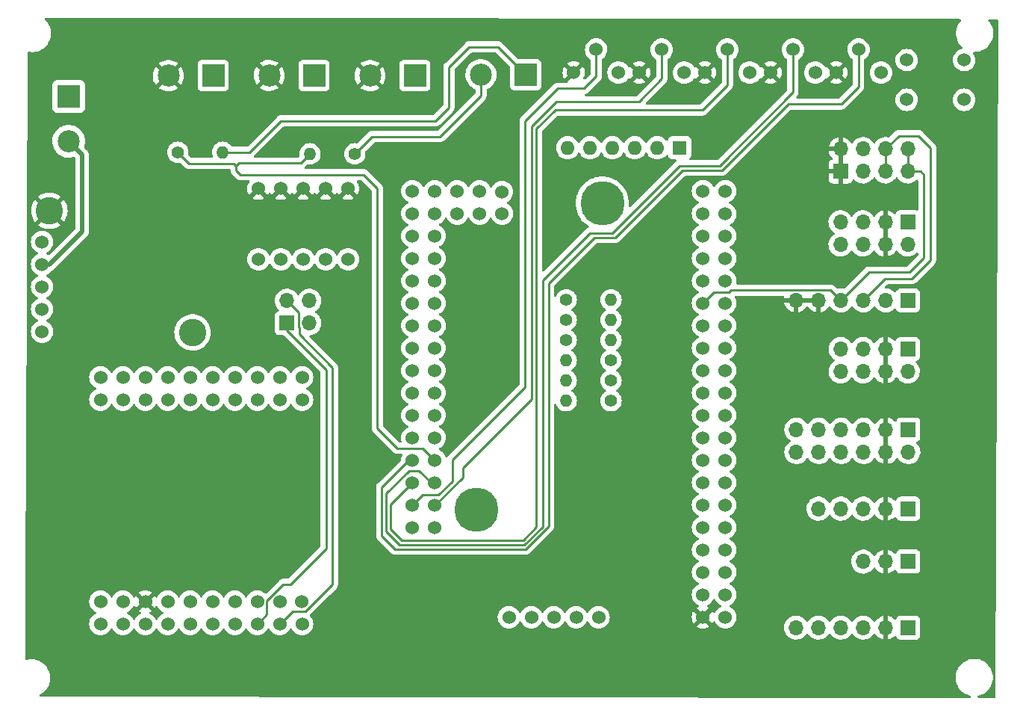
<source format=gbr>
%TF.GenerationSoftware,KiCad,Pcbnew,(6.0.0-0)*%
%TF.CreationDate,2022-02-03T16:23:34-05:00*%
%TF.ProjectId,LED_Controller_Without_Level_Shifter,4c45445f-436f-46e7-9472-6f6c6c65725f,1.0*%
%TF.SameCoordinates,Original*%
%TF.FileFunction,Copper,L1,Top*%
%TF.FilePolarity,Positive*%
%FSLAX46Y46*%
G04 Gerber Fmt 4.6, Leading zero omitted, Abs format (unit mm)*
G04 Created by KiCad (PCBNEW (6.0.0-0)) date 2022-02-03 16:23:34*
%MOMM*%
%LPD*%
G01*
G04 APERTURE LIST*
%TA.AperFunction,ComponentPad*%
%ADD10R,2.500000X2.500000*%
%TD*%
%TA.AperFunction,ComponentPad*%
%ADD11C,2.500000*%
%TD*%
%TA.AperFunction,ComponentPad*%
%ADD12R,1.700000X1.700000*%
%TD*%
%TA.AperFunction,ComponentPad*%
%ADD13O,1.700000X1.700000*%
%TD*%
%TA.AperFunction,ComponentPad*%
%ADD14C,1.400000*%
%TD*%
%TA.AperFunction,ComponentPad*%
%ADD15O,1.400000X1.400000*%
%TD*%
%TA.AperFunction,ComponentPad*%
%ADD16R,1.600000X1.600000*%
%TD*%
%TA.AperFunction,ComponentPad*%
%ADD17O,1.600000X1.600000*%
%TD*%
%TA.AperFunction,ComponentPad*%
%ADD18C,1.524000*%
%TD*%
%TA.AperFunction,ComponentPad*%
%ADD19C,3.100000*%
%TD*%
%TA.AperFunction,ComponentPad*%
%ADD20C,5.000000*%
%TD*%
%TA.AperFunction,Conductor*%
%ADD21C,0.500000*%
%TD*%
%TA.AperFunction,Conductor*%
%ADD22C,0.250000*%
%TD*%
G04 APERTURE END LIST*
D10*
%TO.P,J1,1,Pin_1*%
%TO.N,GND*%
X93790000Y-70645000D03*
D11*
%TO.P,J1,2,Pin_2*%
%TO.N,+12V*%
X93790000Y-75725000D03*
%TD*%
D10*
%TO.P,J2,1,Pin_1*%
%TO.N,GND*%
X110180000Y-68280000D03*
D11*
%TO.P,J2,2,Pin_2*%
%TO.N,+5V*%
X105100000Y-68280000D03*
%TD*%
D10*
%TO.P,J3,1,Pin_1*%
%TO.N,GND*%
X133045000Y-68280000D03*
D11*
%TO.P,J3,2,Pin_2*%
%TO.N,+5V*%
X127965000Y-68280000D03*
%TD*%
D10*
%TO.P,J4,1,Pin_1*%
%TO.N,GND*%
X121615000Y-68254000D03*
D11*
%TO.P,J4,2,Pin_2*%
%TO.N,+5V*%
X116535000Y-68254000D03*
%TD*%
D12*
%TO.P,J5,1,Pin_1*%
%TO.N,GND*%
X188930000Y-99250000D03*
D13*
%TO.P,J5,2,Pin_2*%
X188930000Y-101790000D03*
%TO.P,J5,3,Pin_3*%
%TO.N,+5V*%
X186390000Y-99250000D03*
%TO.P,J5,4,Pin_4*%
X186390000Y-101790000D03*
%TO.P,J5,5,Pin_5*%
%TO.N,LDP_CLOCK*%
X183850000Y-99250000D03*
%TO.P,J5,6,Pin_6*%
%TO.N,MAINT_CLOCK*%
X183850000Y-101790000D03*
%TO.P,J5,7,Pin_7*%
%TO.N,/H-R1_LD*%
X181310000Y-99250000D03*
%TO.P,J5,8,Pin_8*%
%TO.N,/H-R2-MD*%
X181310000Y-101790000D03*
%TD*%
D12*
%TO.P,J6,1,Pin_1*%
%TO.N,GND*%
X189000000Y-108380000D03*
D13*
%TO.P,J6,2,Pin_2*%
X189000000Y-110920000D03*
%TO.P,J6,3,Pin_3*%
%TO.N,+5V*%
X186460000Y-108380000D03*
%TO.P,J6,4,Pin_4*%
X186460000Y-110920000D03*
%TO.P,J6,5,Pin_5*%
%TO.N,CS1_CLOCK*%
X183920000Y-108380000D03*
%TO.P,J6,6,Pin_6*%
%TO.N,VU1_CLOCK*%
X183920000Y-110920000D03*
%TO.P,J6,7,Pin_7*%
%TO.N,/H-R3_C1D*%
X181380000Y-108380000D03*
%TO.P,J6,8,Pin_8*%
%TO.N,/H-R4_V1D*%
X181380000Y-110920000D03*
%TO.P,J6,9,Pin_9*%
%TO.N,CS2_CLOCK*%
X178840000Y-108380000D03*
%TO.P,J6,10,Pin_10*%
%TO.N,VU2_CLOCK*%
X178840000Y-110920000D03*
%TO.P,J6,11,Pin_11*%
%TO.N,/H-R5_C2D*%
X176300000Y-108380000D03*
%TO.P,J6,12,Pin_12*%
%TO.N,/H-R6_V2D*%
X176300000Y-110920000D03*
%TD*%
D12*
%TO.P,J7,1,Pin_1*%
%TO.N,GND*%
X188976000Y-117334000D03*
D13*
%TO.P,J7,2,Pin_2*%
%TO.N,+5V*%
X186436000Y-117334000D03*
%TO.P,J7,3,Pin_3*%
%TO.N,DP_LOAD*%
X183896000Y-117334000D03*
%TO.P,J7,4,Pin_4*%
%TO.N,DP_CLOCK*%
X181356000Y-117334000D03*
%TO.P,J7,5,Pin_5*%
%TO.N,DP_DATA_IN*%
X178816000Y-117334000D03*
%TD*%
D12*
%TO.P,J8,1,Pin_1*%
%TO.N,GND*%
X188976000Y-130810000D03*
D13*
%TO.P,J8,2,Pin_2*%
%TO.N,+5V*%
X186436000Y-130810000D03*
%TO.P,J8,3,Pin_3*%
%TO.N,VU_STROBE*%
X183896000Y-130810000D03*
%TO.P,J8,4,Pin_4*%
%TO.N,VU_RESET*%
X181356000Y-130810000D03*
%TO.P,J8,5,Pin_5*%
%TO.N,SPECTRUM_LEFT*%
X178816000Y-130810000D03*
%TO.P,J8,6,Pin_6*%
%TO.N,SPECTRUM_RIGHT*%
X176276000Y-130810000D03*
%TD*%
D12*
%TO.P,J9,1,Pin_1*%
%TO.N,+5V*%
X181320000Y-79145000D03*
D13*
%TO.P,J9,2,Pin_2*%
X181320000Y-76605000D03*
%TO.P,J9,3,Pin_3*%
%TO.N,GND*%
X183860000Y-79145000D03*
%TO.P,J9,4,Pin_4*%
X183860000Y-76605000D03*
%TO.P,J9,5,Pin_5*%
%TO.N,SCL*%
X186400000Y-79145000D03*
%TO.P,J9,6,Pin_6*%
X186400000Y-76605000D03*
%TO.P,J9,7,Pin_7*%
%TO.N,SDA*%
X188940000Y-79145000D03*
%TO.P,J9,8,Pin_8*%
X188940000Y-76605000D03*
%TD*%
D12*
%TO.P,J10,1,Pin_1*%
%TO.N,GND*%
X188920000Y-84885000D03*
D13*
%TO.P,J10,2,Pin_2*%
X188920000Y-87425000D03*
%TO.P,J10,3,Pin_3*%
%TO.N,+5V*%
X186380000Y-84885000D03*
%TO.P,J10,4,Pin_4*%
X186380000Y-87425000D03*
%TO.P,J10,5,Pin_5*%
%TO.N,TX1*%
X183840000Y-84885000D03*
%TO.P,J10,6,Pin_6*%
%TO.N,TX0*%
X183840000Y-87425000D03*
%TO.P,J10,7,Pin_7*%
%TO.N,RX1*%
X181300000Y-84885000D03*
%TO.P,J10,8,Pin_8*%
%TO.N,RX0*%
X181300000Y-87425000D03*
%TD*%
D12*
%TO.P,J11,1,Pin_1*%
%TO.N,GND*%
X188951000Y-93751000D03*
D13*
%TO.P,J11,2,Pin_2*%
%TO.N,OE*%
X186411000Y-93751000D03*
%TO.P,J11,3,Pin_3*%
%TO.N,SCL*%
X183871000Y-93751000D03*
%TO.P,J11,4,Pin_4*%
%TO.N,SDA*%
X181331000Y-93751000D03*
%TO.P,J11,5,Pin_5*%
%TO.N,+5V*%
X178791000Y-93751000D03*
%TO.P,J11,6,Pin_6*%
X176251000Y-93751000D03*
%TD*%
D14*
%TO.P,R2,1*%
%TO.N,/H-R2-MD*%
X155290000Y-102822000D03*
D15*
%TO.P,R2,2*%
%TO.N,MAINT_DATA*%
X150210000Y-102822000D03*
%TD*%
D14*
%TO.P,R3,1*%
%TO.N,/H-R3_C1D*%
X155290000Y-100534000D03*
D15*
%TO.P,R3,2*%
%TO.N,CS1_DATA*%
X150210000Y-100534000D03*
%TD*%
D14*
%TO.P,R4,1*%
%TO.N,CS2_DATA*%
X150210000Y-98246000D03*
D15*
%TO.P,R4,2*%
%TO.N,/H-R5_C2D*%
X155290000Y-98246000D03*
%TD*%
D14*
%TO.P,R5,1*%
%TO.N,VU1_DATA*%
X150210000Y-95958000D03*
D15*
%TO.P,R5,2*%
%TO.N,/H-R4_V1D*%
X155290000Y-95958000D03*
%TD*%
D14*
%TO.P,R6,1*%
%TO.N,VU2_DATA*%
X150210000Y-93670000D03*
D15*
%TO.P,R6,2*%
%TO.N,/H-R6_V2D*%
X155290000Y-93670000D03*
%TD*%
D16*
%TO.P,RN1,1,common*%
%TO.N,GND*%
X163068000Y-76454000D03*
D17*
%TO.P,RN1,2,R1*%
%TO.N,JUMPER1*%
X160528000Y-76454000D03*
%TO.P,RN1,3,R2*%
%TO.N,JUMPER2*%
X157988000Y-76454000D03*
%TO.P,RN1,4,R3*%
%TO.N,JUMPER3*%
X155448000Y-76454000D03*
%TO.P,RN1,5,R4*%
%TO.N,JUMPER4*%
X152908000Y-76454000D03*
%TO.P,RN1,6,R5*%
%TO.N,JUMPER5*%
X150368000Y-76454000D03*
%TD*%
D18*
%TO.P,U1,0,En*%
%TO.N,unconnected-(U1-Pad0)*%
X90780000Y-87130000D03*
%TO.P,U1,1,VIN*%
%TO.N,+12V*%
X90780000Y-89670000D03*
%TO.P,U1,2,GND*%
%TO.N,GND*%
X90780000Y-92210000D03*
%TO.P,U1,3*%
%TO.N,N/C*%
X90780000Y-94750000D03*
%TO.P,U1,4,GND*%
%TO.N,GND*%
X90780000Y-97290000D03*
D19*
%TO.P,U1,5,VOut*%
%TO.N,+5V*%
X91610000Y-83600000D03*
%TO.P,U1,6*%
%TO.N,N/C*%
X107838800Y-97361200D03*
%TD*%
D18*
%TO.P,U2,0,GPIO0*%
%TO.N,unconnected-(U2-Pad0)*%
X105015400Y-130406600D03*
%TO.P,U2,1,Tx0*%
%TO.N,unconnected-(U2-Pad1)*%
X120205400Y-127866600D03*
%TO.P,U2,2,GPIO2*%
%TO.N,unconnected-(U2-Pad2)*%
X102475400Y-130406600D03*
%TO.P,U2,3,Rx0*%
%TO.N,unconnected-(U2-Pad3)*%
X117715400Y-127866600D03*
%TO.P,U2,4,GPIO4*%
%TO.N,unconnected-(U2-Pad4)*%
X107555400Y-130406600D03*
%TO.P,U2,5,GPIO5*%
%TO.N,unconnected-(U2-Pad5)*%
X105015400Y-105000600D03*
%TO.P,U2,18,GPIO18*%
%TO.N,unconnected-(U2-Pad18)*%
X112635400Y-105000600D03*
%TO.P,U2,19,GPIO19*%
%TO.N,unconnected-(U2-Pad19)*%
X110095400Y-105000600D03*
%TO.P,U2,21,GPIO21*%
%TO.N,unconnected-(U2-Pad21)*%
X112635400Y-127866600D03*
%TO.P,U2,22,GPIO22*%
%TO.N,unconnected-(U2-Pad22)*%
X115175400Y-127866600D03*
%TO.P,U2,23,GPIO23*%
%TO.N,unconnected-(U2-Pad23)*%
X107555400Y-105000600D03*
%TO.P,U2,25,GPIO25*%
%TO.N,unconnected-(U2-Pad25)*%
X107555400Y-127866600D03*
%TO.P,U2,26,GPIO26*%
%TO.N,unconnected-(U2-Pad26)*%
X115175400Y-105000600D03*
%TO.P,U2,27,GPIO27*%
%TO.N,unconnected-(U2-Pad27)*%
X110095400Y-127866600D03*
%TO.P,U2,32,GPIO32*%
%TO.N,unconnected-(U2-Pad32)*%
X112635400Y-130406600D03*
%TO.P,U2,33,GPIO33*%
%TO.N,unconnected-(U2-Pad33)*%
X110095400Y-102460600D03*
%TO.P,U2,34,GPIO34*%
%TO.N,unconnected-(U2-Pad34)*%
X107555400Y-102460600D03*
%TO.P,U2,35,GPIO35*%
%TO.N,unconnected-(U2-Pad35)*%
X112635400Y-102460600D03*
%TO.P,U2,39,VN*%
%TO.N,unconnected-(U2-Pad39)*%
X115175400Y-102460600D03*
%TO.P,U2,60,GND*%
%TO.N,GND*%
X105015400Y-127866600D03*
%TO.P,U2,61,GND*%
X120255400Y-130406600D03*
%TO.P,U2,62,GND*%
X120255400Y-102460600D03*
%TO.P,U2,70,5V*%
%TO.N,+5V*%
X102475400Y-127866600D03*
%TO.P,U2,71,3V3*%
%TO.N,3.3V*%
X102475400Y-105000600D03*
%TO.P,U2,80,TDO*%
%TO.N,unconnected-(U2-Pad80)*%
X99935400Y-127866600D03*
%TO.P,U2,81,SD0*%
%TO.N,unconnected-(U2-Pad81)*%
X97395400Y-127866600D03*
%TO.P,U2,82,TDI*%
%TO.N,unconnected-(U2-Pad82)*%
X110095400Y-130406600D03*
%TO.P,U2,83,SD1*%
%TO.N,unconnected-(U2-Pad83)*%
X99935400Y-130406600D03*
%TO.P,U2,84,CLK*%
%TO.N,unconnected-(U2-Pad84)*%
X97395400Y-130406600D03*
%TO.P,U2,85,RST*%
%TO.N,unconnected-(U2-Pad85)*%
X120255400Y-105000600D03*
%TO.P,U2,86,VP*%
%TO.N,unconnected-(U2-Pad86)*%
X117715400Y-105000600D03*
%TO.P,U2,87,TCK*%
%TO.N,unconnected-(U2-Pad87)*%
X99935400Y-105000600D03*
%TO.P,U2,88,SD3*%
%TO.N,unconnected-(U2-Pad88)*%
X97395400Y-105000600D03*
%TO.P,U2,89,NC*%
%TO.N,unconnected-(U2-Pad89)*%
X117715400Y-102460600D03*
%TO.P,U2,90,TMS*%
%TO.N,unconnected-(U2-Pad90)*%
X105015400Y-102460600D03*
%TO.P,U2,91,NC*%
%TO.N,unconnected-(U2-Pad91)*%
X102475400Y-102460600D03*
%TO.P,U2,92,SD2*%
%TO.N,unconnected-(U2-Pad92)*%
X99935400Y-102460600D03*
%TO.P,U2,93,CMD*%
%TO.N,unconnected-(U2-Pad93)*%
X97395400Y-102460600D03*
%TO.P,U2,251,GPIO25_1*%
%TO.N,ESP_LOGIC_RX*%
X115175400Y-130406600D03*
%TO.P,U2,271,GPIO27_1*%
%TO.N,ESP_LOGIC_TX*%
X117715400Y-130406600D03*
%TD*%
D14*
%TO.P,R1,1*%
%TO.N,/H-R1_LD*%
X155290000Y-105110000D03*
D15*
%TO.P,R1,2*%
%TO.N,LDP_DATA*%
X150210000Y-105110000D03*
%TD*%
D18*
%TO.P,SW1,1*%
%TO.N,JUMPER5*%
X125476000Y-89091000D03*
%TO.P,SW1,2*%
%TO.N,JUMPER4*%
X122936000Y-89091000D03*
%TO.P,SW1,3*%
%TO.N,JUMPER3*%
X120396000Y-89091000D03*
%TO.P,SW1,4*%
%TO.N,JUMPER2*%
X117856000Y-89091000D03*
%TO.P,SW1,5*%
%TO.N,JUMPER1*%
X115316000Y-89091000D03*
%TO.P,SW1,6*%
%TO.N,+5V*%
X115316000Y-81089000D03*
%TO.P,SW1,7*%
X117856000Y-81089000D03*
%TO.P,SW1,8*%
X120396000Y-81089000D03*
%TO.P,SW1,9*%
X122936000Y-81089000D03*
%TO.P,SW1,10*%
X125476000Y-81089000D03*
%TD*%
%TO.P,SW2,1,1*%
%TO.N,GND*%
X188820000Y-71020000D03*
%TO.P,SW2,2,2*%
%TO.N,RESET*%
X188820000Y-66520000D03*
%TO.P,SW2,3,3*%
%TO.N,GND*%
X195320000Y-71020000D03*
%TO.P,SW2,4,4*%
%TO.N,RESET*%
X195320000Y-66520000D03*
%TD*%
%TO.P,U4,0,RX*%
%TO.N,TX0*%
X165710000Y-119470000D03*
%TO.P,U4,1,TX*%
%TO.N,RX0*%
X168250000Y-119470000D03*
%TO.P,U4,2,D2*%
%TO.N,OE*%
X165710000Y-116930000D03*
%TO.P,U4,3,D3*%
%TO.N,DP_DATA_IN*%
X168250000Y-116930000D03*
%TO.P,U4,4,D4*%
%TO.N,DP_CLOCK*%
X165710000Y-114390000D03*
%TO.P,U4,5,D5*%
%TO.N,DP_LOAD*%
X168250000Y-114390000D03*
%TO.P,U4,6,D6*%
%TO.N,unconnected-(U4-Pad6)*%
X165710000Y-111850000D03*
%TO.P,U4,7,D7*%
%TO.N,unconnected-(U4-Pad7)*%
X168250000Y-111850000D03*
%TO.P,U4,8,D8*%
%TO.N,unconnected-(U4-Pad8)*%
X165710000Y-109310000D03*
%TO.P,U4,9,D9*%
%TO.N,unconnected-(U4-Pad9)*%
X168250000Y-109310000D03*
%TO.P,U4,10,D10*%
%TO.N,unconnected-(U4-Pad10)*%
X165710000Y-106770000D03*
%TO.P,U4,11,D11*%
%TO.N,unconnected-(U4-Pad11)*%
X168250000Y-106770000D03*
%TO.P,U4,12,D12*%
%TO.N,VU_STROBE*%
X165710000Y-104230000D03*
%TO.P,U4,13,D13*%
%TO.N,VU_RESET*%
X168250000Y-104230000D03*
%TO.P,U4,14,D14*%
%TO.N,unconnected-(U4-Pad14)*%
X165710000Y-101690000D03*
%TO.P,U4,15,D15*%
%TO.N,unconnected-(U4-Pad15)*%
X168250000Y-101690000D03*
%TO.P,U4,16,D16*%
%TO.N,LOGIC_2560_RX*%
X165710000Y-99150000D03*
%TO.P,U4,17,D17*%
%TO.N,LOGIC_2560_TX*%
X168250000Y-99150000D03*
%TO.P,U4,18,D18*%
%TO.N,TX1*%
X165710000Y-96610000D03*
%TO.P,U4,19,D19*%
%TO.N,RX1*%
X168250000Y-96610000D03*
%TO.P,U4,20,D20*%
%TO.N,SDA*%
X165710000Y-94070000D03*
%TO.P,U4,21,D21*%
%TO.N,SCL*%
X168250000Y-94070000D03*
%TO.P,U4,22,D22*%
%TO.N,unconnected-(U4-Pad22)*%
X165710000Y-91530000D03*
%TO.P,U4,23,D23*%
%TO.N,unconnected-(U4-Pad23)*%
X168250000Y-91530000D03*
%TO.P,U4,24,D24*%
%TO.N,unconnected-(U4-Pad24)*%
X165710000Y-88990000D03*
%TO.P,U4,24.32*%
%TO.N,N/C*%
X168250000Y-129630000D03*
%TO.P,U4,24.33*%
X168250000Y-127090000D03*
D20*
%TO.P,U4,24.52*%
X140020000Y-117490000D03*
%TO.P,U4,24.53*%
X154300000Y-82720000D03*
D18*
%TO.P,U4,25,D25*%
%TO.N,unconnected-(U4-Pad25)*%
X168250000Y-88990000D03*
%TO.P,U4,26,D26*%
%TO.N,unconnected-(U4-Pad26)*%
X165710000Y-86450000D03*
%TO.P,U4,27,D27*%
%TO.N,unconnected-(U4-Pad27)*%
X168250000Y-86450000D03*
%TO.P,U4,28,D28*%
%TO.N,unconnected-(U4-Pad28)*%
X165710000Y-83910000D03*
%TO.P,U4,29,D29*%
%TO.N,unconnected-(U4-Pad29)*%
X168250000Y-83964000D03*
%TO.P,U4,30,D30*%
%TO.N,MAINT_DATA*%
X165710000Y-81370000D03*
%TO.P,U4,31,D31*%
%TO.N,unconnected-(U4-Pad31)*%
X168250000Y-81370000D03*
%TO.P,U4,32,D32*%
%TO.N,MAINT_CLOCK*%
X132760000Y-99150000D03*
%TO.P,U4,33,D33*%
%TO.N,unconnected-(U4-Pad33)*%
X135300000Y-99150000D03*
%TO.P,U4,34,D34*%
%TO.N,LDP_DATA*%
X132760000Y-96610000D03*
%TO.P,U4,35,D35*%
%TO.N,unconnected-(U4-Pad35)*%
X135300000Y-96610000D03*
%TO.P,U4,36,D36*%
%TO.N,LDP_CLOCK*%
X132760000Y-94070000D03*
%TO.P,U4,37,D37*%
%TO.N,unconnected-(U4-Pad37)*%
X135300000Y-94070000D03*
%TO.P,U4,38,D38*%
%TO.N,CS1_DATA*%
X132760000Y-91530000D03*
%TO.P,U4,39,D39*%
%TO.N,unconnected-(U4-Pad39)*%
X135300000Y-91530000D03*
%TO.P,U4,40,D40*%
%TO.N,CS1_CLOCK*%
X132760000Y-88990000D03*
%TO.P,U4,41,D41*%
%TO.N,unconnected-(U4-Pad41)*%
X135300000Y-88990000D03*
%TO.P,U4,42,D42*%
%TO.N,CS2_DATA*%
X132760000Y-86450000D03*
%TO.P,U4,43,D43*%
%TO.N,unconnected-(U4-Pad43)*%
X135300000Y-86450000D03*
%TO.P,U4,44,D44*%
%TO.N,CS2_CLOCK*%
X132760000Y-83910000D03*
%TO.P,U4,45,D45*%
%TO.N,JUMPER5*%
X135300000Y-83910000D03*
%TO.P,U4,46,D46*%
%TO.N,VU1_DATA*%
X132760000Y-81370000D03*
%TO.P,U4,47,D47*%
%TO.N,JUMPER4*%
X135300000Y-81370000D03*
%TO.P,U4,48,D48*%
%TO.N,VU1_CLOCK*%
X137840000Y-81370000D03*
%TO.P,U4,49,D49*%
%TO.N,JUMPER3*%
X137840000Y-83910000D03*
%TO.P,U4,50,D50*%
%TO.N,VU2_DATA*%
X140380000Y-81370000D03*
%TO.P,U4,51,D51*%
%TO.N,JUMPER2*%
X140380000Y-83910000D03*
%TO.P,U4,52,D52*%
%TO.N,VU2_CLOCK*%
X142920000Y-81459000D03*
%TO.P,U4,53,D53*%
%TO.N,JUMPER1*%
X142920000Y-83910000D03*
%TO.P,U4,60,GND*%
%TO.N,unconnected-(U4-Pad60)*%
X143710000Y-129630000D03*
%TO.P,U4,61,GND*%
%TO.N,GND*%
X165710000Y-127090000D03*
%TO.P,U4,70,VIN*%
%TO.N,+5V*%
X165710000Y-129630000D03*
%TO.P,U4,71,VCC*%
%TO.N,unconnected-(U4-Pad71)*%
X165710000Y-124550000D03*
%TO.P,U4,72,VCC*%
%TO.N,unconnected-(U4-Pad72)*%
X168250000Y-124550000D03*
%TO.P,U4,100,RST_FTDI*%
%TO.N,unconnected-(U4-Pad100)*%
X153870000Y-129630000D03*
%TO.P,U4,101,TX_FTDI*%
%TO.N,unconnected-(U4-Pad101)*%
X151330000Y-129630000D03*
%TO.P,U4,102,RX_FTDI*%
%TO.N,unconnected-(U4-Pad102)*%
X148790000Y-129630000D03*
%TO.P,U4,103,VCC_FTDI*%
%TO.N,unconnected-(U4-Pad103)*%
X146250000Y-129630000D03*
%TO.P,U4,104,AREF*%
%TO.N,unconnected-(U4-Pad104)*%
X165710000Y-122010000D03*
%TO.P,U4,105,RST*%
%TO.N,RESET*%
X168250000Y-122010000D03*
%TO.P,U4,200,A0*%
%TO.N,SPECTRUM_LEFT*%
X132760000Y-119470000D03*
%TO.P,U4,201,A1*%
%TO.N,SPECTRUM_RIGHT*%
X135300000Y-119470000D03*
%TO.P,U4,202,A2*%
%TO.N,TRIM1*%
X132760000Y-116930000D03*
%TO.P,U4,203,A3*%
%TO.N,TRIM2*%
X135300000Y-116930000D03*
%TO.P,U4,204,A4*%
%TO.N,TRIM3*%
X132760000Y-114390000D03*
%TO.P,U4,205,A5*%
%TO.N,TRIM4*%
X135300000Y-114390000D03*
%TO.P,U4,206,A6*%
%TO.N,TRIM5*%
X132760000Y-111850000D03*
%TO.P,U4,207,A7*%
%TO.N,BATTERY_LEVEL*%
X135300000Y-111850000D03*
%TO.P,U4,208,A8*%
%TO.N,EXT_MIC*%
X132760000Y-109310000D03*
%TO.P,U4,209,A9*%
%TO.N,unconnected-(U4-Pad209)*%
X135300000Y-109310000D03*
%TO.P,U4,210,A10*%
%TO.N,unconnected-(U4-Pad210)*%
X132760000Y-106770000D03*
%TO.P,U4,211,A11*%
%TO.N,unconnected-(U4-Pad211)*%
X135300000Y-106770000D03*
%TO.P,U4,212,A12*%
%TO.N,unconnected-(U4-Pad212)*%
X132760000Y-104230000D03*
%TO.P,U4,213,A13*%
%TO.N,unconnected-(U4-Pad213)*%
X135300000Y-104230000D03*
%TO.P,U4,214,A14*%
%TO.N,unconnected-(U4-Pad214)*%
X132760000Y-101690000D03*
%TO.P,U4,215,A15*%
%TO.N,unconnected-(U4-Pad215)*%
X135300000Y-101690000D03*
%TD*%
%TO.P,RV1,1,1*%
%TO.N,GND*%
X156140000Y-67935000D03*
%TO.P,RV1,2,2*%
%TO.N,TRIM1*%
X153600000Y-65325000D03*
%TO.P,RV1,3,3*%
%TO.N,+5V*%
X151060000Y-67935000D03*
%TD*%
%TO.P,RV2,1,1*%
%TO.N,GND*%
X171015000Y-67935000D03*
%TO.P,RV2,2,2*%
%TO.N,TRIM3*%
X168475000Y-65325000D03*
%TO.P,RV2,3,3*%
%TO.N,+5V*%
X165935000Y-67935000D03*
%TD*%
%TO.P,RV3,1,1*%
%TO.N,GND*%
X185890000Y-67935000D03*
%TO.P,RV3,2,2*%
%TO.N,TRIM5*%
X183350000Y-65325000D03*
%TO.P,RV3,3,3*%
%TO.N,+5V*%
X180810000Y-67935000D03*
%TD*%
%TO.P,RV4,1,1*%
%TO.N,GND*%
X163577500Y-67935000D03*
%TO.P,RV4,2,2*%
%TO.N,TRIM2*%
X161037500Y-65325000D03*
%TO.P,RV4,3,3*%
%TO.N,+5V*%
X158497500Y-67935000D03*
%TD*%
%TO.P,RV5,1,1*%
%TO.N,GND*%
X178452500Y-67935000D03*
%TO.P,RV5,2,2*%
%TO.N,TRIM4*%
X175912500Y-65325000D03*
%TO.P,RV5,3,3*%
%TO.N,+5V*%
X173372500Y-67935000D03*
%TD*%
D12*
%TO.P,J13,1,Pin_1*%
%TO.N,ESP_LOGIC_RX*%
X118545000Y-96315000D03*
D13*
%TO.P,J13,2,Pin_2*%
%TO.N,ESP_LOGIC_TX*%
X118545000Y-93775000D03*
%TO.P,J13,3,Pin_3*%
%TO.N,LOGIC_2560_RX*%
X121085000Y-96315000D03*
%TO.P,J13,4,Pin_4*%
%TO.N,LOGIC_2560_TX*%
X121085000Y-93775000D03*
%TD*%
D12*
%TO.P,J13,1,Pin_1*%
%TO.N,GND*%
X188975000Y-123340000D03*
D13*
%TO.P,J13,2,Pin_2*%
%TO.N,+5V*%
X186435000Y-123340000D03*
%TO.P,J13,3,Pin_3*%
%TO.N,EXT_MIC*%
X183895000Y-123340000D03*
%TD*%
D14*
%TO.P,R7,1*%
%TO.N,BATTERY_LEVEL*%
X106172000Y-76962000D03*
D15*
%TO.P,R7,2*%
%TO.N,POS*%
X111252000Y-76962000D03*
%TD*%
D14*
%TO.P,R8,1*%
%TO.N,NEG*%
X126238000Y-77140000D03*
D15*
%TO.P,R8,2*%
%TO.N,BATTERY_LEVEL*%
X121158000Y-77140000D03*
%TD*%
D10*
%TO.P,J12,1,Pin_1*%
%TO.N,POS*%
X145625000Y-68170000D03*
D11*
%TO.P,J12,2,Pin_2*%
%TO.N,NEG*%
X140545000Y-68170000D03*
%TD*%
D21*
%TO.N,+12V*%
X95310000Y-85950000D02*
X91590000Y-89670000D01*
X95310000Y-77245000D02*
X95310000Y-85950000D01*
X91590000Y-89670000D02*
X90780000Y-89670000D01*
X93790000Y-75725000D02*
X95310000Y-77245000D01*
D22*
%TO.N,SCL*%
X191516000Y-89154000D02*
X191516000Y-76454000D01*
X183871000Y-93751000D02*
X186352000Y-91270000D01*
X190152000Y-75090000D02*
X187915000Y-75090000D01*
X186352000Y-91270000D02*
X189400000Y-91270000D01*
X189400000Y-91270000D02*
X191516000Y-89154000D01*
X191516000Y-76454000D02*
X190152000Y-75090000D01*
X186400000Y-76605000D02*
X186400000Y-79145000D01*
X187915000Y-75090000D02*
X186400000Y-76605000D01*
%TO.N,SDA*%
X189094000Y-90560000D02*
X184522000Y-90560000D01*
X190397000Y-79145000D02*
X190754000Y-79502000D01*
X188940000Y-79145000D02*
X190397000Y-79145000D01*
X188940000Y-76605000D02*
X188940000Y-79145000D01*
X190754000Y-79502000D02*
X190754000Y-88900000D01*
X181331000Y-93751000D02*
X180156489Y-92576489D01*
X184522000Y-90560000D02*
X181331000Y-93751000D01*
X168903511Y-92576489D02*
X168636089Y-92843911D01*
X180156489Y-92576489D02*
X168903511Y-92576489D01*
X190754000Y-88900000D02*
X189094000Y-90560000D01*
X168636089Y-92843911D02*
X166936089Y-92843911D01*
X166936089Y-92843911D02*
X165710000Y-94070000D01*
%TO.N,BATTERY_LEVEL*%
X128778000Y-81026000D02*
X127254000Y-79502000D01*
X112776000Y-78994000D02*
X112776000Y-78486000D01*
X112776000Y-78486000D02*
X112522000Y-78232000D01*
X128778000Y-108204000D02*
X128778000Y-81026000D01*
X112522000Y-78232000D02*
X107442000Y-78232000D01*
X120104000Y-78194000D02*
X121158000Y-77140000D01*
X113284000Y-79502000D02*
X112776000Y-78994000D01*
X127254000Y-79502000D02*
X113284000Y-79502000D01*
X113068000Y-78194000D02*
X120104000Y-78194000D01*
X112776000Y-78486000D02*
X113068000Y-78194000D01*
X135300000Y-111850000D02*
X133940000Y-110490000D01*
X106172000Y-76962000D02*
X107442000Y-78232000D01*
X133940000Y-110490000D02*
X131064000Y-110490000D01*
X131064000Y-110490000D02*
X128778000Y-108204000D01*
%TO.N,ESP_LOGIC_RX*%
X118545000Y-96315000D02*
X118545000Y-97175001D01*
X122970000Y-101600000D02*
X122970000Y-121890000D01*
X118545000Y-97175001D02*
X122970000Y-101600001D01*
X116261911Y-129320089D02*
X115175400Y-130406600D01*
X122970000Y-121890000D02*
X118950000Y-125910000D01*
X118135440Y-125910000D02*
X116261911Y-127783529D01*
X118950000Y-125910000D02*
X118135440Y-125910000D01*
X116261911Y-127783529D02*
X116261911Y-129320089D01*
%TO.N,ESP_LOGIC_TX*%
X119940489Y-97588489D02*
X119940489Y-96831499D01*
X119910489Y-96801499D02*
X119910489Y-95140489D01*
X123698000Y-125910560D02*
X123698000Y-101346000D01*
X119940489Y-96831499D02*
X119910489Y-96801499D01*
X120655449Y-128953111D02*
X123698000Y-125910560D01*
X119168889Y-128953111D02*
X120655449Y-128953111D01*
X119910489Y-95140489D02*
X118545000Y-93775000D01*
X123698000Y-101346000D02*
X119940489Y-97588489D01*
X117715400Y-130406600D02*
X119168889Y-128953111D01*
%TO.N,TRIM4*%
X133545200Y-113050000D02*
X135112600Y-114617400D01*
X129810480Y-119904480D02*
X129810480Y-115619520D01*
X155448000Y-86106000D02*
X152884000Y-86106000D01*
X145483717Y-121412000D02*
X131318000Y-121412000D01*
X175912500Y-65325000D02*
X175912500Y-70167500D01*
X147519520Y-119376197D02*
X145483717Y-121412000D01*
X132380000Y-113050000D02*
X133545200Y-113050000D01*
X129810480Y-115619520D02*
X132380000Y-113050000D01*
X163068000Y-78486000D02*
X155448000Y-86106000D01*
X152884000Y-86106000D02*
X147519520Y-91470480D01*
X147519520Y-91470480D02*
X147519520Y-119376197D01*
X175912500Y-70167500D02*
X167594000Y-78486000D01*
X131318000Y-121412000D02*
X129810480Y-119904480D01*
X167594000Y-78486000D02*
X163068000Y-78486000D01*
%TO.N,TRIM2*%
X158440000Y-71240000D02*
X161037500Y-68642500D01*
X138460000Y-113810000D02*
X138460000Y-112700000D01*
X146250000Y-104910000D02*
X146250000Y-74040000D01*
X149050000Y-71240000D02*
X158440000Y-71240000D01*
X135112600Y-117157400D02*
X138460000Y-113810000D01*
X138460000Y-112700000D02*
X146250000Y-104910000D01*
X146250000Y-74040000D02*
X149050000Y-71240000D01*
X161037500Y-68642500D02*
X161037500Y-65325000D01*
%TO.N,TRIM5*%
X183350000Y-69560000D02*
X183350000Y-65325000D01*
X132572600Y-112077400D02*
X132112600Y-112077400D01*
X130810000Y-121920000D02*
X145611434Y-121920000D01*
X175398000Y-71490000D02*
X181420000Y-71490000D01*
X167894000Y-78994000D02*
X175398000Y-71490000D01*
X155792740Y-86614000D02*
X163412740Y-78994000D01*
X163412740Y-78994000D02*
X167894000Y-78994000D01*
X132112600Y-112077400D02*
X129286000Y-114904000D01*
X148195469Y-91802531D02*
X153384000Y-86614000D01*
X181420000Y-71490000D02*
X183350000Y-69560000D01*
X153384000Y-86614000D02*
X155792740Y-86614000D01*
X129286000Y-114904000D02*
X129286000Y-120396000D01*
X129286000Y-120396000D02*
X130810000Y-121920000D01*
X148195469Y-119335965D02*
X148195469Y-91802531D01*
X145611434Y-121920000D02*
X148195469Y-119335965D01*
%TO.N,TRIM3*%
X168475000Y-69355000D02*
X168475000Y-65325000D01*
X165660000Y-72170000D02*
X168475000Y-69355000D01*
X130302000Y-116888000D02*
X130302000Y-119634000D01*
X145356000Y-120904000D02*
X146812000Y-119448000D01*
X132572600Y-114617400D02*
X130302000Y-116888000D01*
X146812000Y-119448000D02*
X146812000Y-74318000D01*
X146812000Y-74318000D02*
X148960000Y-72170000D01*
X130302000Y-119634000D02*
X131572000Y-120904000D01*
X148960000Y-72170000D02*
X165660000Y-72170000D01*
X131572000Y-120904000D02*
X145356000Y-120904000D01*
%TO.N,TRIM1*%
X152230000Y-69740000D02*
X153600000Y-68370000D01*
X135730000Y-115790000D02*
X133940000Y-115790000D01*
X153600000Y-68370000D02*
X153600000Y-65325000D01*
X152230000Y-69740000D02*
X149240000Y-69740000D01*
X149240000Y-69740000D02*
X145540000Y-73440000D01*
X133940000Y-115790000D02*
X132572600Y-117157400D01*
X137310000Y-114210000D02*
X135730000Y-115790000D01*
X145540000Y-103553538D02*
X137310000Y-111783538D01*
X145540000Y-73440000D02*
X145540000Y-103553538D01*
X137310000Y-111783538D02*
X137310000Y-114210000D01*
%TO.N,POS*%
X117856000Y-73406000D02*
X135382000Y-73406000D01*
X136906000Y-67310000D02*
X139192000Y-65024000D01*
X136906000Y-71882000D02*
X136906000Y-67310000D01*
X135382000Y-73406000D02*
X136906000Y-71882000D01*
X142479000Y-65024000D02*
X145625000Y-68170000D01*
X114300000Y-76962000D02*
X117856000Y-73406000D01*
X139192000Y-65024000D02*
X142479000Y-65024000D01*
X111252000Y-76962000D02*
X114300000Y-76962000D01*
%TO.N,NEG*%
X140545000Y-70529000D02*
X135890000Y-75184000D01*
X140545000Y-68170000D02*
X140545000Y-70529000D01*
X128194000Y-75184000D02*
X126238000Y-77140000D01*
X135890000Y-75184000D02*
X128194000Y-75184000D01*
%TD*%
%TA.AperFunction,Conductor*%
%TO.N,+5V*%
G36*
X194842322Y-61873785D02*
G01*
X194910411Y-61893884D01*
X194956827Y-61947606D01*
X194966830Y-62017895D01*
X194939642Y-62079590D01*
X194787287Y-62265732D01*
X194637073Y-62510858D01*
X194635347Y-62514791D01*
X194635346Y-62514792D01*
X194622316Y-62544476D01*
X194521517Y-62774102D01*
X194442756Y-63050594D01*
X194402249Y-63335216D01*
X194402227Y-63339505D01*
X194402226Y-63339512D01*
X194402058Y-63371583D01*
X194400743Y-63622703D01*
X194401302Y-63626947D01*
X194401302Y-63626951D01*
X194405526Y-63659036D01*
X194438268Y-63907734D01*
X194514129Y-64185036D01*
X194515813Y-64188984D01*
X194621078Y-64435772D01*
X194626923Y-64449476D01*
X194672162Y-64525064D01*
X194772257Y-64692311D01*
X194774561Y-64696161D01*
X194954313Y-64920528D01*
X194957420Y-64923476D01*
X194957426Y-64923483D01*
X195105134Y-65063652D01*
X195140779Y-65125052D01*
X195137570Y-65195976D01*
X195096526Y-65253906D01*
X195051015Y-65276756D01*
X194883804Y-65321560D01*
X194878823Y-65323882D01*
X194878822Y-65323883D01*
X194687311Y-65413186D01*
X194687306Y-65413189D01*
X194682324Y-65415512D01*
X194677817Y-65418668D01*
X194677815Y-65418669D01*
X194504730Y-65539864D01*
X194504727Y-65539866D01*
X194500219Y-65543023D01*
X194343023Y-65700219D01*
X194339866Y-65704727D01*
X194339864Y-65704730D01*
X194218669Y-65877815D01*
X194218668Y-65877817D01*
X194215512Y-65882324D01*
X194213189Y-65887306D01*
X194213186Y-65887311D01*
X194123883Y-66078822D01*
X194121560Y-66083804D01*
X194064022Y-66298537D01*
X194044647Y-66520000D01*
X194064022Y-66741463D01*
X194093796Y-66852579D01*
X194119528Y-66948611D01*
X194121560Y-66956196D01*
X194123882Y-66961177D01*
X194123883Y-66961178D01*
X194213186Y-67152689D01*
X194213189Y-67152694D01*
X194215512Y-67157676D01*
X194218668Y-67162183D01*
X194218669Y-67162185D01*
X194338948Y-67333961D01*
X194343023Y-67339781D01*
X194500219Y-67496977D01*
X194504727Y-67500134D01*
X194504730Y-67500136D01*
X194555234Y-67535499D01*
X194682323Y-67624488D01*
X194687305Y-67626811D01*
X194687310Y-67626814D01*
X194862078Y-67708309D01*
X194883804Y-67718440D01*
X194889112Y-67719862D01*
X194889114Y-67719863D01*
X194908842Y-67725149D01*
X195098537Y-67775978D01*
X195320000Y-67795353D01*
X195541463Y-67775978D01*
X195731158Y-67725149D01*
X195750886Y-67719863D01*
X195750888Y-67719862D01*
X195756196Y-67718440D01*
X195777922Y-67708309D01*
X195952690Y-67626814D01*
X195952695Y-67626811D01*
X195957677Y-67624488D01*
X196084766Y-67535499D01*
X196135270Y-67500136D01*
X196135273Y-67500134D01*
X196139781Y-67496977D01*
X196296977Y-67339781D01*
X196301053Y-67333961D01*
X196421331Y-67162185D01*
X196421332Y-67162183D01*
X196424488Y-67157676D01*
X196426811Y-67152694D01*
X196426814Y-67152689D01*
X196516117Y-66961178D01*
X196516118Y-66961177D01*
X196518440Y-66956196D01*
X196520473Y-66948611D01*
X196546204Y-66852579D01*
X196575978Y-66741463D01*
X196595353Y-66520000D01*
X196575978Y-66298537D01*
X196518440Y-66083804D01*
X196516117Y-66078822D01*
X196426814Y-65887311D01*
X196426811Y-65887306D01*
X196424488Y-65882324D01*
X196364583Y-65796770D01*
X196341895Y-65729497D01*
X196359180Y-65660636D01*
X196410950Y-65612052D01*
X196467796Y-65598500D01*
X196582271Y-65598500D01*
X196584407Y-65598354D01*
X196584418Y-65598354D01*
X196792548Y-65584165D01*
X196792554Y-65584164D01*
X196796825Y-65583873D01*
X196801020Y-65583004D01*
X196801022Y-65583004D01*
X196937583Y-65554724D01*
X197078342Y-65525574D01*
X197349343Y-65429607D01*
X197604812Y-65297750D01*
X197608313Y-65295289D01*
X197608317Y-65295287D01*
X197749622Y-65195976D01*
X197840023Y-65132441D01*
X197918403Y-65059606D01*
X198047479Y-64939661D01*
X198047481Y-64939658D01*
X198050622Y-64936740D01*
X198232713Y-64714268D01*
X198382927Y-64469142D01*
X198400841Y-64428334D01*
X198496757Y-64209830D01*
X198498483Y-64205898D01*
X198577244Y-63929406D01*
X198617751Y-63644784D01*
X198617815Y-63632703D01*
X198619235Y-63361583D01*
X198619235Y-63361576D01*
X198619257Y-63357297D01*
X198581732Y-63072266D01*
X198505871Y-62794964D01*
X198399028Y-62544476D01*
X198394763Y-62534476D01*
X198394761Y-62534472D01*
X198393077Y-62530524D01*
X198245439Y-62283839D01*
X198238945Y-62275732D01*
X198084828Y-62083364D01*
X198057846Y-62017694D01*
X198070651Y-61947862D01*
X198119178Y-61896038D01*
X198183343Y-61878583D01*
X198199860Y-61878607D01*
X199043689Y-61879819D01*
X199111781Y-61899919D01*
X199158197Y-61953641D01*
X199169507Y-62006311D01*
X198870490Y-138644320D01*
X198850222Y-138712362D01*
X198796386Y-138758645D01*
X198744319Y-138769828D01*
X197129874Y-138767624D01*
X196965347Y-138767399D01*
X196897254Y-138747304D01*
X196850834Y-138693585D01*
X196840826Y-138623297D01*
X196870407Y-138558757D01*
X196930186Y-138520455D01*
X196939968Y-138518017D01*
X196945082Y-138516958D01*
X197048342Y-138495574D01*
X197319343Y-138399607D01*
X197574812Y-138267750D01*
X197578313Y-138265289D01*
X197578317Y-138265287D01*
X197721147Y-138164904D01*
X197810023Y-138102441D01*
X197952911Y-137969661D01*
X198017479Y-137909661D01*
X198017481Y-137909658D01*
X198020622Y-137906740D01*
X198202713Y-137684268D01*
X198352927Y-137439142D01*
X198468483Y-137175898D01*
X198547244Y-136899406D01*
X198587751Y-136614784D01*
X198587845Y-136596951D01*
X198589235Y-136331583D01*
X198589235Y-136331576D01*
X198589257Y-136327297D01*
X198551732Y-136042266D01*
X198475871Y-135764964D01*
X198390355Y-135564476D01*
X198364763Y-135504476D01*
X198364761Y-135504472D01*
X198363077Y-135500524D01*
X198249345Y-135310492D01*
X198217643Y-135257521D01*
X198217640Y-135257517D01*
X198215439Y-135253839D01*
X198035687Y-135029472D01*
X197827149Y-134831577D01*
X197593683Y-134663814D01*
X197571843Y-134652250D01*
X197436128Y-134580393D01*
X197339608Y-134529288D01*
X197069627Y-134430489D01*
X196788736Y-134369245D01*
X196757685Y-134366801D01*
X196565718Y-134351693D01*
X196565709Y-134351693D01*
X196563261Y-134351500D01*
X196407729Y-134351500D01*
X196405593Y-134351646D01*
X196405582Y-134351646D01*
X196197452Y-134365835D01*
X196197446Y-134365836D01*
X196193175Y-134366127D01*
X196188980Y-134366996D01*
X196188978Y-134366996D01*
X196052416Y-134395277D01*
X195911658Y-134424426D01*
X195640657Y-134520393D01*
X195385188Y-134652250D01*
X195381687Y-134654711D01*
X195381683Y-134654713D01*
X195286223Y-134721804D01*
X195149977Y-134817559D01*
X194939378Y-135013260D01*
X194757287Y-135235732D01*
X194607073Y-135480858D01*
X194605347Y-135484791D01*
X194605346Y-135484792D01*
X194572102Y-135560524D01*
X194491517Y-135744102D01*
X194490342Y-135748229D01*
X194490341Y-135748230D01*
X194469607Y-135821016D01*
X194412756Y-136020594D01*
X194372249Y-136305216D01*
X194372227Y-136309505D01*
X194372226Y-136309512D01*
X194370765Y-136588417D01*
X194370743Y-136592703D01*
X194371302Y-136596947D01*
X194371302Y-136596951D01*
X194381549Y-136674784D01*
X194408268Y-136877734D01*
X194484129Y-137155036D01*
X194596923Y-137419476D01*
X194744561Y-137666161D01*
X194924313Y-137890528D01*
X195132851Y-138088423D01*
X195366317Y-138256186D01*
X195370112Y-138258195D01*
X195370113Y-138258196D01*
X195391869Y-138269715D01*
X195620392Y-138390712D01*
X195890373Y-138489511D01*
X195894565Y-138490425D01*
X196016256Y-138516958D01*
X196078552Y-138551013D01*
X196112547Y-138613341D01*
X196107449Y-138684155D01*
X196064875Y-138740970D01*
X195998343Y-138765749D01*
X195989243Y-138766066D01*
X190214238Y-138758179D01*
X90623041Y-138622175D01*
X90554948Y-138602080D01*
X90508528Y-138548361D01*
X90498520Y-138478073D01*
X90528101Y-138413533D01*
X90565424Y-138384209D01*
X90671000Y-138329718D01*
X90671005Y-138329715D01*
X90674812Y-138327750D01*
X90678313Y-138325289D01*
X90678317Y-138325287D01*
X90792417Y-138245096D01*
X90910023Y-138162441D01*
X91120622Y-137966740D01*
X91302713Y-137744268D01*
X91452927Y-137499142D01*
X91486280Y-137423163D01*
X91566757Y-137239830D01*
X91568483Y-137235898D01*
X91585575Y-137175898D01*
X91646068Y-136963534D01*
X91647244Y-136959406D01*
X91687751Y-136674784D01*
X91688044Y-136619036D01*
X91689235Y-136391583D01*
X91689235Y-136391576D01*
X91689257Y-136387297D01*
X91679017Y-136309512D01*
X91652292Y-136106522D01*
X91651732Y-136102266D01*
X91575871Y-135824964D01*
X91463077Y-135560524D01*
X91315439Y-135313839D01*
X91135687Y-135089472D01*
X90927149Y-134891577D01*
X90693683Y-134723814D01*
X90671843Y-134712250D01*
X90648654Y-134699972D01*
X90439608Y-134589288D01*
X90169627Y-134490489D01*
X89888736Y-134429245D01*
X89857685Y-134426801D01*
X89665718Y-134411693D01*
X89665709Y-134411693D01*
X89663261Y-134411500D01*
X89507729Y-134411500D01*
X89505593Y-134411646D01*
X89505582Y-134411646D01*
X89297452Y-134425835D01*
X89297446Y-134425836D01*
X89293175Y-134426127D01*
X89288980Y-134426996D01*
X89288978Y-134426996D01*
X89149521Y-134455876D01*
X89047759Y-134476950D01*
X88976998Y-134471178D01*
X88920590Y-134428065D01*
X88896445Y-134361300D01*
X88896209Y-134353121D01*
X88896215Y-134351646D01*
X88910217Y-130406600D01*
X96120047Y-130406600D01*
X96139422Y-130628063D01*
X96158753Y-130700207D01*
X96193495Y-130829863D01*
X96196960Y-130842796D01*
X96199282Y-130847777D01*
X96199283Y-130847778D01*
X96288586Y-131039289D01*
X96288589Y-131039294D01*
X96290912Y-131044276D01*
X96294068Y-131048783D01*
X96294069Y-131048785D01*
X96412302Y-131217639D01*
X96418423Y-131226381D01*
X96575619Y-131383577D01*
X96580127Y-131386734D01*
X96580130Y-131386736D01*
X96640518Y-131429020D01*
X96757723Y-131511088D01*
X96762705Y-131513411D01*
X96762710Y-131513414D01*
X96954222Y-131602717D01*
X96959204Y-131605040D01*
X96964512Y-131606462D01*
X96964514Y-131606463D01*
X97030349Y-131624103D01*
X97173937Y-131662578D01*
X97395400Y-131681953D01*
X97616863Y-131662578D01*
X97760451Y-131624103D01*
X97826286Y-131606463D01*
X97826288Y-131606462D01*
X97831596Y-131605040D01*
X97836578Y-131602717D01*
X98028090Y-131513414D01*
X98028095Y-131513411D01*
X98033077Y-131511088D01*
X98150282Y-131429020D01*
X98210670Y-131386736D01*
X98210673Y-131386734D01*
X98215181Y-131383577D01*
X98372377Y-131226381D01*
X98378499Y-131217639D01*
X98496731Y-131048785D01*
X98496732Y-131048783D01*
X98499888Y-131044276D01*
X98502211Y-131039294D01*
X98502214Y-131039289D01*
X98551205Y-130934227D01*
X98598123Y-130880942D01*
X98666400Y-130861481D01*
X98734360Y-130882023D01*
X98779595Y-130934227D01*
X98828586Y-131039289D01*
X98828589Y-131039294D01*
X98830912Y-131044276D01*
X98834068Y-131048783D01*
X98834069Y-131048785D01*
X98952302Y-131217639D01*
X98958423Y-131226381D01*
X99115619Y-131383577D01*
X99120127Y-131386734D01*
X99120130Y-131386736D01*
X99180518Y-131429020D01*
X99297723Y-131511088D01*
X99302705Y-131513411D01*
X99302710Y-131513414D01*
X99494222Y-131602717D01*
X99499204Y-131605040D01*
X99504512Y-131606462D01*
X99504514Y-131606463D01*
X99570349Y-131624103D01*
X99713937Y-131662578D01*
X99935400Y-131681953D01*
X100156863Y-131662578D01*
X100300451Y-131624103D01*
X100366286Y-131606463D01*
X100366288Y-131606462D01*
X100371596Y-131605040D01*
X100376578Y-131602717D01*
X100568090Y-131513414D01*
X100568095Y-131513411D01*
X100573077Y-131511088D01*
X100690282Y-131429020D01*
X100750670Y-131386736D01*
X100750673Y-131386734D01*
X100755181Y-131383577D01*
X100912377Y-131226381D01*
X100918499Y-131217639D01*
X101036731Y-131048785D01*
X101036732Y-131048783D01*
X101039888Y-131044276D01*
X101042211Y-131039294D01*
X101042214Y-131039289D01*
X101091205Y-130934227D01*
X101138123Y-130880942D01*
X101206400Y-130861481D01*
X101274360Y-130882023D01*
X101319595Y-130934227D01*
X101368586Y-131039289D01*
X101368589Y-131039294D01*
X101370912Y-131044276D01*
X101374068Y-131048783D01*
X101374069Y-131048785D01*
X101492302Y-131217639D01*
X101498423Y-131226381D01*
X101655619Y-131383577D01*
X101660127Y-131386734D01*
X101660130Y-131386736D01*
X101720518Y-131429020D01*
X101837723Y-131511088D01*
X101842705Y-131513411D01*
X101842710Y-131513414D01*
X102034222Y-131602717D01*
X102039204Y-131605040D01*
X102044512Y-131606462D01*
X102044514Y-131606463D01*
X102110349Y-131624103D01*
X102253937Y-131662578D01*
X102475400Y-131681953D01*
X102696863Y-131662578D01*
X102840451Y-131624103D01*
X102906286Y-131606463D01*
X102906288Y-131606462D01*
X102911596Y-131605040D01*
X102916578Y-131602717D01*
X103108090Y-131513414D01*
X103108095Y-131513411D01*
X103113077Y-131511088D01*
X103230282Y-131429020D01*
X103290670Y-131386736D01*
X103290673Y-131386734D01*
X103295181Y-131383577D01*
X103452377Y-131226381D01*
X103458499Y-131217639D01*
X103576731Y-131048785D01*
X103576732Y-131048783D01*
X103579888Y-131044276D01*
X103582211Y-131039294D01*
X103582214Y-131039289D01*
X103631205Y-130934227D01*
X103678123Y-130880942D01*
X103746400Y-130861481D01*
X103814360Y-130882023D01*
X103859595Y-130934227D01*
X103908586Y-131039289D01*
X103908589Y-131039294D01*
X103910912Y-131044276D01*
X103914068Y-131048783D01*
X103914069Y-131048785D01*
X104032302Y-131217639D01*
X104038423Y-131226381D01*
X104195619Y-131383577D01*
X104200127Y-131386734D01*
X104200130Y-131386736D01*
X104260518Y-131429020D01*
X104377723Y-131511088D01*
X104382705Y-131513411D01*
X104382710Y-131513414D01*
X104574222Y-131602717D01*
X104579204Y-131605040D01*
X104584512Y-131606462D01*
X104584514Y-131606463D01*
X104650349Y-131624103D01*
X104793937Y-131662578D01*
X105015400Y-131681953D01*
X105236863Y-131662578D01*
X105380451Y-131624103D01*
X105446286Y-131606463D01*
X105446288Y-131606462D01*
X105451596Y-131605040D01*
X105456578Y-131602717D01*
X105648090Y-131513414D01*
X105648095Y-131513411D01*
X105653077Y-131511088D01*
X105770282Y-131429020D01*
X105830670Y-131386736D01*
X105830673Y-131386734D01*
X105835181Y-131383577D01*
X105992377Y-131226381D01*
X105998499Y-131217639D01*
X106116731Y-131048785D01*
X106116732Y-131048783D01*
X106119888Y-131044276D01*
X106122211Y-131039294D01*
X106122214Y-131039289D01*
X106171205Y-130934227D01*
X106218123Y-130880942D01*
X106286400Y-130861481D01*
X106354360Y-130882023D01*
X106399595Y-130934227D01*
X106448586Y-131039289D01*
X106448589Y-131039294D01*
X106450912Y-131044276D01*
X106454068Y-131048783D01*
X106454069Y-131048785D01*
X106572302Y-131217639D01*
X106578423Y-131226381D01*
X106735619Y-131383577D01*
X106740127Y-131386734D01*
X106740130Y-131386736D01*
X106800518Y-131429020D01*
X106917723Y-131511088D01*
X106922705Y-131513411D01*
X106922710Y-131513414D01*
X107114222Y-131602717D01*
X107119204Y-131605040D01*
X107124512Y-131606462D01*
X107124514Y-131606463D01*
X107190349Y-131624103D01*
X107333937Y-131662578D01*
X107555400Y-131681953D01*
X107776863Y-131662578D01*
X107920451Y-131624103D01*
X107986286Y-131606463D01*
X107986288Y-131606462D01*
X107991596Y-131605040D01*
X107996578Y-131602717D01*
X108188090Y-131513414D01*
X108188095Y-131513411D01*
X108193077Y-131511088D01*
X108310282Y-131429020D01*
X108370670Y-131386736D01*
X108370673Y-131386734D01*
X108375181Y-131383577D01*
X108532377Y-131226381D01*
X108538499Y-131217639D01*
X108656731Y-131048785D01*
X108656732Y-131048783D01*
X108659888Y-131044276D01*
X108662211Y-131039294D01*
X108662214Y-131039289D01*
X108711205Y-130934227D01*
X108758123Y-130880942D01*
X108826400Y-130861481D01*
X108894360Y-130882023D01*
X108939595Y-130934227D01*
X108988586Y-131039289D01*
X108988589Y-131039294D01*
X108990912Y-131044276D01*
X108994068Y-131048783D01*
X108994069Y-131048785D01*
X109112302Y-131217639D01*
X109118423Y-131226381D01*
X109275619Y-131383577D01*
X109280127Y-131386734D01*
X109280130Y-131386736D01*
X109340518Y-131429020D01*
X109457723Y-131511088D01*
X109462705Y-131513411D01*
X109462710Y-131513414D01*
X109654222Y-131602717D01*
X109659204Y-131605040D01*
X109664512Y-131606462D01*
X109664514Y-131606463D01*
X109730349Y-131624103D01*
X109873937Y-131662578D01*
X110095400Y-131681953D01*
X110316863Y-131662578D01*
X110460451Y-131624103D01*
X110526286Y-131606463D01*
X110526288Y-131606462D01*
X110531596Y-131605040D01*
X110536578Y-131602717D01*
X110728090Y-131513414D01*
X110728095Y-131513411D01*
X110733077Y-131511088D01*
X110850282Y-131429020D01*
X110910670Y-131386736D01*
X110910673Y-131386734D01*
X110915181Y-131383577D01*
X111072377Y-131226381D01*
X111078499Y-131217639D01*
X111196731Y-131048785D01*
X111196732Y-131048783D01*
X111199888Y-131044276D01*
X111202211Y-131039294D01*
X111202214Y-131039289D01*
X111251205Y-130934227D01*
X111298123Y-130880942D01*
X111366400Y-130861481D01*
X111434360Y-130882023D01*
X111479595Y-130934227D01*
X111528586Y-131039289D01*
X111528589Y-131039294D01*
X111530912Y-131044276D01*
X111534068Y-131048783D01*
X111534069Y-131048785D01*
X111652302Y-131217639D01*
X111658423Y-131226381D01*
X111815619Y-131383577D01*
X111820127Y-131386734D01*
X111820130Y-131386736D01*
X111880518Y-131429020D01*
X111997723Y-131511088D01*
X112002705Y-131513411D01*
X112002710Y-131513414D01*
X112194222Y-131602717D01*
X112199204Y-131605040D01*
X112204512Y-131606462D01*
X112204514Y-131606463D01*
X112270349Y-131624103D01*
X112413937Y-131662578D01*
X112635400Y-131681953D01*
X112856863Y-131662578D01*
X113000451Y-131624103D01*
X113066286Y-131606463D01*
X113066288Y-131606462D01*
X113071596Y-131605040D01*
X113076578Y-131602717D01*
X113268090Y-131513414D01*
X113268095Y-131513411D01*
X113273077Y-131511088D01*
X113390282Y-131429020D01*
X113450670Y-131386736D01*
X113450673Y-131386734D01*
X113455181Y-131383577D01*
X113612377Y-131226381D01*
X113618499Y-131217639D01*
X113736731Y-131048785D01*
X113736732Y-131048783D01*
X113739888Y-131044276D01*
X113742211Y-131039294D01*
X113742214Y-131039289D01*
X113791205Y-130934227D01*
X113838123Y-130880942D01*
X113906400Y-130861481D01*
X113974360Y-130882023D01*
X114019595Y-130934227D01*
X114068586Y-131039289D01*
X114068589Y-131039294D01*
X114070912Y-131044276D01*
X114074068Y-131048783D01*
X114074069Y-131048785D01*
X114192302Y-131217639D01*
X114198423Y-131226381D01*
X114355619Y-131383577D01*
X114360127Y-131386734D01*
X114360130Y-131386736D01*
X114420518Y-131429020D01*
X114537723Y-131511088D01*
X114542705Y-131513411D01*
X114542710Y-131513414D01*
X114734222Y-131602717D01*
X114739204Y-131605040D01*
X114744512Y-131606462D01*
X114744514Y-131606463D01*
X114810349Y-131624103D01*
X114953937Y-131662578D01*
X115175400Y-131681953D01*
X115396863Y-131662578D01*
X115540451Y-131624103D01*
X115606286Y-131606463D01*
X115606288Y-131606462D01*
X115611596Y-131605040D01*
X115616578Y-131602717D01*
X115808090Y-131513414D01*
X115808095Y-131513411D01*
X115813077Y-131511088D01*
X115930282Y-131429020D01*
X115990670Y-131386736D01*
X115990673Y-131386734D01*
X115995181Y-131383577D01*
X116152377Y-131226381D01*
X116158499Y-131217639D01*
X116276731Y-131048785D01*
X116276732Y-131048783D01*
X116279888Y-131044276D01*
X116282211Y-131039294D01*
X116282214Y-131039289D01*
X116331205Y-130934227D01*
X116378123Y-130880942D01*
X116446400Y-130861481D01*
X116514360Y-130882023D01*
X116559595Y-130934227D01*
X116608586Y-131039289D01*
X116608589Y-131039294D01*
X116610912Y-131044276D01*
X116614068Y-131048783D01*
X116614069Y-131048785D01*
X116732302Y-131217639D01*
X116738423Y-131226381D01*
X116895619Y-131383577D01*
X116900127Y-131386734D01*
X116900130Y-131386736D01*
X116960518Y-131429020D01*
X117077723Y-131511088D01*
X117082705Y-131513411D01*
X117082710Y-131513414D01*
X117274222Y-131602717D01*
X117279204Y-131605040D01*
X117284512Y-131606462D01*
X117284514Y-131606463D01*
X117350349Y-131624103D01*
X117493937Y-131662578D01*
X117715400Y-131681953D01*
X117936863Y-131662578D01*
X118080451Y-131624103D01*
X118146286Y-131606463D01*
X118146288Y-131606462D01*
X118151596Y-131605040D01*
X118156578Y-131602717D01*
X118348090Y-131513414D01*
X118348095Y-131513411D01*
X118353077Y-131511088D01*
X118470282Y-131429020D01*
X118530670Y-131386736D01*
X118530673Y-131386734D01*
X118535181Y-131383577D01*
X118692377Y-131226381D01*
X118698499Y-131217639D01*
X118816731Y-131048785D01*
X118816732Y-131048783D01*
X118819888Y-131044276D01*
X118822211Y-131039294D01*
X118822214Y-131039289D01*
X118871205Y-130934227D01*
X118918123Y-130880942D01*
X118986400Y-130861481D01*
X119054360Y-130882023D01*
X119099595Y-130934227D01*
X119148586Y-131039289D01*
X119148589Y-131039294D01*
X119150912Y-131044276D01*
X119154068Y-131048783D01*
X119154069Y-131048785D01*
X119272302Y-131217639D01*
X119278423Y-131226381D01*
X119435619Y-131383577D01*
X119440127Y-131386734D01*
X119440130Y-131386736D01*
X119500518Y-131429020D01*
X119617723Y-131511088D01*
X119622705Y-131513411D01*
X119622710Y-131513414D01*
X119814222Y-131602717D01*
X119819204Y-131605040D01*
X119824512Y-131606462D01*
X119824514Y-131606463D01*
X119890349Y-131624103D01*
X120033937Y-131662578D01*
X120255400Y-131681953D01*
X120476863Y-131662578D01*
X120620451Y-131624103D01*
X120686286Y-131606463D01*
X120686288Y-131606462D01*
X120691596Y-131605040D01*
X120696578Y-131602717D01*
X120888090Y-131513414D01*
X120888095Y-131513411D01*
X120893077Y-131511088D01*
X121010282Y-131429020D01*
X121070670Y-131386736D01*
X121070673Y-131386734D01*
X121075181Y-131383577D01*
X121232377Y-131226381D01*
X121238499Y-131217639D01*
X121356731Y-131048785D01*
X121356732Y-131048783D01*
X121359888Y-131044276D01*
X121362211Y-131039294D01*
X121362214Y-131039289D01*
X121451517Y-130847778D01*
X121451518Y-130847777D01*
X121453840Y-130842796D01*
X121457306Y-130829863D01*
X121492047Y-130700207D01*
X121511378Y-130628063D01*
X121530753Y-130406600D01*
X121511378Y-130185137D01*
X121460272Y-129994408D01*
X121455263Y-129975714D01*
X121455262Y-129975712D01*
X121453840Y-129970404D01*
X121445574Y-129952678D01*
X121362214Y-129773911D01*
X121362211Y-129773906D01*
X121359888Y-129768924D01*
X121326824Y-129721703D01*
X121262613Y-129630000D01*
X142434647Y-129630000D01*
X142454022Y-129851463D01*
X142511560Y-130066196D01*
X142513882Y-130071177D01*
X142513883Y-130071178D01*
X142603186Y-130262689D01*
X142603189Y-130262694D01*
X142605512Y-130267676D01*
X142608668Y-130272183D01*
X142608669Y-130272185D01*
X142698954Y-130401125D01*
X142733023Y-130449781D01*
X142890219Y-130606977D01*
X142894727Y-130610134D01*
X142894730Y-130610136D01*
X142970495Y-130663187D01*
X143072323Y-130734488D01*
X143077305Y-130736811D01*
X143077310Y-130736814D01*
X143162836Y-130776695D01*
X143273804Y-130828440D01*
X143279112Y-130829862D01*
X143279114Y-130829863D01*
X143327381Y-130842796D01*
X143488537Y-130885978D01*
X143710000Y-130905353D01*
X143931463Y-130885978D01*
X144092619Y-130842796D01*
X144140886Y-130829863D01*
X144140888Y-130829862D01*
X144146196Y-130828440D01*
X144257164Y-130776695D01*
X144342690Y-130736814D01*
X144342695Y-130736811D01*
X144347677Y-130734488D01*
X144449505Y-130663187D01*
X144525270Y-130610136D01*
X144525273Y-130610134D01*
X144529781Y-130606977D01*
X144686977Y-130449781D01*
X144721047Y-130401125D01*
X144811331Y-130272185D01*
X144811332Y-130272183D01*
X144814488Y-130267676D01*
X144816811Y-130262694D01*
X144816814Y-130262689D01*
X144865805Y-130157627D01*
X144912723Y-130104342D01*
X144981000Y-130084881D01*
X145048960Y-130105423D01*
X145094195Y-130157627D01*
X145143186Y-130262689D01*
X145143189Y-130262694D01*
X145145512Y-130267676D01*
X145148668Y-130272183D01*
X145148669Y-130272185D01*
X145238954Y-130401125D01*
X145273023Y-130449781D01*
X145430219Y-130606977D01*
X145434727Y-130610134D01*
X145434730Y-130610136D01*
X145510495Y-130663187D01*
X145612323Y-130734488D01*
X145617305Y-130736811D01*
X145617310Y-130736814D01*
X145702836Y-130776695D01*
X145813804Y-130828440D01*
X145819112Y-130829862D01*
X145819114Y-130829863D01*
X145867381Y-130842796D01*
X146028537Y-130885978D01*
X146250000Y-130905353D01*
X146471463Y-130885978D01*
X146632619Y-130842796D01*
X146680886Y-130829863D01*
X146680888Y-130829862D01*
X146686196Y-130828440D01*
X146797164Y-130776695D01*
X146882690Y-130736814D01*
X146882695Y-130736811D01*
X146887677Y-130734488D01*
X146989505Y-130663187D01*
X147065270Y-130610136D01*
X147065273Y-130610134D01*
X147069781Y-130606977D01*
X147226977Y-130449781D01*
X147261047Y-130401125D01*
X147351331Y-130272185D01*
X147351332Y-130272183D01*
X147354488Y-130267676D01*
X147356811Y-130262694D01*
X147356814Y-130262689D01*
X147405805Y-130157627D01*
X147452723Y-130104342D01*
X147521000Y-130084881D01*
X147588960Y-130105423D01*
X147634195Y-130157627D01*
X147683186Y-130262689D01*
X147683189Y-130262694D01*
X147685512Y-130267676D01*
X147688668Y-130272183D01*
X147688669Y-130272185D01*
X147778954Y-130401125D01*
X147813023Y-130449781D01*
X147970219Y-130606977D01*
X147974727Y-130610134D01*
X147974730Y-130610136D01*
X148050495Y-130663187D01*
X148152323Y-130734488D01*
X148157305Y-130736811D01*
X148157310Y-130736814D01*
X148242836Y-130776695D01*
X148353804Y-130828440D01*
X148359112Y-130829862D01*
X148359114Y-130829863D01*
X148407381Y-130842796D01*
X148568537Y-130885978D01*
X148790000Y-130905353D01*
X149011463Y-130885978D01*
X149172619Y-130842796D01*
X149220886Y-130829863D01*
X149220888Y-130829862D01*
X149226196Y-130828440D01*
X149337164Y-130776695D01*
X149422690Y-130736814D01*
X149422695Y-130736811D01*
X149427677Y-130734488D01*
X149529505Y-130663187D01*
X149605270Y-130610136D01*
X149605273Y-130610134D01*
X149609781Y-130606977D01*
X149766977Y-130449781D01*
X149801047Y-130401125D01*
X149891331Y-130272185D01*
X149891332Y-130272183D01*
X149894488Y-130267676D01*
X149896811Y-130262694D01*
X149896814Y-130262689D01*
X149945805Y-130157627D01*
X149992723Y-130104342D01*
X150061000Y-130084881D01*
X150128960Y-130105423D01*
X150174195Y-130157627D01*
X150223186Y-130262689D01*
X150223189Y-130262694D01*
X150225512Y-130267676D01*
X150228668Y-130272183D01*
X150228669Y-130272185D01*
X150318954Y-130401125D01*
X150353023Y-130449781D01*
X150510219Y-130606977D01*
X150514727Y-130610134D01*
X150514730Y-130610136D01*
X150590495Y-130663187D01*
X150692323Y-130734488D01*
X150697305Y-130736811D01*
X150697310Y-130736814D01*
X150782836Y-130776695D01*
X150893804Y-130828440D01*
X150899112Y-130829862D01*
X150899114Y-130829863D01*
X150947381Y-130842796D01*
X151108537Y-130885978D01*
X151330000Y-130905353D01*
X151551463Y-130885978D01*
X151712619Y-130842796D01*
X151760886Y-130829863D01*
X151760888Y-130829862D01*
X151766196Y-130828440D01*
X151877164Y-130776695D01*
X151962690Y-130736814D01*
X151962695Y-130736811D01*
X151967677Y-130734488D01*
X152069505Y-130663187D01*
X152145270Y-130610136D01*
X152145273Y-130610134D01*
X152149781Y-130606977D01*
X152306977Y-130449781D01*
X152341047Y-130401125D01*
X152431331Y-130272185D01*
X152431332Y-130272183D01*
X152434488Y-130267676D01*
X152436811Y-130262694D01*
X152436814Y-130262689D01*
X152485805Y-130157627D01*
X152532723Y-130104342D01*
X152601000Y-130084881D01*
X152668960Y-130105423D01*
X152714195Y-130157627D01*
X152763186Y-130262689D01*
X152763189Y-130262694D01*
X152765512Y-130267676D01*
X152768668Y-130272183D01*
X152768669Y-130272185D01*
X152858954Y-130401125D01*
X152893023Y-130449781D01*
X153050219Y-130606977D01*
X153054727Y-130610134D01*
X153054730Y-130610136D01*
X153130495Y-130663187D01*
X153232323Y-130734488D01*
X153237305Y-130736811D01*
X153237310Y-130736814D01*
X153322836Y-130776695D01*
X153433804Y-130828440D01*
X153439112Y-130829862D01*
X153439114Y-130829863D01*
X153487381Y-130842796D01*
X153648537Y-130885978D01*
X153870000Y-130905353D01*
X154091463Y-130885978D01*
X154252619Y-130842796D01*
X154300886Y-130829863D01*
X154300888Y-130829862D01*
X154306196Y-130828440D01*
X154417164Y-130776695D01*
X154502690Y-130736814D01*
X154502695Y-130736811D01*
X154507677Y-130734488D01*
X154572959Y-130688777D01*
X165015777Y-130688777D01*
X165025074Y-130700793D01*
X165068069Y-130730898D01*
X165077555Y-130736376D01*
X165268993Y-130825645D01*
X165279285Y-130829391D01*
X165483309Y-130884059D01*
X165494104Y-130885962D01*
X165704525Y-130904372D01*
X165715475Y-130904372D01*
X165925896Y-130885962D01*
X165936691Y-130884059D01*
X166140715Y-130829391D01*
X166151007Y-130825645D01*
X166342445Y-130736376D01*
X166351931Y-130730898D01*
X166395764Y-130700207D01*
X166404139Y-130689729D01*
X166397071Y-130676281D01*
X165722812Y-130002022D01*
X165708868Y-129994408D01*
X165707035Y-129994539D01*
X165700420Y-129998790D01*
X165022207Y-130677003D01*
X165015777Y-130688777D01*
X154572959Y-130688777D01*
X154609505Y-130663187D01*
X154685270Y-130610136D01*
X154685273Y-130610134D01*
X154689781Y-130606977D01*
X154846977Y-130449781D01*
X154881047Y-130401125D01*
X154971331Y-130272185D01*
X154971332Y-130272183D01*
X154974488Y-130267676D01*
X154976811Y-130262694D01*
X154976814Y-130262689D01*
X155066117Y-130071178D01*
X155066118Y-130071177D01*
X155068440Y-130066196D01*
X155125978Y-129851463D01*
X155144874Y-129635475D01*
X164435628Y-129635475D01*
X164454038Y-129845896D01*
X164455941Y-129856691D01*
X164510609Y-130060715D01*
X164514355Y-130071007D01*
X164603623Y-130262441D01*
X164609103Y-130271932D01*
X164639794Y-130315765D01*
X164650271Y-130324140D01*
X164663718Y-130317072D01*
X165337978Y-129642812D01*
X165345592Y-129628868D01*
X165345461Y-129627035D01*
X165341210Y-129620420D01*
X164662997Y-128942207D01*
X164651223Y-128935777D01*
X164639207Y-128945074D01*
X164609103Y-128988068D01*
X164603623Y-128997559D01*
X164514355Y-129188993D01*
X164510609Y-129199285D01*
X164455941Y-129403309D01*
X164454038Y-129414104D01*
X164435628Y-129624525D01*
X164435628Y-129635475D01*
X155144874Y-129635475D01*
X155145353Y-129630000D01*
X155125978Y-129408537D01*
X155071516Y-129205283D01*
X155069863Y-129199114D01*
X155069862Y-129199112D01*
X155068440Y-129193804D01*
X155042231Y-129137599D01*
X154976814Y-128997311D01*
X154976811Y-128997306D01*
X154974488Y-128992324D01*
X154961247Y-128973414D01*
X154850136Y-128814730D01*
X154850134Y-128814727D01*
X154846977Y-128810219D01*
X154689781Y-128653023D01*
X154685273Y-128649866D01*
X154685270Y-128649864D01*
X154609505Y-128596813D01*
X154507677Y-128525512D01*
X154502695Y-128523189D01*
X154502690Y-128523186D01*
X154311178Y-128433883D01*
X154311177Y-128433882D01*
X154306196Y-128431560D01*
X154300888Y-128430138D01*
X154300886Y-128430137D01*
X154166868Y-128394227D01*
X154091463Y-128374022D01*
X153870000Y-128354647D01*
X153648537Y-128374022D01*
X153573132Y-128394227D01*
X153439114Y-128430137D01*
X153439112Y-128430138D01*
X153433804Y-128431560D01*
X153428823Y-128433882D01*
X153428822Y-128433883D01*
X153237311Y-128523186D01*
X153237306Y-128523189D01*
X153232324Y-128525512D01*
X153227817Y-128528668D01*
X153227815Y-128528669D01*
X153054730Y-128649864D01*
X153054727Y-128649866D01*
X153050219Y-128653023D01*
X152893023Y-128810219D01*
X152889866Y-128814727D01*
X152889864Y-128814730D01*
X152778753Y-128973414D01*
X152765512Y-128992324D01*
X152763189Y-128997306D01*
X152763186Y-128997311D01*
X152714195Y-129102373D01*
X152667277Y-129155658D01*
X152599000Y-129175119D01*
X152531040Y-129154577D01*
X152485805Y-129102373D01*
X152436814Y-128997311D01*
X152436811Y-128997306D01*
X152434488Y-128992324D01*
X152421247Y-128973414D01*
X152310136Y-128814730D01*
X152310134Y-128814727D01*
X152306977Y-128810219D01*
X152149781Y-128653023D01*
X152145273Y-128649866D01*
X152145270Y-128649864D01*
X152069505Y-128596813D01*
X151967677Y-128525512D01*
X151962695Y-128523189D01*
X151962690Y-128523186D01*
X151771178Y-128433883D01*
X151771177Y-128433882D01*
X151766196Y-128431560D01*
X151760888Y-128430138D01*
X151760886Y-128430137D01*
X151626868Y-128394227D01*
X151551463Y-128374022D01*
X151330000Y-128354647D01*
X151108537Y-128374022D01*
X151033132Y-128394227D01*
X150899114Y-128430137D01*
X150899112Y-128430138D01*
X150893804Y-128431560D01*
X150888823Y-128433882D01*
X150888822Y-128433883D01*
X150697311Y-128523186D01*
X150697306Y-128523189D01*
X150692324Y-128525512D01*
X150687817Y-128528668D01*
X150687815Y-128528669D01*
X150514730Y-128649864D01*
X150514727Y-128649866D01*
X150510219Y-128653023D01*
X150353023Y-128810219D01*
X150349866Y-128814727D01*
X150349864Y-128814730D01*
X150238753Y-128973414D01*
X150225512Y-128992324D01*
X150223189Y-128997306D01*
X150223186Y-128997311D01*
X150174195Y-129102373D01*
X150127277Y-129155658D01*
X150059000Y-129175119D01*
X149991040Y-129154577D01*
X149945805Y-129102373D01*
X149896814Y-128997311D01*
X149896811Y-128997306D01*
X149894488Y-128992324D01*
X149881247Y-128973414D01*
X149770136Y-128814730D01*
X149770134Y-128814727D01*
X149766977Y-128810219D01*
X149609781Y-128653023D01*
X149605273Y-128649866D01*
X149605270Y-128649864D01*
X149529505Y-128596813D01*
X149427677Y-128525512D01*
X149422695Y-128523189D01*
X149422690Y-128523186D01*
X149231178Y-128433883D01*
X149231177Y-128433882D01*
X149226196Y-128431560D01*
X149220888Y-128430138D01*
X149220886Y-128430137D01*
X149086868Y-128394227D01*
X149011463Y-128374022D01*
X148790000Y-128354647D01*
X148568537Y-128374022D01*
X148493132Y-128394227D01*
X148359114Y-128430137D01*
X148359112Y-128430138D01*
X148353804Y-128431560D01*
X148348823Y-128433882D01*
X148348822Y-128433883D01*
X148157311Y-128523186D01*
X148157306Y-128523189D01*
X148152324Y-128525512D01*
X148147817Y-128528668D01*
X148147815Y-128528669D01*
X147974730Y-128649864D01*
X147974727Y-128649866D01*
X147970219Y-128653023D01*
X147813023Y-128810219D01*
X147809866Y-128814727D01*
X147809864Y-128814730D01*
X147698753Y-128973414D01*
X147685512Y-128992324D01*
X147683189Y-128997306D01*
X147683186Y-128997311D01*
X147634195Y-129102373D01*
X147587277Y-129155658D01*
X147519000Y-129175119D01*
X147451040Y-129154577D01*
X147405805Y-129102373D01*
X147356814Y-128997311D01*
X147356811Y-128997306D01*
X147354488Y-128992324D01*
X147341247Y-128973414D01*
X147230136Y-128814730D01*
X147230134Y-128814727D01*
X147226977Y-128810219D01*
X147069781Y-128653023D01*
X147065273Y-128649866D01*
X147065270Y-128649864D01*
X146989505Y-128596813D01*
X146887677Y-128525512D01*
X146882695Y-128523189D01*
X146882690Y-128523186D01*
X146691178Y-128433883D01*
X146691177Y-128433882D01*
X146686196Y-128431560D01*
X146680888Y-128430138D01*
X146680886Y-128430137D01*
X146546868Y-128394227D01*
X146471463Y-128374022D01*
X146250000Y-128354647D01*
X146028537Y-128374022D01*
X145953132Y-128394227D01*
X145819114Y-128430137D01*
X145819112Y-128430138D01*
X145813804Y-128431560D01*
X145808823Y-128433882D01*
X145808822Y-128433883D01*
X145617311Y-128523186D01*
X145617306Y-128523189D01*
X145612324Y-128525512D01*
X145607817Y-128528668D01*
X145607815Y-128528669D01*
X145434730Y-128649864D01*
X145434727Y-128649866D01*
X145430219Y-128653023D01*
X145273023Y-128810219D01*
X145269866Y-128814727D01*
X145269864Y-128814730D01*
X145158753Y-128973414D01*
X145145512Y-128992324D01*
X145143189Y-128997306D01*
X145143186Y-128997311D01*
X145094195Y-129102373D01*
X145047277Y-129155658D01*
X144979000Y-129175119D01*
X144911040Y-129154577D01*
X144865805Y-129102373D01*
X144816814Y-128997311D01*
X144816811Y-128997306D01*
X144814488Y-128992324D01*
X144801247Y-128973414D01*
X144690136Y-128814730D01*
X144690134Y-128814727D01*
X144686977Y-128810219D01*
X144529781Y-128653023D01*
X144525273Y-128649866D01*
X144525270Y-128649864D01*
X144449505Y-128596813D01*
X144347677Y-128525512D01*
X144342695Y-128523189D01*
X144342690Y-128523186D01*
X144151178Y-128433883D01*
X144151177Y-128433882D01*
X144146196Y-128431560D01*
X144140888Y-128430138D01*
X144140886Y-128430137D01*
X144006868Y-128394227D01*
X143931463Y-128374022D01*
X143710000Y-128354647D01*
X143488537Y-128374022D01*
X143413132Y-128394227D01*
X143279114Y-128430137D01*
X143279112Y-128430138D01*
X143273804Y-128431560D01*
X143268823Y-128433882D01*
X143268822Y-128433883D01*
X143077311Y-128523186D01*
X143077306Y-128523189D01*
X143072324Y-128525512D01*
X143067817Y-128528668D01*
X143067815Y-128528669D01*
X142894730Y-128649864D01*
X142894727Y-128649866D01*
X142890219Y-128653023D01*
X142733023Y-128810219D01*
X142729866Y-128814727D01*
X142729864Y-128814730D01*
X142618753Y-128973414D01*
X142605512Y-128992324D01*
X142603189Y-128997306D01*
X142603186Y-128997311D01*
X142537769Y-129137599D01*
X142511560Y-129193804D01*
X142510138Y-129199112D01*
X142510137Y-129199114D01*
X142508484Y-129205283D01*
X142454022Y-129408537D01*
X142434647Y-129630000D01*
X121262613Y-129630000D01*
X121235536Y-129591330D01*
X121235534Y-129591327D01*
X121232377Y-129586819D01*
X121164106Y-129518548D01*
X121130080Y-129456236D01*
X121135145Y-129385421D01*
X121164106Y-129340358D01*
X122625053Y-127879412D01*
X123414465Y-127090000D01*
X164434647Y-127090000D01*
X164454022Y-127311463D01*
X164511560Y-127526196D01*
X164513882Y-127531177D01*
X164513883Y-127531178D01*
X164603186Y-127722689D01*
X164603189Y-127722694D01*
X164605512Y-127727676D01*
X164608668Y-127732183D01*
X164608669Y-127732185D01*
X164704864Y-127869565D01*
X164733023Y-127909781D01*
X164890219Y-128066977D01*
X164894727Y-128070134D01*
X164894730Y-128070136D01*
X164970495Y-128123187D01*
X165072323Y-128194488D01*
X165077305Y-128196811D01*
X165077310Y-128196814D01*
X165182965Y-128246081D01*
X165236250Y-128292998D01*
X165255711Y-128361275D01*
X165235169Y-128429235D01*
X165182965Y-128474471D01*
X165077559Y-128523623D01*
X165068068Y-128529103D01*
X165024235Y-128559794D01*
X165015860Y-128570271D01*
X165022928Y-128583718D01*
X165697188Y-129257978D01*
X165711132Y-129265592D01*
X165712965Y-129265461D01*
X165719580Y-129261210D01*
X166397793Y-128582997D01*
X166404223Y-128571223D01*
X166394926Y-128559207D01*
X166351931Y-128529102D01*
X166342445Y-128523624D01*
X166237035Y-128474471D01*
X166183750Y-128427554D01*
X166164289Y-128359277D01*
X166184831Y-128291317D01*
X166237035Y-128246081D01*
X166342690Y-128196814D01*
X166342695Y-128196811D01*
X166347677Y-128194488D01*
X166449505Y-128123187D01*
X166525270Y-128070136D01*
X166525273Y-128070134D01*
X166529781Y-128066977D01*
X166686977Y-127909781D01*
X166715137Y-127869565D01*
X166811331Y-127732185D01*
X166811332Y-127732183D01*
X166814488Y-127727676D01*
X166816811Y-127722694D01*
X166816814Y-127722689D01*
X166865805Y-127617627D01*
X166912723Y-127564342D01*
X166981000Y-127544881D01*
X167048960Y-127565423D01*
X167094195Y-127617627D01*
X167143186Y-127722689D01*
X167143189Y-127722694D01*
X167145512Y-127727676D01*
X167148668Y-127732183D01*
X167148669Y-127732185D01*
X167244864Y-127869565D01*
X167273023Y-127909781D01*
X167430219Y-128066977D01*
X167434727Y-128070134D01*
X167434730Y-128070136D01*
X167510495Y-128123187D01*
X167612323Y-128194488D01*
X167617305Y-128196811D01*
X167617310Y-128196814D01*
X167722373Y-128245805D01*
X167775658Y-128292722D01*
X167795119Y-128360999D01*
X167774577Y-128428959D01*
X167722373Y-128474195D01*
X167617311Y-128523186D01*
X167617306Y-128523189D01*
X167612324Y-128525512D01*
X167607817Y-128528668D01*
X167607815Y-128528669D01*
X167434730Y-128649864D01*
X167434727Y-128649866D01*
X167430219Y-128653023D01*
X167273023Y-128810219D01*
X167269866Y-128814727D01*
X167269864Y-128814730D01*
X167158753Y-128973414D01*
X167145512Y-128992324D01*
X167143189Y-128997306D01*
X167143186Y-128997311D01*
X167093919Y-129102965D01*
X167047001Y-129156250D01*
X166978724Y-129175711D01*
X166910764Y-129155169D01*
X166865529Y-129102965D01*
X166816377Y-128997559D01*
X166810897Y-128988068D01*
X166780206Y-128944235D01*
X166769729Y-128935860D01*
X166756282Y-128942928D01*
X166082022Y-129617188D01*
X166074408Y-129631132D01*
X166074539Y-129632965D01*
X166078790Y-129639580D01*
X166757003Y-130317793D01*
X166768777Y-130324223D01*
X166780793Y-130314926D01*
X166810897Y-130271932D01*
X166816377Y-130262441D01*
X166865529Y-130157035D01*
X166912447Y-130103750D01*
X166980724Y-130084289D01*
X167048684Y-130104831D01*
X167093919Y-130157035D01*
X167143186Y-130262689D01*
X167143189Y-130262694D01*
X167145512Y-130267676D01*
X167148668Y-130272183D01*
X167148669Y-130272185D01*
X167238954Y-130401125D01*
X167273023Y-130449781D01*
X167430219Y-130606977D01*
X167434727Y-130610134D01*
X167434730Y-130610136D01*
X167510495Y-130663187D01*
X167612323Y-130734488D01*
X167617305Y-130736811D01*
X167617310Y-130736814D01*
X167702836Y-130776695D01*
X167813804Y-130828440D01*
X167819112Y-130829862D01*
X167819114Y-130829863D01*
X167867381Y-130842796D01*
X168028537Y-130885978D01*
X168250000Y-130905353D01*
X168471463Y-130885978D01*
X168632619Y-130842796D01*
X168680886Y-130829863D01*
X168680888Y-130829862D01*
X168686196Y-130828440D01*
X168797164Y-130776695D01*
X174913251Y-130776695D01*
X174913548Y-130781848D01*
X174913548Y-130781851D01*
X174920669Y-130905353D01*
X174926110Y-130999715D01*
X174927247Y-131004761D01*
X174927248Y-131004767D01*
X174948275Y-131098069D01*
X174975222Y-131217639D01*
X175007723Y-131297680D01*
X175041020Y-131379680D01*
X175059266Y-131424616D01*
X175110321Y-131507931D01*
X175173291Y-131610688D01*
X175175987Y-131615088D01*
X175322250Y-131783938D01*
X175494126Y-131926632D01*
X175687000Y-132039338D01*
X175895692Y-132119030D01*
X175900760Y-132120061D01*
X175900763Y-132120062D01*
X175995862Y-132139410D01*
X176114597Y-132163567D01*
X176119772Y-132163757D01*
X176119774Y-132163757D01*
X176332673Y-132171564D01*
X176332677Y-132171564D01*
X176337837Y-132171753D01*
X176342957Y-132171097D01*
X176342959Y-132171097D01*
X176554288Y-132144025D01*
X176554289Y-132144025D01*
X176559416Y-132143368D01*
X176564366Y-132141883D01*
X176768429Y-132080661D01*
X176768434Y-132080659D01*
X176773384Y-132079174D01*
X176973994Y-131980896D01*
X177155860Y-131851173D01*
X177314096Y-131693489D01*
X177322386Y-131681953D01*
X177444453Y-131512077D01*
X177445776Y-131513028D01*
X177492645Y-131469857D01*
X177562580Y-131457625D01*
X177628026Y-131485144D01*
X177655875Y-131516994D01*
X177715987Y-131615088D01*
X177862250Y-131783938D01*
X178034126Y-131926632D01*
X178227000Y-132039338D01*
X178435692Y-132119030D01*
X178440760Y-132120061D01*
X178440763Y-132120062D01*
X178535862Y-132139410D01*
X178654597Y-132163567D01*
X178659772Y-132163757D01*
X178659774Y-132163757D01*
X178872673Y-132171564D01*
X178872677Y-132171564D01*
X178877837Y-132171753D01*
X178882957Y-132171097D01*
X178882959Y-132171097D01*
X179094288Y-132144025D01*
X179094289Y-132144025D01*
X179099416Y-132143368D01*
X179104366Y-132141883D01*
X179308429Y-132080661D01*
X179308434Y-132080659D01*
X179313384Y-132079174D01*
X179513994Y-131980896D01*
X179695860Y-131851173D01*
X179854096Y-131693489D01*
X179862386Y-131681953D01*
X179984453Y-131512077D01*
X179985776Y-131513028D01*
X180032645Y-131469857D01*
X180102580Y-131457625D01*
X180168026Y-131485144D01*
X180195875Y-131516994D01*
X180255987Y-131615088D01*
X180402250Y-131783938D01*
X180574126Y-131926632D01*
X180767000Y-132039338D01*
X180975692Y-132119030D01*
X180980760Y-132120061D01*
X180980763Y-132120062D01*
X181075862Y-132139410D01*
X181194597Y-132163567D01*
X181199772Y-132163757D01*
X181199774Y-132163757D01*
X181412673Y-132171564D01*
X181412677Y-132171564D01*
X181417837Y-132171753D01*
X181422957Y-132171097D01*
X181422959Y-132171097D01*
X181634288Y-132144025D01*
X181634289Y-132144025D01*
X181639416Y-132143368D01*
X181644366Y-132141883D01*
X181848429Y-132080661D01*
X181848434Y-132080659D01*
X181853384Y-132079174D01*
X182053994Y-131980896D01*
X182235860Y-131851173D01*
X182394096Y-131693489D01*
X182402386Y-131681953D01*
X182524453Y-131512077D01*
X182525776Y-131513028D01*
X182572645Y-131469857D01*
X182642580Y-131457625D01*
X182708026Y-131485144D01*
X182735875Y-131516994D01*
X182795987Y-131615088D01*
X182942250Y-131783938D01*
X183114126Y-131926632D01*
X183307000Y-132039338D01*
X183515692Y-132119030D01*
X183520760Y-132120061D01*
X183520763Y-132120062D01*
X183615862Y-132139410D01*
X183734597Y-132163567D01*
X183739772Y-132163757D01*
X183739774Y-132163757D01*
X183952673Y-132171564D01*
X183952677Y-132171564D01*
X183957837Y-132171753D01*
X183962957Y-132171097D01*
X183962959Y-132171097D01*
X184174288Y-132144025D01*
X184174289Y-132144025D01*
X184179416Y-132143368D01*
X184184366Y-132141883D01*
X184388429Y-132080661D01*
X184388434Y-132080659D01*
X184393384Y-132079174D01*
X184593994Y-131980896D01*
X184775860Y-131851173D01*
X184934096Y-131693489D01*
X184942386Y-131681953D01*
X185064453Y-131512077D01*
X185065640Y-131512930D01*
X185112960Y-131469362D01*
X185182897Y-131457145D01*
X185248338Y-131484678D01*
X185276166Y-131516511D01*
X185333694Y-131610388D01*
X185339777Y-131618699D01*
X185479213Y-131779667D01*
X185486580Y-131786883D01*
X185650434Y-131922916D01*
X185658881Y-131928831D01*
X185842756Y-132036279D01*
X185852042Y-132040729D01*
X186051001Y-132116703D01*
X186060899Y-132119579D01*
X186164250Y-132140606D01*
X186178299Y-132139410D01*
X186182000Y-132129065D01*
X186182000Y-132128517D01*
X186690000Y-132128517D01*
X186694064Y-132142359D01*
X186707478Y-132144393D01*
X186714184Y-132143534D01*
X186724262Y-132141392D01*
X186928255Y-132080191D01*
X186937842Y-132076433D01*
X187129095Y-131982739D01*
X187137945Y-131977464D01*
X187311328Y-131853792D01*
X187319193Y-131847145D01*
X187423897Y-131742805D01*
X187486268Y-131708889D01*
X187557075Y-131714077D01*
X187613837Y-131756723D01*
X187630819Y-131787826D01*
X187675385Y-131906705D01*
X187762739Y-132023261D01*
X187879295Y-132110615D01*
X188015684Y-132161745D01*
X188077866Y-132168500D01*
X189874134Y-132168500D01*
X189936316Y-132161745D01*
X190072705Y-132110615D01*
X190189261Y-132023261D01*
X190276615Y-131906705D01*
X190327745Y-131770316D01*
X190334500Y-131708134D01*
X190334500Y-129911866D01*
X190327745Y-129849684D01*
X190276615Y-129713295D01*
X190189261Y-129596739D01*
X190072705Y-129509385D01*
X189936316Y-129458255D01*
X189874134Y-129451500D01*
X188077866Y-129451500D01*
X188015684Y-129458255D01*
X187879295Y-129509385D01*
X187762739Y-129596739D01*
X187675385Y-129713295D01*
X187672233Y-129721703D01*
X187672232Y-129721705D01*
X187630722Y-129832433D01*
X187588081Y-129889198D01*
X187521519Y-129913898D01*
X187452170Y-129898691D01*
X187419546Y-129873004D01*
X187368799Y-129817234D01*
X187361273Y-129810215D01*
X187194139Y-129678222D01*
X187185552Y-129672517D01*
X186999117Y-129569599D01*
X186989705Y-129565369D01*
X186788959Y-129494280D01*
X186778988Y-129491646D01*
X186707837Y-129478972D01*
X186694540Y-129480432D01*
X186690000Y-129494989D01*
X186690000Y-132128517D01*
X186182000Y-132128517D01*
X186182000Y-129493102D01*
X186178082Y-129479758D01*
X186163806Y-129477771D01*
X186125324Y-129483660D01*
X186115288Y-129486051D01*
X185912868Y-129552212D01*
X185903359Y-129556209D01*
X185714463Y-129654542D01*
X185705738Y-129660036D01*
X185535433Y-129787905D01*
X185527726Y-129794748D01*
X185380590Y-129948717D01*
X185374109Y-129956722D01*
X185269498Y-130110074D01*
X185214587Y-130155076D01*
X185144062Y-130163247D01*
X185080315Y-130131993D01*
X185059618Y-130107509D01*
X184978822Y-129982617D01*
X184978820Y-129982614D01*
X184976014Y-129978277D01*
X184825670Y-129813051D01*
X184821619Y-129809852D01*
X184821615Y-129809848D01*
X184654414Y-129677800D01*
X184654410Y-129677798D01*
X184650359Y-129674598D01*
X184614028Y-129654542D01*
X184598136Y-129645769D01*
X184454789Y-129566638D01*
X184449920Y-129564914D01*
X184449916Y-129564912D01*
X184249087Y-129493795D01*
X184249083Y-129493794D01*
X184244212Y-129492069D01*
X184239119Y-129491162D01*
X184239116Y-129491161D01*
X184029373Y-129453800D01*
X184029367Y-129453799D01*
X184024284Y-129452894D01*
X183950452Y-129451992D01*
X183806081Y-129450228D01*
X183806079Y-129450228D01*
X183800911Y-129450165D01*
X183580091Y-129483955D01*
X183367756Y-129553357D01*
X183169607Y-129656507D01*
X183165474Y-129659610D01*
X183165471Y-129659612D01*
X183019881Y-129768924D01*
X182990965Y-129790635D01*
X182836629Y-129952138D01*
X182729201Y-130109621D01*
X182674293Y-130154621D01*
X182603768Y-130162792D01*
X182540021Y-130131538D01*
X182519324Y-130107054D01*
X182438822Y-129982617D01*
X182438820Y-129982614D01*
X182436014Y-129978277D01*
X182285670Y-129813051D01*
X182281619Y-129809852D01*
X182281615Y-129809848D01*
X182114414Y-129677800D01*
X182114410Y-129677798D01*
X182110359Y-129674598D01*
X182074028Y-129654542D01*
X182058136Y-129645769D01*
X181914789Y-129566638D01*
X181909920Y-129564914D01*
X181909916Y-129564912D01*
X181709087Y-129493795D01*
X181709083Y-129493794D01*
X181704212Y-129492069D01*
X181699119Y-129491162D01*
X181699116Y-129491161D01*
X181489373Y-129453800D01*
X181489367Y-129453799D01*
X181484284Y-129452894D01*
X181410452Y-129451992D01*
X181266081Y-129450228D01*
X181266079Y-129450228D01*
X181260911Y-129450165D01*
X181040091Y-129483955D01*
X180827756Y-129553357D01*
X180629607Y-129656507D01*
X180625474Y-129659610D01*
X180625471Y-129659612D01*
X180479881Y-129768924D01*
X180450965Y-129790635D01*
X180296629Y-129952138D01*
X180189201Y-130109621D01*
X180134293Y-130154621D01*
X180063768Y-130162792D01*
X180000021Y-130131538D01*
X179979324Y-130107054D01*
X179898822Y-129982617D01*
X179898820Y-129982614D01*
X179896014Y-129978277D01*
X179745670Y-129813051D01*
X179741619Y-129809852D01*
X179741615Y-129809848D01*
X179574414Y-129677800D01*
X179574410Y-129677798D01*
X179570359Y-129674598D01*
X179534028Y-129654542D01*
X179518136Y-129645769D01*
X179374789Y-129566638D01*
X179369920Y-129564914D01*
X179369916Y-129564912D01*
X179169087Y-129493795D01*
X179169083Y-129493794D01*
X179164212Y-129492069D01*
X179159119Y-129491162D01*
X179159116Y-129491161D01*
X178949373Y-129453800D01*
X178949367Y-129453799D01*
X178944284Y-129452894D01*
X178870452Y-129451992D01*
X178726081Y-129450228D01*
X178726079Y-129450228D01*
X178720911Y-129450165D01*
X178500091Y-129483955D01*
X178287756Y-129553357D01*
X178089607Y-129656507D01*
X178085474Y-129659610D01*
X178085471Y-129659612D01*
X177939881Y-129768924D01*
X177910965Y-129790635D01*
X177756629Y-129952138D01*
X177649201Y-130109621D01*
X177594293Y-130154621D01*
X177523768Y-130162792D01*
X177460021Y-130131538D01*
X177439324Y-130107054D01*
X177358822Y-129982617D01*
X177358820Y-129982614D01*
X177356014Y-129978277D01*
X177205670Y-129813051D01*
X177201619Y-129809852D01*
X177201615Y-129809848D01*
X177034414Y-129677800D01*
X177034410Y-129677798D01*
X177030359Y-129674598D01*
X176994028Y-129654542D01*
X176978136Y-129645769D01*
X176834789Y-129566638D01*
X176829920Y-129564914D01*
X176829916Y-129564912D01*
X176629087Y-129493795D01*
X176629083Y-129493794D01*
X176624212Y-129492069D01*
X176619119Y-129491162D01*
X176619116Y-129491161D01*
X176409373Y-129453800D01*
X176409367Y-129453799D01*
X176404284Y-129452894D01*
X176330452Y-129451992D01*
X176186081Y-129450228D01*
X176186079Y-129450228D01*
X176180911Y-129450165D01*
X175960091Y-129483955D01*
X175747756Y-129553357D01*
X175549607Y-129656507D01*
X175545474Y-129659610D01*
X175545471Y-129659612D01*
X175399881Y-129768924D01*
X175370965Y-129790635D01*
X175216629Y-129952138D01*
X175213720Y-129956403D01*
X175213714Y-129956411D01*
X175198798Y-129978277D01*
X175090743Y-130136680D01*
X174996688Y-130339305D01*
X174936989Y-130554570D01*
X174913251Y-130776695D01*
X168797164Y-130776695D01*
X168882690Y-130736814D01*
X168882695Y-130736811D01*
X168887677Y-130734488D01*
X168989505Y-130663187D01*
X169065270Y-130610136D01*
X169065273Y-130610134D01*
X169069781Y-130606977D01*
X169226977Y-130449781D01*
X169261047Y-130401125D01*
X169351331Y-130272185D01*
X169351332Y-130272183D01*
X169354488Y-130267676D01*
X169356811Y-130262694D01*
X169356814Y-130262689D01*
X169446117Y-130071178D01*
X169446118Y-130071177D01*
X169448440Y-130066196D01*
X169505978Y-129851463D01*
X169525353Y-129630000D01*
X169505978Y-129408537D01*
X169451516Y-129205283D01*
X169449863Y-129199114D01*
X169449862Y-129199112D01*
X169448440Y-129193804D01*
X169422231Y-129137599D01*
X169356814Y-128997311D01*
X169356811Y-128997306D01*
X169354488Y-128992324D01*
X169341247Y-128973414D01*
X169230136Y-128814730D01*
X169230134Y-128814727D01*
X169226977Y-128810219D01*
X169069781Y-128653023D01*
X169065273Y-128649866D01*
X169065270Y-128649864D01*
X168989505Y-128596813D01*
X168887677Y-128525512D01*
X168882695Y-128523189D01*
X168882690Y-128523186D01*
X168777627Y-128474195D01*
X168724342Y-128427278D01*
X168704881Y-128359001D01*
X168725423Y-128291041D01*
X168777627Y-128245805D01*
X168882690Y-128196814D01*
X168882695Y-128196811D01*
X168887677Y-128194488D01*
X168989505Y-128123187D01*
X169065270Y-128070136D01*
X169065273Y-128070134D01*
X169069781Y-128066977D01*
X169226977Y-127909781D01*
X169255137Y-127869565D01*
X169351331Y-127732185D01*
X169351332Y-127732183D01*
X169354488Y-127727676D01*
X169356811Y-127722694D01*
X169356814Y-127722689D01*
X169446117Y-127531178D01*
X169446118Y-127531177D01*
X169448440Y-127526196D01*
X169505978Y-127311463D01*
X169525353Y-127090000D01*
X169505978Y-126868537D01*
X169452032Y-126667209D01*
X169449863Y-126659114D01*
X169449862Y-126659112D01*
X169448440Y-126653804D01*
X169428968Y-126612046D01*
X169356814Y-126457311D01*
X169356811Y-126457306D01*
X169354488Y-126452324D01*
X169343792Y-126437048D01*
X169230136Y-126274730D01*
X169230134Y-126274727D01*
X169226977Y-126270219D01*
X169069781Y-126113023D01*
X169065273Y-126109866D01*
X169065270Y-126109864D01*
X168956091Y-126033416D01*
X168887677Y-125985512D01*
X168882695Y-125983189D01*
X168882690Y-125983186D01*
X168777627Y-125934195D01*
X168724342Y-125887278D01*
X168704881Y-125819001D01*
X168725423Y-125751041D01*
X168777627Y-125705805D01*
X168882690Y-125656814D01*
X168882695Y-125656811D01*
X168887677Y-125654488D01*
X168989505Y-125583187D01*
X169065270Y-125530136D01*
X169065273Y-125530134D01*
X169069781Y-125526977D01*
X169226977Y-125369781D01*
X169245734Y-125342994D01*
X169351331Y-125192185D01*
X169351332Y-125192183D01*
X169354488Y-125187676D01*
X169356811Y-125182694D01*
X169356814Y-125182689D01*
X169446117Y-124991178D01*
X169446118Y-124991177D01*
X169448440Y-124986196D01*
X169505978Y-124771463D01*
X169525353Y-124550000D01*
X169505978Y-124328537D01*
X169448440Y-124113804D01*
X169376263Y-123959020D01*
X169356814Y-123917311D01*
X169356811Y-123917306D01*
X169354488Y-123912324D01*
X169351331Y-123907815D01*
X169230136Y-123734730D01*
X169230134Y-123734727D01*
X169226977Y-123730219D01*
X169069781Y-123573023D01*
X169065273Y-123569866D01*
X169065270Y-123569864D01*
X168989505Y-123516813D01*
X168887677Y-123445512D01*
X168882695Y-123443189D01*
X168882690Y-123443186D01*
X168777627Y-123394195D01*
X168724342Y-123347278D01*
X168712775Y-123306695D01*
X182532251Y-123306695D01*
X182545110Y-123529715D01*
X182546247Y-123534761D01*
X182546248Y-123534767D01*
X182554158Y-123569864D01*
X182594222Y-123747639D01*
X182678266Y-123954616D01*
X182794987Y-124145088D01*
X182941250Y-124313938D01*
X183113126Y-124456632D01*
X183306000Y-124569338D01*
X183514692Y-124649030D01*
X183519760Y-124650061D01*
X183519763Y-124650062D01*
X183614862Y-124669410D01*
X183733597Y-124693567D01*
X183738772Y-124693757D01*
X183738774Y-124693757D01*
X183951673Y-124701564D01*
X183951677Y-124701564D01*
X183956837Y-124701753D01*
X183961957Y-124701097D01*
X183961959Y-124701097D01*
X184173288Y-124674025D01*
X184173289Y-124674025D01*
X184178416Y-124673368D01*
X184183366Y-124671883D01*
X184387429Y-124610661D01*
X184387434Y-124610659D01*
X184392384Y-124609174D01*
X184592994Y-124510896D01*
X184774860Y-124381173D01*
X184933096Y-124223489D01*
X184992594Y-124140689D01*
X185063453Y-124042077D01*
X185064640Y-124042930D01*
X185111960Y-123999362D01*
X185181897Y-123987145D01*
X185247338Y-124014678D01*
X185275166Y-124046511D01*
X185332694Y-124140388D01*
X185338777Y-124148699D01*
X185478213Y-124309667D01*
X185485580Y-124316883D01*
X185649434Y-124452916D01*
X185657881Y-124458831D01*
X185841756Y-124566279D01*
X185851042Y-124570729D01*
X186050001Y-124646703D01*
X186059899Y-124649579D01*
X186163250Y-124670606D01*
X186177299Y-124669410D01*
X186181000Y-124659065D01*
X186181000Y-124658517D01*
X186689000Y-124658517D01*
X186693064Y-124672359D01*
X186706478Y-124674393D01*
X186713184Y-124673534D01*
X186723262Y-124671392D01*
X186927255Y-124610191D01*
X186936842Y-124606433D01*
X187128095Y-124512739D01*
X187136945Y-124507464D01*
X187310328Y-124383792D01*
X187318193Y-124377145D01*
X187422897Y-124272805D01*
X187485268Y-124238889D01*
X187556075Y-124244077D01*
X187612837Y-124286723D01*
X187629819Y-124317826D01*
X187652057Y-124377145D01*
X187674385Y-124436705D01*
X187761739Y-124553261D01*
X187878295Y-124640615D01*
X188014684Y-124691745D01*
X188076866Y-124698500D01*
X189873134Y-124698500D01*
X189935316Y-124691745D01*
X190071705Y-124640615D01*
X190188261Y-124553261D01*
X190275615Y-124436705D01*
X190326745Y-124300316D01*
X190333500Y-124238134D01*
X190333500Y-122441866D01*
X190326745Y-122379684D01*
X190275615Y-122243295D01*
X190188261Y-122126739D01*
X190071705Y-122039385D01*
X189935316Y-121988255D01*
X189873134Y-121981500D01*
X188076866Y-121981500D01*
X188014684Y-121988255D01*
X187878295Y-122039385D01*
X187761739Y-122126739D01*
X187674385Y-122243295D01*
X187671233Y-122251703D01*
X187671232Y-122251705D01*
X187629722Y-122362433D01*
X187587081Y-122419198D01*
X187520519Y-122443898D01*
X187451170Y-122428691D01*
X187418546Y-122403004D01*
X187367799Y-122347234D01*
X187360273Y-122340215D01*
X187193139Y-122208222D01*
X187184552Y-122202517D01*
X186998117Y-122099599D01*
X186988705Y-122095369D01*
X186787959Y-122024280D01*
X186777988Y-122021646D01*
X186706837Y-122008972D01*
X186693540Y-122010432D01*
X186689000Y-122024989D01*
X186689000Y-124658517D01*
X186181000Y-124658517D01*
X186181000Y-122023102D01*
X186177082Y-122009758D01*
X186162806Y-122007771D01*
X186124324Y-122013660D01*
X186114288Y-122016051D01*
X185911868Y-122082212D01*
X185902359Y-122086209D01*
X185713463Y-122184542D01*
X185704738Y-122190036D01*
X185534433Y-122317905D01*
X185526726Y-122324748D01*
X185379590Y-122478717D01*
X185373109Y-122486722D01*
X185268498Y-122640074D01*
X185213587Y-122685076D01*
X185143062Y-122693247D01*
X185079315Y-122661993D01*
X185058618Y-122637509D01*
X184977822Y-122512617D01*
X184977820Y-122512614D01*
X184975014Y-122508277D01*
X184824670Y-122343051D01*
X184820619Y-122339852D01*
X184820615Y-122339848D01*
X184653414Y-122207800D01*
X184653410Y-122207798D01*
X184649359Y-122204598D01*
X184613028Y-122184542D01*
X184597136Y-122175769D01*
X184453789Y-122096638D01*
X184448920Y-122094914D01*
X184448916Y-122094912D01*
X184248087Y-122023795D01*
X184248083Y-122023794D01*
X184243212Y-122022069D01*
X184238119Y-122021162D01*
X184238116Y-122021161D01*
X184028373Y-121983800D01*
X184028367Y-121983799D01*
X184023284Y-121982894D01*
X183949452Y-121981992D01*
X183805081Y-121980228D01*
X183805079Y-121980228D01*
X183799911Y-121980165D01*
X183579091Y-122013955D01*
X183366756Y-122083357D01*
X183168607Y-122186507D01*
X183164474Y-122189610D01*
X183164471Y-122189612D01*
X182994100Y-122317530D01*
X182989965Y-122320635D01*
X182968544Y-122343051D01*
X182852243Y-122464753D01*
X182835629Y-122482138D01*
X182832715Y-122486410D01*
X182832714Y-122486411D01*
X182787294Y-122552995D01*
X182709743Y-122666680D01*
X182615688Y-122869305D01*
X182555989Y-123084570D01*
X182532251Y-123306695D01*
X168712775Y-123306695D01*
X168704881Y-123279001D01*
X168725423Y-123211041D01*
X168777627Y-123165805D01*
X168882690Y-123116814D01*
X168882695Y-123116811D01*
X168887677Y-123114488D01*
X169057475Y-122995594D01*
X169065270Y-122990136D01*
X169065273Y-122990134D01*
X169069781Y-122986977D01*
X169226977Y-122829781D01*
X169320764Y-122695840D01*
X169351331Y-122652185D01*
X169351332Y-122652183D01*
X169354488Y-122647676D01*
X169356811Y-122642694D01*
X169356814Y-122642689D01*
X169446117Y-122451178D01*
X169446118Y-122451177D01*
X169448440Y-122446196D01*
X169449992Y-122440406D01*
X169474957Y-122347234D01*
X169505978Y-122231463D01*
X169525353Y-122010000D01*
X169505978Y-121788537D01*
X169448440Y-121573804D01*
X169405805Y-121482373D01*
X169356814Y-121377311D01*
X169356811Y-121377306D01*
X169354488Y-121372324D01*
X169226977Y-121190219D01*
X169069781Y-121033023D01*
X169065273Y-121029866D01*
X169065270Y-121029864D01*
X168989505Y-120976813D01*
X168887677Y-120905512D01*
X168882695Y-120903189D01*
X168882690Y-120903186D01*
X168777627Y-120854195D01*
X168724342Y-120807278D01*
X168704881Y-120739001D01*
X168725423Y-120671041D01*
X168777627Y-120625805D01*
X168882690Y-120576814D01*
X168882695Y-120576811D01*
X168887677Y-120574488D01*
X169011237Y-120487970D01*
X169065270Y-120450136D01*
X169065273Y-120450134D01*
X169069781Y-120446977D01*
X169226977Y-120289781D01*
X169244195Y-120265192D01*
X169351331Y-120112185D01*
X169351332Y-120112183D01*
X169354488Y-120107676D01*
X169356811Y-120102694D01*
X169356814Y-120102689D01*
X169446117Y-119911178D01*
X169446118Y-119911177D01*
X169448440Y-119906196D01*
X169505978Y-119691463D01*
X169525353Y-119470000D01*
X169505978Y-119248537D01*
X169453882Y-119054112D01*
X169449863Y-119039114D01*
X169449862Y-119039112D01*
X169448440Y-119033804D01*
X169405805Y-118942373D01*
X169356814Y-118837311D01*
X169356811Y-118837306D01*
X169354488Y-118832324D01*
X169351331Y-118827815D01*
X169230136Y-118654730D01*
X169230134Y-118654727D01*
X169226977Y-118650219D01*
X169069781Y-118493023D01*
X169065273Y-118489866D01*
X169065270Y-118489864D01*
X168980782Y-118430705D01*
X168887677Y-118365512D01*
X168882695Y-118363189D01*
X168882690Y-118363186D01*
X168777627Y-118314195D01*
X168724342Y-118267278D01*
X168704881Y-118199001D01*
X168725423Y-118131041D01*
X168777627Y-118085805D01*
X168882690Y-118036814D01*
X168882695Y-118036811D01*
X168887677Y-118034488D01*
X169017151Y-117943829D01*
X169065270Y-117910136D01*
X169065273Y-117910134D01*
X169069781Y-117906977D01*
X169226977Y-117749781D01*
X169236210Y-117736596D01*
X169351331Y-117572185D01*
X169351332Y-117572183D01*
X169354488Y-117567676D01*
X169356811Y-117562694D01*
X169356814Y-117562689D01*
X169446117Y-117371178D01*
X169446118Y-117371177D01*
X169448440Y-117366196D01*
X169465991Y-117300695D01*
X177453251Y-117300695D01*
X177453548Y-117305848D01*
X177453548Y-117305851D01*
X177459011Y-117400590D01*
X177466110Y-117523715D01*
X177467247Y-117528761D01*
X177467248Y-117528767D01*
X177474893Y-117562689D01*
X177515222Y-117741639D01*
X177599266Y-117948616D01*
X177643042Y-118020052D01*
X177713291Y-118134688D01*
X177715987Y-118139088D01*
X177862250Y-118307938D01*
X178034126Y-118450632D01*
X178227000Y-118563338D01*
X178435692Y-118643030D01*
X178440760Y-118644061D01*
X178440763Y-118644062D01*
X178535862Y-118663410D01*
X178654597Y-118687567D01*
X178659772Y-118687757D01*
X178659774Y-118687757D01*
X178872673Y-118695564D01*
X178872677Y-118695564D01*
X178877837Y-118695753D01*
X178882957Y-118695097D01*
X178882959Y-118695097D01*
X179094288Y-118668025D01*
X179094289Y-118668025D01*
X179099416Y-118667368D01*
X179104366Y-118665883D01*
X179308429Y-118604661D01*
X179308434Y-118604659D01*
X179313384Y-118603174D01*
X179513994Y-118504896D01*
X179695860Y-118375173D01*
X179757052Y-118314195D01*
X179839400Y-118232134D01*
X179854096Y-118217489D01*
X179913594Y-118134689D01*
X179984453Y-118036077D01*
X179985776Y-118037028D01*
X180032645Y-117993857D01*
X180102580Y-117981625D01*
X180168026Y-118009144D01*
X180195875Y-118040994D01*
X180255987Y-118139088D01*
X180402250Y-118307938D01*
X180574126Y-118450632D01*
X180767000Y-118563338D01*
X180975692Y-118643030D01*
X180980760Y-118644061D01*
X180980763Y-118644062D01*
X181075862Y-118663410D01*
X181194597Y-118687567D01*
X181199772Y-118687757D01*
X181199774Y-118687757D01*
X181412673Y-118695564D01*
X181412677Y-118695564D01*
X181417837Y-118695753D01*
X181422957Y-118695097D01*
X181422959Y-118695097D01*
X181634288Y-118668025D01*
X181634289Y-118668025D01*
X181639416Y-118667368D01*
X181644366Y-118665883D01*
X181848429Y-118604661D01*
X181848434Y-118604659D01*
X181853384Y-118603174D01*
X182053994Y-118504896D01*
X182235860Y-118375173D01*
X182297052Y-118314195D01*
X182379400Y-118232134D01*
X182394096Y-118217489D01*
X182453594Y-118134689D01*
X182524453Y-118036077D01*
X182525776Y-118037028D01*
X182572645Y-117993857D01*
X182642580Y-117981625D01*
X182708026Y-118009144D01*
X182735875Y-118040994D01*
X182795987Y-118139088D01*
X182942250Y-118307938D01*
X183114126Y-118450632D01*
X183307000Y-118563338D01*
X183515692Y-118643030D01*
X183520760Y-118644061D01*
X183520763Y-118644062D01*
X183615862Y-118663410D01*
X183734597Y-118687567D01*
X183739772Y-118687757D01*
X183739774Y-118687757D01*
X183952673Y-118695564D01*
X183952677Y-118695564D01*
X183957837Y-118695753D01*
X183962957Y-118695097D01*
X183962959Y-118695097D01*
X184174288Y-118668025D01*
X184174289Y-118668025D01*
X184179416Y-118667368D01*
X184184366Y-118665883D01*
X184388429Y-118604661D01*
X184388434Y-118604659D01*
X184393384Y-118603174D01*
X184593994Y-118504896D01*
X184775860Y-118375173D01*
X184837052Y-118314195D01*
X184919400Y-118232134D01*
X184934096Y-118217489D01*
X184993594Y-118134689D01*
X185064453Y-118036077D01*
X185065640Y-118036930D01*
X185112960Y-117993362D01*
X185182897Y-117981145D01*
X185248338Y-118008678D01*
X185276166Y-118040511D01*
X185333694Y-118134388D01*
X185339777Y-118142699D01*
X185479213Y-118303667D01*
X185486580Y-118310883D01*
X185650434Y-118446916D01*
X185658881Y-118452831D01*
X185842756Y-118560279D01*
X185852042Y-118564729D01*
X186051001Y-118640703D01*
X186060899Y-118643579D01*
X186164250Y-118664606D01*
X186178299Y-118663410D01*
X186182000Y-118653065D01*
X186182000Y-118652517D01*
X186690000Y-118652517D01*
X186694064Y-118666359D01*
X186707478Y-118668393D01*
X186714184Y-118667534D01*
X186724262Y-118665392D01*
X186928255Y-118604191D01*
X186937842Y-118600433D01*
X187129095Y-118506739D01*
X187137945Y-118501464D01*
X187311328Y-118377792D01*
X187319193Y-118371145D01*
X187423897Y-118266805D01*
X187486268Y-118232889D01*
X187557075Y-118238077D01*
X187613837Y-118280723D01*
X187630819Y-118311826D01*
X187675385Y-118430705D01*
X187762739Y-118547261D01*
X187879295Y-118634615D01*
X188015684Y-118685745D01*
X188077866Y-118692500D01*
X189874134Y-118692500D01*
X189936316Y-118685745D01*
X190072705Y-118634615D01*
X190189261Y-118547261D01*
X190276615Y-118430705D01*
X190327745Y-118294316D01*
X190334500Y-118232134D01*
X190334500Y-116435866D01*
X190327745Y-116373684D01*
X190276615Y-116237295D01*
X190189261Y-116120739D01*
X190072705Y-116033385D01*
X189936316Y-115982255D01*
X189874134Y-115975500D01*
X188077866Y-115975500D01*
X188015684Y-115982255D01*
X187879295Y-116033385D01*
X187762739Y-116120739D01*
X187675385Y-116237295D01*
X187672233Y-116245703D01*
X187672232Y-116245705D01*
X187630722Y-116356433D01*
X187588081Y-116413198D01*
X187521519Y-116437898D01*
X187452170Y-116422691D01*
X187419546Y-116397004D01*
X187368799Y-116341234D01*
X187361273Y-116334215D01*
X187194139Y-116202222D01*
X187185552Y-116196517D01*
X186999117Y-116093599D01*
X186989705Y-116089369D01*
X186788959Y-116018280D01*
X186778988Y-116015646D01*
X186707837Y-116002972D01*
X186694540Y-116004432D01*
X186690000Y-116018989D01*
X186690000Y-118652517D01*
X186182000Y-118652517D01*
X186182000Y-116017102D01*
X186178082Y-116003758D01*
X186163806Y-116001771D01*
X186125324Y-116007660D01*
X186115288Y-116010051D01*
X185912868Y-116076212D01*
X185903359Y-116080209D01*
X185714463Y-116178542D01*
X185705738Y-116184036D01*
X185535433Y-116311905D01*
X185527726Y-116318748D01*
X185380590Y-116472717D01*
X185374109Y-116480722D01*
X185269498Y-116634074D01*
X185214587Y-116679076D01*
X185144062Y-116687247D01*
X185080315Y-116655993D01*
X185059618Y-116631509D01*
X184978822Y-116506617D01*
X184978820Y-116506614D01*
X184976014Y-116502277D01*
X184825670Y-116337051D01*
X184821619Y-116333852D01*
X184821615Y-116333848D01*
X184654414Y-116201800D01*
X184654410Y-116201798D01*
X184650359Y-116198598D01*
X184614028Y-116178542D01*
X184556702Y-116146897D01*
X184454789Y-116090638D01*
X184449920Y-116088914D01*
X184449916Y-116088912D01*
X184249087Y-116017795D01*
X184249083Y-116017794D01*
X184244212Y-116016069D01*
X184239119Y-116015162D01*
X184239116Y-116015161D01*
X184029373Y-115977800D01*
X184029367Y-115977799D01*
X184024284Y-115976894D01*
X183950452Y-115975992D01*
X183806081Y-115974228D01*
X183806079Y-115974228D01*
X183800911Y-115974165D01*
X183580091Y-116007955D01*
X183367756Y-116077357D01*
X183312115Y-116106322D01*
X183217048Y-116155811D01*
X183169607Y-116180507D01*
X183165474Y-116183610D01*
X183165471Y-116183612D01*
X183014038Y-116297311D01*
X182990965Y-116314635D01*
X182836629Y-116476138D01*
X182729201Y-116633621D01*
X182674293Y-116678621D01*
X182603768Y-116686792D01*
X182540021Y-116655538D01*
X182519324Y-116631054D01*
X182438822Y-116506617D01*
X182438820Y-116506614D01*
X182436014Y-116502277D01*
X182285670Y-116337051D01*
X182281619Y-116333852D01*
X182281615Y-116333848D01*
X182114414Y-116201800D01*
X182114410Y-116201798D01*
X182110359Y-116198598D01*
X182074028Y-116178542D01*
X182016702Y-116146897D01*
X181914789Y-116090638D01*
X181909920Y-116088914D01*
X181909916Y-116088912D01*
X181709087Y-116017795D01*
X181709083Y-116017794D01*
X181704212Y-116016069D01*
X181699119Y-116015162D01*
X181699116Y-116015161D01*
X181489373Y-115977800D01*
X181489367Y-115977799D01*
X181484284Y-115976894D01*
X181410452Y-115975992D01*
X181266081Y-115974228D01*
X181266079Y-115974228D01*
X181260911Y-115974165D01*
X181040091Y-116007955D01*
X180827756Y-116077357D01*
X180772115Y-116106322D01*
X180677048Y-116155811D01*
X180629607Y-116180507D01*
X180625474Y-116183610D01*
X180625471Y-116183612D01*
X180474038Y-116297311D01*
X180450965Y-116314635D01*
X180296629Y-116476138D01*
X180189201Y-116633621D01*
X180134293Y-116678621D01*
X180063768Y-116686792D01*
X180000021Y-116655538D01*
X179979324Y-116631054D01*
X179898822Y-116506617D01*
X179898820Y-116506614D01*
X179896014Y-116502277D01*
X179745670Y-116337051D01*
X179741619Y-116333852D01*
X179741615Y-116333848D01*
X179574414Y-116201800D01*
X179574410Y-116201798D01*
X179570359Y-116198598D01*
X179534028Y-116178542D01*
X179476702Y-116146897D01*
X179374789Y-116090638D01*
X179369920Y-116088914D01*
X179369916Y-116088912D01*
X179169087Y-116017795D01*
X179169083Y-116017794D01*
X179164212Y-116016069D01*
X179159119Y-116015162D01*
X179159116Y-116015161D01*
X178949373Y-115977800D01*
X178949367Y-115977799D01*
X178944284Y-115976894D01*
X178870452Y-115975992D01*
X178726081Y-115974228D01*
X178726079Y-115974228D01*
X178720911Y-115974165D01*
X178500091Y-116007955D01*
X178287756Y-116077357D01*
X178232115Y-116106322D01*
X178137048Y-116155811D01*
X178089607Y-116180507D01*
X178085474Y-116183610D01*
X178085471Y-116183612D01*
X177934038Y-116297311D01*
X177910965Y-116314635D01*
X177756629Y-116476138D01*
X177753720Y-116480403D01*
X177753714Y-116480411D01*
X177744578Y-116493804D01*
X177630743Y-116660680D01*
X177583716Y-116761992D01*
X177563560Y-116805415D01*
X177536688Y-116863305D01*
X177476989Y-117078570D01*
X177453251Y-117300695D01*
X169465991Y-117300695D01*
X169505978Y-117151463D01*
X169525353Y-116930000D01*
X169505978Y-116708537D01*
X169451873Y-116506617D01*
X169449863Y-116499114D01*
X169449862Y-116499112D01*
X169448440Y-116493804D01*
X169430148Y-116454577D01*
X169356814Y-116297311D01*
X169356811Y-116297306D01*
X169354488Y-116292324D01*
X169321844Y-116245703D01*
X169230136Y-116114730D01*
X169230134Y-116114727D01*
X169226977Y-116110219D01*
X169069781Y-115953023D01*
X169065273Y-115949866D01*
X169065270Y-115949864D01*
X168989505Y-115896813D01*
X168887677Y-115825512D01*
X168882695Y-115823189D01*
X168882690Y-115823186D01*
X168777627Y-115774195D01*
X168724342Y-115727278D01*
X168704881Y-115659001D01*
X168725423Y-115591041D01*
X168777627Y-115545805D01*
X168882690Y-115496814D01*
X168882695Y-115496811D01*
X168887677Y-115494488D01*
X168989505Y-115423187D01*
X169065270Y-115370136D01*
X169065273Y-115370134D01*
X169069781Y-115366977D01*
X169226977Y-115209781D01*
X169247075Y-115181079D01*
X169351331Y-115032185D01*
X169351332Y-115032183D01*
X169354488Y-115027676D01*
X169356811Y-115022694D01*
X169356814Y-115022689D01*
X169446117Y-114831178D01*
X169446118Y-114831177D01*
X169448440Y-114826196D01*
X169505978Y-114611463D01*
X169525353Y-114390000D01*
X169505978Y-114168537D01*
X169457642Y-113988145D01*
X169449863Y-113959114D01*
X169449862Y-113959112D01*
X169448440Y-113953804D01*
X169430148Y-113914577D01*
X169356814Y-113757311D01*
X169356811Y-113757306D01*
X169354488Y-113752324D01*
X169226977Y-113570219D01*
X169069781Y-113413023D01*
X169065273Y-113409866D01*
X169065270Y-113409864D01*
X168989505Y-113356813D01*
X168887677Y-113285512D01*
X168882695Y-113283189D01*
X168882690Y-113283186D01*
X168777627Y-113234195D01*
X168724342Y-113187278D01*
X168704881Y-113119001D01*
X168725423Y-113051041D01*
X168777627Y-113005805D01*
X168882690Y-112956814D01*
X168882695Y-112956811D01*
X168887677Y-112954488D01*
X168989505Y-112883187D01*
X169065270Y-112830136D01*
X169065273Y-112830134D01*
X169069781Y-112826977D01*
X169226977Y-112669781D01*
X169290345Y-112579283D01*
X169351331Y-112492185D01*
X169351332Y-112492183D01*
X169354488Y-112487676D01*
X169356811Y-112482694D01*
X169356814Y-112482689D01*
X169446117Y-112291178D01*
X169446118Y-112291177D01*
X169448440Y-112286196D01*
X169505978Y-112071463D01*
X169525353Y-111850000D01*
X169505978Y-111628537D01*
X169451829Y-111426453D01*
X169449863Y-111419114D01*
X169449862Y-111419112D01*
X169448440Y-111413804D01*
X169426595Y-111366957D01*
X169356814Y-111217311D01*
X169356811Y-111217306D01*
X169354488Y-111212324D01*
X169343869Y-111197158D01*
X169230136Y-111034730D01*
X169230134Y-111034727D01*
X169226977Y-111030219D01*
X169083453Y-110886695D01*
X174937251Y-110886695D01*
X174937548Y-110891848D01*
X174937548Y-110891851D01*
X174949552Y-111100033D01*
X174950110Y-111109715D01*
X174951247Y-111114761D01*
X174951248Y-111114767D01*
X174954112Y-111127474D01*
X174999222Y-111327639D01*
X175045858Y-111442491D01*
X175077014Y-111519218D01*
X175083266Y-111534616D01*
X175126638Y-111605393D01*
X175197291Y-111720688D01*
X175199987Y-111725088D01*
X175346250Y-111893938D01*
X175518126Y-112036632D01*
X175711000Y-112149338D01*
X175919692Y-112229030D01*
X175924760Y-112230061D01*
X175924763Y-112230062D01*
X176019862Y-112249410D01*
X176138597Y-112273567D01*
X176143772Y-112273757D01*
X176143774Y-112273757D01*
X176356673Y-112281564D01*
X176356677Y-112281564D01*
X176361837Y-112281753D01*
X176366957Y-112281097D01*
X176366959Y-112281097D01*
X176578288Y-112254025D01*
X176578289Y-112254025D01*
X176583416Y-112253368D01*
X176588366Y-112251883D01*
X176792429Y-112190661D01*
X176792434Y-112190659D01*
X176797384Y-112189174D01*
X176997994Y-112090896D01*
X177179860Y-111961173D01*
X177338096Y-111803489D01*
X177366845Y-111763481D01*
X177468453Y-111622077D01*
X177469776Y-111623028D01*
X177516645Y-111579857D01*
X177586580Y-111567625D01*
X177652026Y-111595144D01*
X177679875Y-111626994D01*
X177739987Y-111725088D01*
X177886250Y-111893938D01*
X178058126Y-112036632D01*
X178251000Y-112149338D01*
X178459692Y-112229030D01*
X178464760Y-112230061D01*
X178464763Y-112230062D01*
X178559862Y-112249410D01*
X178678597Y-112273567D01*
X178683772Y-112273757D01*
X178683774Y-112273757D01*
X178896673Y-112281564D01*
X178896677Y-112281564D01*
X178901837Y-112281753D01*
X178906957Y-112281097D01*
X178906959Y-112281097D01*
X179118288Y-112254025D01*
X179118289Y-112254025D01*
X179123416Y-112253368D01*
X179128366Y-112251883D01*
X179332429Y-112190661D01*
X179332434Y-112190659D01*
X179337384Y-112189174D01*
X179537994Y-112090896D01*
X179719860Y-111961173D01*
X179878096Y-111803489D01*
X179906845Y-111763481D01*
X180008453Y-111622077D01*
X180009776Y-111623028D01*
X180056645Y-111579857D01*
X180126580Y-111567625D01*
X180192026Y-111595144D01*
X180219875Y-111626994D01*
X180279987Y-111725088D01*
X180426250Y-111893938D01*
X180598126Y-112036632D01*
X180791000Y-112149338D01*
X180999692Y-112229030D01*
X181004760Y-112230061D01*
X181004763Y-112230062D01*
X181099862Y-112249410D01*
X181218597Y-112273567D01*
X181223772Y-112273757D01*
X181223774Y-112273757D01*
X181436673Y-112281564D01*
X181436677Y-112281564D01*
X181441837Y-112281753D01*
X181446957Y-112281097D01*
X181446959Y-112281097D01*
X181658288Y-112254025D01*
X181658289Y-112254025D01*
X181663416Y-112253368D01*
X181668366Y-112251883D01*
X181872429Y-112190661D01*
X181872434Y-112190659D01*
X181877384Y-112189174D01*
X182077994Y-112090896D01*
X182259860Y-111961173D01*
X182418096Y-111803489D01*
X182446845Y-111763481D01*
X182548453Y-111622077D01*
X182549776Y-111623028D01*
X182596645Y-111579857D01*
X182666580Y-111567625D01*
X182732026Y-111595144D01*
X182759875Y-111626994D01*
X182819987Y-111725088D01*
X182966250Y-111893938D01*
X183138126Y-112036632D01*
X183331000Y-112149338D01*
X183539692Y-112229030D01*
X183544760Y-112230061D01*
X183544763Y-112230062D01*
X183639862Y-112249410D01*
X183758597Y-112273567D01*
X183763772Y-112273757D01*
X183763774Y-112273757D01*
X183976673Y-112281564D01*
X183976677Y-112281564D01*
X183981837Y-112281753D01*
X183986957Y-112281097D01*
X183986959Y-112281097D01*
X184198288Y-112254025D01*
X184198289Y-112254025D01*
X184203416Y-112253368D01*
X184208366Y-112251883D01*
X184412429Y-112190661D01*
X184412434Y-112190659D01*
X184417384Y-112189174D01*
X184617994Y-112090896D01*
X184799860Y-111961173D01*
X184958096Y-111803489D01*
X184986845Y-111763481D01*
X185088453Y-111622077D01*
X185089640Y-111622930D01*
X185136960Y-111579362D01*
X185206897Y-111567145D01*
X185272338Y-111594678D01*
X185300166Y-111626511D01*
X185357694Y-111720388D01*
X185363777Y-111728699D01*
X185503213Y-111889667D01*
X185510580Y-111896883D01*
X185674434Y-112032916D01*
X185682881Y-112038831D01*
X185866756Y-112146279D01*
X185876042Y-112150729D01*
X186075001Y-112226703D01*
X186084899Y-112229579D01*
X186188250Y-112250606D01*
X186202299Y-112249410D01*
X186206000Y-112239065D01*
X186206000Y-112238517D01*
X186714000Y-112238517D01*
X186718064Y-112252359D01*
X186731478Y-112254393D01*
X186738184Y-112253534D01*
X186748262Y-112251392D01*
X186952255Y-112190191D01*
X186961842Y-112186433D01*
X187153095Y-112092739D01*
X187161945Y-112087464D01*
X187335328Y-111963792D01*
X187343200Y-111957139D01*
X187494052Y-111806812D01*
X187500730Y-111798965D01*
X187628022Y-111621819D01*
X187629279Y-111622722D01*
X187676373Y-111579362D01*
X187746311Y-111567145D01*
X187811751Y-111594678D01*
X187839579Y-111626511D01*
X187899987Y-111725088D01*
X188046250Y-111893938D01*
X188218126Y-112036632D01*
X188411000Y-112149338D01*
X188619692Y-112229030D01*
X188624760Y-112230061D01*
X188624763Y-112230062D01*
X188719862Y-112249410D01*
X188838597Y-112273567D01*
X188843772Y-112273757D01*
X188843774Y-112273757D01*
X189056673Y-112281564D01*
X189056677Y-112281564D01*
X189061837Y-112281753D01*
X189066957Y-112281097D01*
X189066959Y-112281097D01*
X189278288Y-112254025D01*
X189278289Y-112254025D01*
X189283416Y-112253368D01*
X189288366Y-112251883D01*
X189492429Y-112190661D01*
X189492434Y-112190659D01*
X189497384Y-112189174D01*
X189697994Y-112090896D01*
X189879860Y-111961173D01*
X190038096Y-111803489D01*
X190066845Y-111763481D01*
X190165435Y-111626277D01*
X190168453Y-111622077D01*
X190181995Y-111594678D01*
X190265136Y-111426453D01*
X190265137Y-111426451D01*
X190267430Y-111421811D01*
X190332370Y-111208069D01*
X190361529Y-110986590D01*
X190361780Y-110976318D01*
X190363074Y-110923365D01*
X190363074Y-110923361D01*
X190363156Y-110920000D01*
X190344852Y-110697361D01*
X190290431Y-110480702D01*
X190201354Y-110275840D01*
X190080014Y-110088277D01*
X190076532Y-110084450D01*
X189932798Y-109926488D01*
X189901746Y-109862642D01*
X189910141Y-109792143D01*
X189955317Y-109737375D01*
X189981761Y-109723706D01*
X190088297Y-109683767D01*
X190096705Y-109680615D01*
X190213261Y-109593261D01*
X190300615Y-109476705D01*
X190351745Y-109340316D01*
X190358500Y-109278134D01*
X190358500Y-107481866D01*
X190351745Y-107419684D01*
X190300615Y-107283295D01*
X190213261Y-107166739D01*
X190096705Y-107079385D01*
X189960316Y-107028255D01*
X189898134Y-107021500D01*
X188101866Y-107021500D01*
X188039684Y-107028255D01*
X187903295Y-107079385D01*
X187786739Y-107166739D01*
X187699385Y-107283295D01*
X187696233Y-107291703D01*
X187696232Y-107291705D01*
X187654722Y-107402433D01*
X187612081Y-107459198D01*
X187545519Y-107483898D01*
X187476170Y-107468691D01*
X187443546Y-107443004D01*
X187392799Y-107387234D01*
X187385273Y-107380215D01*
X187218139Y-107248222D01*
X187209552Y-107242517D01*
X187023117Y-107139599D01*
X187013705Y-107135369D01*
X186812959Y-107064280D01*
X186802988Y-107061646D01*
X186731837Y-107048972D01*
X186718540Y-107050432D01*
X186714000Y-107064989D01*
X186714000Y-112238517D01*
X186206000Y-112238517D01*
X186206000Y-107063102D01*
X186202082Y-107049758D01*
X186187806Y-107047771D01*
X186149324Y-107053660D01*
X186139288Y-107056051D01*
X185936868Y-107122212D01*
X185927359Y-107126209D01*
X185738463Y-107224542D01*
X185729738Y-107230036D01*
X185559433Y-107357905D01*
X185551726Y-107364748D01*
X185404590Y-107518717D01*
X185398109Y-107526722D01*
X185293498Y-107680074D01*
X185238587Y-107725076D01*
X185168062Y-107733247D01*
X185104315Y-107701993D01*
X185083618Y-107677509D01*
X185002822Y-107552617D01*
X185002820Y-107552614D01*
X185000014Y-107548277D01*
X184849670Y-107383051D01*
X184845619Y-107379852D01*
X184845615Y-107379848D01*
X184678414Y-107247800D01*
X184678410Y-107247798D01*
X184674359Y-107244598D01*
X184638028Y-107224542D01*
X184622136Y-107215769D01*
X184478789Y-107136638D01*
X184473920Y-107134914D01*
X184473916Y-107134912D01*
X184273087Y-107063795D01*
X184273083Y-107063794D01*
X184268212Y-107062069D01*
X184263119Y-107061162D01*
X184263116Y-107061161D01*
X184053373Y-107023800D01*
X184053367Y-107023799D01*
X184048284Y-107022894D01*
X183974452Y-107021992D01*
X183830081Y-107020228D01*
X183830079Y-107020228D01*
X183824911Y-107020165D01*
X183604091Y-107053955D01*
X183391756Y-107123357D01*
X183193607Y-107226507D01*
X183189474Y-107229610D01*
X183189471Y-107229612D01*
X183019100Y-107357530D01*
X183014965Y-107360635D01*
X182860629Y-107522138D01*
X182753201Y-107679621D01*
X182698293Y-107724621D01*
X182627768Y-107732792D01*
X182564021Y-107701538D01*
X182543324Y-107677054D01*
X182462822Y-107552617D01*
X182462820Y-107552614D01*
X182460014Y-107548277D01*
X182309670Y-107383051D01*
X182305619Y-107379852D01*
X182305615Y-107379848D01*
X182138414Y-107247800D01*
X182138410Y-107247798D01*
X182134359Y-107244598D01*
X182098028Y-107224542D01*
X182082136Y-107215769D01*
X181938789Y-107136638D01*
X181933920Y-107134914D01*
X181933916Y-107134912D01*
X181733087Y-107063795D01*
X181733083Y-107063794D01*
X181728212Y-107062069D01*
X181723119Y-107061162D01*
X181723116Y-107061161D01*
X181513373Y-107023800D01*
X181513367Y-107023799D01*
X181508284Y-107022894D01*
X181434452Y-107021992D01*
X181290081Y-107020228D01*
X181290079Y-107020228D01*
X181284911Y-107020165D01*
X181064091Y-107053955D01*
X180851756Y-107123357D01*
X180653607Y-107226507D01*
X180649474Y-107229610D01*
X180649471Y-107229612D01*
X180479100Y-107357530D01*
X180474965Y-107360635D01*
X180320629Y-107522138D01*
X180213201Y-107679621D01*
X180158293Y-107724621D01*
X180087768Y-107732792D01*
X180024021Y-107701538D01*
X180003324Y-107677054D01*
X179922822Y-107552617D01*
X179922820Y-107552614D01*
X179920014Y-107548277D01*
X179769670Y-107383051D01*
X179765619Y-107379852D01*
X179765615Y-107379848D01*
X179598414Y-107247800D01*
X179598410Y-107247798D01*
X179594359Y-107244598D01*
X179558028Y-107224542D01*
X179542136Y-107215769D01*
X179398789Y-107136638D01*
X179393920Y-107134914D01*
X179393916Y-107134912D01*
X179193087Y-107063795D01*
X179193083Y-107063794D01*
X179188212Y-107062069D01*
X179183119Y-107061162D01*
X179183116Y-107061161D01*
X178973373Y-107023800D01*
X178973367Y-107023799D01*
X178968284Y-107022894D01*
X178894452Y-107021992D01*
X178750081Y-107020228D01*
X178750079Y-107020228D01*
X178744911Y-107020165D01*
X178524091Y-107053955D01*
X178311756Y-107123357D01*
X178113607Y-107226507D01*
X178109474Y-107229610D01*
X178109471Y-107229612D01*
X177939100Y-107357530D01*
X177934965Y-107360635D01*
X177780629Y-107522138D01*
X177673201Y-107679621D01*
X177618293Y-107724621D01*
X177547768Y-107732792D01*
X177484021Y-107701538D01*
X177463324Y-107677054D01*
X177382822Y-107552617D01*
X177382820Y-107552614D01*
X177380014Y-107548277D01*
X177229670Y-107383051D01*
X177225619Y-107379852D01*
X177225615Y-107379848D01*
X177058414Y-107247800D01*
X177058410Y-107247798D01*
X177054359Y-107244598D01*
X177018028Y-107224542D01*
X177002136Y-107215769D01*
X176858789Y-107136638D01*
X176853920Y-107134914D01*
X176853916Y-107134912D01*
X176653087Y-107063795D01*
X176653083Y-107063794D01*
X176648212Y-107062069D01*
X176643119Y-107061162D01*
X176643116Y-107061161D01*
X176433373Y-107023800D01*
X176433367Y-107023799D01*
X176428284Y-107022894D01*
X176354452Y-107021992D01*
X176210081Y-107020228D01*
X176210079Y-107020228D01*
X176204911Y-107020165D01*
X175984091Y-107053955D01*
X175771756Y-107123357D01*
X175573607Y-107226507D01*
X175569474Y-107229610D01*
X175569471Y-107229612D01*
X175399100Y-107357530D01*
X175394965Y-107360635D01*
X175240629Y-107522138D01*
X175114743Y-107706680D01*
X175020688Y-107909305D01*
X174960989Y-108124570D01*
X174937251Y-108346695D01*
X174937548Y-108351848D01*
X174937548Y-108351851D01*
X174945302Y-108486322D01*
X174950110Y-108569715D01*
X174951247Y-108574761D01*
X174951248Y-108574767D01*
X174957154Y-108600973D01*
X174999222Y-108787639D01*
X175083266Y-108994616D01*
X175134942Y-109078944D01*
X175197291Y-109180688D01*
X175199987Y-109185088D01*
X175346250Y-109353938D01*
X175518126Y-109496632D01*
X175568356Y-109525984D01*
X175591445Y-109539476D01*
X175640169Y-109591114D01*
X175653240Y-109660897D01*
X175626509Y-109726669D01*
X175586055Y-109760027D01*
X175573607Y-109766507D01*
X175569474Y-109769610D01*
X175569471Y-109769612D01*
X175410726Y-109888801D01*
X175394965Y-109900635D01*
X175240629Y-110062138D01*
X175114743Y-110246680D01*
X175020688Y-110449305D01*
X174960989Y-110664570D01*
X174937251Y-110886695D01*
X169083453Y-110886695D01*
X169069781Y-110873023D01*
X169065273Y-110869866D01*
X169065270Y-110869864D01*
X168989505Y-110816813D01*
X168887677Y-110745512D01*
X168882695Y-110743189D01*
X168882690Y-110743186D01*
X168777627Y-110694195D01*
X168724342Y-110647278D01*
X168704881Y-110579001D01*
X168725423Y-110511041D01*
X168777627Y-110465805D01*
X168882690Y-110416814D01*
X168882695Y-110416811D01*
X168887677Y-110414488D01*
X168989505Y-110343187D01*
X169065270Y-110290136D01*
X169065273Y-110290134D01*
X169069781Y-110286977D01*
X169226977Y-110129781D01*
X169253000Y-110092617D01*
X169351331Y-109952185D01*
X169351332Y-109952183D01*
X169354488Y-109947676D01*
X169356811Y-109942694D01*
X169356814Y-109942689D01*
X169446117Y-109751178D01*
X169446118Y-109751177D01*
X169448440Y-109746196D01*
X169505978Y-109531463D01*
X169525353Y-109310000D01*
X169505978Y-109088537D01*
X169467503Y-108944949D01*
X169449863Y-108879114D01*
X169449862Y-108879112D01*
X169448440Y-108873804D01*
X169430148Y-108834577D01*
X169356814Y-108677311D01*
X169356811Y-108677306D01*
X169354488Y-108672324D01*
X169351331Y-108667815D01*
X169230136Y-108494730D01*
X169230134Y-108494727D01*
X169226977Y-108490219D01*
X169069781Y-108333023D01*
X169065273Y-108329866D01*
X169065270Y-108329864D01*
X168948057Y-108247791D01*
X168887677Y-108205512D01*
X168882695Y-108203189D01*
X168882690Y-108203186D01*
X168777627Y-108154195D01*
X168724342Y-108107278D01*
X168704881Y-108039001D01*
X168725423Y-107971041D01*
X168777627Y-107925805D01*
X168882690Y-107876814D01*
X168882695Y-107876811D01*
X168887677Y-107874488D01*
X168989505Y-107803187D01*
X169065270Y-107750136D01*
X169065273Y-107750134D01*
X169069781Y-107746977D01*
X169226977Y-107589781D01*
X169253000Y-107552617D01*
X169351331Y-107412185D01*
X169351332Y-107412183D01*
X169354488Y-107407676D01*
X169356811Y-107402694D01*
X169356814Y-107402689D01*
X169446117Y-107211178D01*
X169446118Y-107211177D01*
X169448440Y-107206196D01*
X169505978Y-106991463D01*
X169525353Y-106770000D01*
X169505978Y-106548537D01*
X169448440Y-106333804D01*
X169439727Y-106315119D01*
X169356814Y-106137311D01*
X169356811Y-106137306D01*
X169354488Y-106132324D01*
X169337046Y-106107414D01*
X169230136Y-105954730D01*
X169230134Y-105954727D01*
X169226977Y-105950219D01*
X169069781Y-105793023D01*
X169065273Y-105789866D01*
X169065270Y-105789864D01*
X168953464Y-105711577D01*
X168887677Y-105665512D01*
X168882695Y-105663189D01*
X168882690Y-105663186D01*
X168777627Y-105614195D01*
X168724342Y-105567278D01*
X168704881Y-105499001D01*
X168725423Y-105431041D01*
X168777627Y-105385805D01*
X168882690Y-105336814D01*
X168882695Y-105336811D01*
X168887677Y-105334488D01*
X168989505Y-105263187D01*
X169065270Y-105210136D01*
X169065273Y-105210134D01*
X169069781Y-105206977D01*
X169226977Y-105049781D01*
X169257581Y-105006075D01*
X169351331Y-104872185D01*
X169351332Y-104872183D01*
X169354488Y-104867676D01*
X169356811Y-104862694D01*
X169356814Y-104862689D01*
X169446117Y-104671178D01*
X169446118Y-104671177D01*
X169448440Y-104666196D01*
X169505978Y-104451463D01*
X169525353Y-104230000D01*
X169505978Y-104008537D01*
X169448440Y-103793804D01*
X169430094Y-103754460D01*
X169356814Y-103597311D01*
X169356811Y-103597306D01*
X169354488Y-103592324D01*
X169333207Y-103561931D01*
X169230136Y-103414730D01*
X169230134Y-103414727D01*
X169226977Y-103410219D01*
X169069781Y-103253023D01*
X169065273Y-103249866D01*
X169065270Y-103249864D01*
X168955679Y-103173128D01*
X168887677Y-103125512D01*
X168882695Y-103123189D01*
X168882690Y-103123186D01*
X168777627Y-103074195D01*
X168724342Y-103027278D01*
X168704881Y-102959001D01*
X168725423Y-102891041D01*
X168777627Y-102845805D01*
X168882690Y-102796814D01*
X168882695Y-102796811D01*
X168887677Y-102794488D01*
X168989505Y-102723187D01*
X169065270Y-102670136D01*
X169065273Y-102670134D01*
X169069781Y-102666977D01*
X169226977Y-102509781D01*
X169238777Y-102492930D01*
X169351331Y-102332185D01*
X169351332Y-102332183D01*
X169354488Y-102327676D01*
X169356811Y-102322694D01*
X169356814Y-102322689D01*
X169446117Y-102131178D01*
X169446118Y-102131177D01*
X169448440Y-102126196D01*
X169505978Y-101911463D01*
X169519518Y-101756695D01*
X179947251Y-101756695D01*
X179947548Y-101761848D01*
X179947548Y-101761851D01*
X179953011Y-101856590D01*
X179960110Y-101979715D01*
X179961247Y-101984761D01*
X179961248Y-101984767D01*
X179965970Y-102005719D01*
X180009222Y-102197639D01*
X180093266Y-102404616D01*
X180130928Y-102466075D01*
X180207291Y-102590688D01*
X180209987Y-102595088D01*
X180356250Y-102763938D01*
X180503610Y-102886279D01*
X180509883Y-102891486D01*
X180528126Y-102906632D01*
X180721000Y-103019338D01*
X180725825Y-103021180D01*
X180725826Y-103021181D01*
X180769792Y-103037970D01*
X180929692Y-103099030D01*
X180934760Y-103100061D01*
X180934763Y-103100062D01*
X181029862Y-103119410D01*
X181148597Y-103143567D01*
X181153772Y-103143757D01*
X181153774Y-103143757D01*
X181366673Y-103151564D01*
X181366677Y-103151564D01*
X181371837Y-103151753D01*
X181376957Y-103151097D01*
X181376959Y-103151097D01*
X181588288Y-103124025D01*
X181588289Y-103124025D01*
X181593416Y-103123368D01*
X181598366Y-103121883D01*
X181802429Y-103060661D01*
X181802434Y-103060659D01*
X181807384Y-103059174D01*
X182007994Y-102960896D01*
X182189860Y-102831173D01*
X182226674Y-102794488D01*
X182344435Y-102677137D01*
X182348096Y-102673489D01*
X182407594Y-102590689D01*
X182478453Y-102492077D01*
X182479776Y-102493028D01*
X182526645Y-102449857D01*
X182596580Y-102437625D01*
X182662026Y-102465144D01*
X182689875Y-102496994D01*
X182749987Y-102595088D01*
X182896250Y-102763938D01*
X183043610Y-102886279D01*
X183049883Y-102891486D01*
X183068126Y-102906632D01*
X183261000Y-103019338D01*
X183265825Y-103021180D01*
X183265826Y-103021181D01*
X183309792Y-103037970D01*
X183469692Y-103099030D01*
X183474760Y-103100061D01*
X183474763Y-103100062D01*
X183569862Y-103119410D01*
X183688597Y-103143567D01*
X183693772Y-103143757D01*
X183693774Y-103143757D01*
X183906673Y-103151564D01*
X183906677Y-103151564D01*
X183911837Y-103151753D01*
X183916957Y-103151097D01*
X183916959Y-103151097D01*
X184128288Y-103124025D01*
X184128289Y-103124025D01*
X184133416Y-103123368D01*
X184138366Y-103121883D01*
X184342429Y-103060661D01*
X184342434Y-103060659D01*
X184347384Y-103059174D01*
X184547994Y-102960896D01*
X184729860Y-102831173D01*
X184766674Y-102794488D01*
X184884435Y-102677137D01*
X184888096Y-102673489D01*
X184947594Y-102590689D01*
X185018453Y-102492077D01*
X185019640Y-102492930D01*
X185066960Y-102449362D01*
X185136897Y-102437145D01*
X185202338Y-102464678D01*
X185230166Y-102496511D01*
X185287694Y-102590388D01*
X185293777Y-102598699D01*
X185433213Y-102759667D01*
X185440580Y-102766883D01*
X185604434Y-102902916D01*
X185612881Y-102908831D01*
X185796756Y-103016279D01*
X185806042Y-103020729D01*
X186005001Y-103096703D01*
X186014899Y-103099579D01*
X186118250Y-103120606D01*
X186132299Y-103119410D01*
X186136000Y-103109065D01*
X186136000Y-103108517D01*
X186644000Y-103108517D01*
X186648064Y-103122359D01*
X186661478Y-103124393D01*
X186668184Y-103123534D01*
X186678262Y-103121392D01*
X186882255Y-103060191D01*
X186891842Y-103056433D01*
X187083095Y-102962739D01*
X187091945Y-102957464D01*
X187265328Y-102833792D01*
X187273200Y-102827139D01*
X187424052Y-102676812D01*
X187430730Y-102668965D01*
X187558022Y-102491819D01*
X187559279Y-102492722D01*
X187606373Y-102449362D01*
X187676311Y-102437145D01*
X187741751Y-102464678D01*
X187769579Y-102496511D01*
X187829987Y-102595088D01*
X187976250Y-102763938D01*
X188123610Y-102886279D01*
X188129883Y-102891486D01*
X188148126Y-102906632D01*
X188341000Y-103019338D01*
X188345825Y-103021180D01*
X188345826Y-103021181D01*
X188389792Y-103037970D01*
X188549692Y-103099030D01*
X188554760Y-103100061D01*
X188554763Y-103100062D01*
X188649862Y-103119410D01*
X188768597Y-103143567D01*
X188773772Y-103143757D01*
X188773774Y-103143757D01*
X188986673Y-103151564D01*
X188986677Y-103151564D01*
X188991837Y-103151753D01*
X188996957Y-103151097D01*
X188996959Y-103151097D01*
X189208288Y-103124025D01*
X189208289Y-103124025D01*
X189213416Y-103123368D01*
X189218366Y-103121883D01*
X189422429Y-103060661D01*
X189422434Y-103060659D01*
X189427384Y-103059174D01*
X189627994Y-102960896D01*
X189809860Y-102831173D01*
X189846674Y-102794488D01*
X189964435Y-102677137D01*
X189968096Y-102673489D01*
X190027594Y-102590689D01*
X190095435Y-102496277D01*
X190098453Y-102492077D01*
X190111995Y-102464678D01*
X190195136Y-102296453D01*
X190195137Y-102296451D01*
X190197430Y-102291811D01*
X190262370Y-102078069D01*
X190291529Y-101856590D01*
X190293156Y-101790000D01*
X190274852Y-101567361D01*
X190220431Y-101350702D01*
X190131354Y-101145840D01*
X190067939Y-101047815D01*
X190012822Y-100962617D01*
X190012820Y-100962614D01*
X190010014Y-100958277D01*
X189993672Y-100940317D01*
X189862798Y-100796488D01*
X189831746Y-100732642D01*
X189840141Y-100662143D01*
X189885317Y-100607375D01*
X189911761Y-100593706D01*
X190018297Y-100553767D01*
X190026705Y-100550615D01*
X190143261Y-100463261D01*
X190230615Y-100346705D01*
X190281745Y-100210316D01*
X190288500Y-100148134D01*
X190288500Y-98351866D01*
X190281745Y-98289684D01*
X190230615Y-98153295D01*
X190143261Y-98036739D01*
X190026705Y-97949385D01*
X189890316Y-97898255D01*
X189828134Y-97891500D01*
X188031866Y-97891500D01*
X187969684Y-97898255D01*
X187833295Y-97949385D01*
X187716739Y-98036739D01*
X187629385Y-98153295D01*
X187626233Y-98161703D01*
X187626232Y-98161705D01*
X187584722Y-98272433D01*
X187542081Y-98329198D01*
X187475519Y-98353898D01*
X187406170Y-98338691D01*
X187373546Y-98313004D01*
X187322799Y-98257234D01*
X187315273Y-98250215D01*
X187148139Y-98118222D01*
X187139552Y-98112517D01*
X186953117Y-98009599D01*
X186943705Y-98005369D01*
X186742959Y-97934280D01*
X186732988Y-97931646D01*
X186661837Y-97918972D01*
X186648540Y-97920432D01*
X186644000Y-97934989D01*
X186644000Y-103108517D01*
X186136000Y-103108517D01*
X186136000Y-97933102D01*
X186132082Y-97919758D01*
X186117806Y-97917771D01*
X186079324Y-97923660D01*
X186069288Y-97926051D01*
X185866868Y-97992212D01*
X185857359Y-97996209D01*
X185668463Y-98094542D01*
X185659738Y-98100036D01*
X185489433Y-98227905D01*
X185481726Y-98234748D01*
X185334590Y-98388717D01*
X185328109Y-98396722D01*
X185223498Y-98550074D01*
X185168587Y-98595076D01*
X185098062Y-98603247D01*
X185034315Y-98571993D01*
X185013618Y-98547509D01*
X184932822Y-98422617D01*
X184932820Y-98422614D01*
X184930014Y-98418277D01*
X184779670Y-98253051D01*
X184775619Y-98249852D01*
X184775615Y-98249848D01*
X184608414Y-98117800D01*
X184608410Y-98117798D01*
X184604359Y-98114598D01*
X184587462Y-98105270D01*
X184479209Y-98045512D01*
X184408789Y-98006638D01*
X184403920Y-98004914D01*
X184403916Y-98004912D01*
X184203087Y-97933795D01*
X184203083Y-97933794D01*
X184198212Y-97932069D01*
X184193119Y-97931162D01*
X184193116Y-97931161D01*
X183983373Y-97893800D01*
X183983367Y-97893799D01*
X183978284Y-97892894D01*
X183904452Y-97891992D01*
X183760081Y-97890228D01*
X183760079Y-97890228D01*
X183754911Y-97890165D01*
X183534091Y-97923955D01*
X183321756Y-97993357D01*
X183251308Y-98030030D01*
X183226036Y-98043186D01*
X183123607Y-98096507D01*
X183119474Y-98099610D01*
X183119471Y-98099612D01*
X182949100Y-98227530D01*
X182944965Y-98230635D01*
X182790629Y-98392138D01*
X182683201Y-98549621D01*
X182628293Y-98594621D01*
X182557768Y-98602792D01*
X182494021Y-98571538D01*
X182473324Y-98547054D01*
X182392822Y-98422617D01*
X182392820Y-98422614D01*
X182390014Y-98418277D01*
X182239670Y-98253051D01*
X182235619Y-98249852D01*
X182235615Y-98249848D01*
X182068414Y-98117800D01*
X182068410Y-98117798D01*
X182064359Y-98114598D01*
X182047462Y-98105270D01*
X181939209Y-98045512D01*
X181868789Y-98006638D01*
X181863920Y-98004914D01*
X181863916Y-98004912D01*
X181663087Y-97933795D01*
X181663083Y-97933794D01*
X181658212Y-97932069D01*
X181653119Y-97931162D01*
X181653116Y-97931161D01*
X181443373Y-97893800D01*
X181443367Y-97893799D01*
X181438284Y-97892894D01*
X181364452Y-97891992D01*
X181220081Y-97890228D01*
X181220079Y-97890228D01*
X181214911Y-97890165D01*
X180994091Y-97923955D01*
X180781756Y-97993357D01*
X180711308Y-98030030D01*
X180686036Y-98043186D01*
X180583607Y-98096507D01*
X180579474Y-98099610D01*
X180579471Y-98099612D01*
X180409100Y-98227530D01*
X180404965Y-98230635D01*
X180250629Y-98392138D01*
X180247720Y-98396403D01*
X180247714Y-98396411D01*
X180168644Y-98512324D01*
X180124743Y-98576680D01*
X180106251Y-98616518D01*
X180058628Y-98719114D01*
X180030688Y-98779305D01*
X179970989Y-98994570D01*
X179947251Y-99216695D01*
X179947548Y-99221848D01*
X179947548Y-99221851D01*
X179957477Y-99394044D01*
X179960110Y-99439715D01*
X179961247Y-99444761D01*
X179961248Y-99444767D01*
X179969957Y-99483411D01*
X180009222Y-99657639D01*
X180093266Y-99864616D01*
X180131766Y-99927442D01*
X180207291Y-100050688D01*
X180209987Y-100055088D01*
X180356250Y-100223938D01*
X180482587Y-100328825D01*
X180509347Y-100351041D01*
X180528126Y-100366632D01*
X180595459Y-100405978D01*
X180601445Y-100409476D01*
X180650169Y-100461114D01*
X180663240Y-100530897D01*
X180636509Y-100596669D01*
X180596055Y-100630027D01*
X180583607Y-100636507D01*
X180579474Y-100639610D01*
X180579471Y-100639612D01*
X180439567Y-100744655D01*
X180404965Y-100770635D01*
X180250629Y-100932138D01*
X180247720Y-100936403D01*
X180247714Y-100936411D01*
X180168644Y-101052324D01*
X180124743Y-101116680D01*
X180088356Y-101195070D01*
X180038624Y-101302209D01*
X180030688Y-101319305D01*
X179970989Y-101534570D01*
X179947251Y-101756695D01*
X169519518Y-101756695D01*
X169525353Y-101690000D01*
X169505978Y-101468537D01*
X169459811Y-101296240D01*
X169449863Y-101259114D01*
X169449862Y-101259112D01*
X169448440Y-101253804D01*
X169421052Y-101195070D01*
X169356814Y-101057311D01*
X169356811Y-101057306D01*
X169354488Y-101052324D01*
X169349888Y-101045754D01*
X169230136Y-100874730D01*
X169230134Y-100874727D01*
X169226977Y-100870219D01*
X169069781Y-100713023D01*
X169065273Y-100709866D01*
X169065270Y-100709864D01*
X168965545Y-100640036D01*
X168887677Y-100585512D01*
X168882695Y-100583189D01*
X168882690Y-100583186D01*
X168777627Y-100534195D01*
X168724342Y-100487278D01*
X168704881Y-100419001D01*
X168725423Y-100351041D01*
X168777627Y-100305805D01*
X168882690Y-100256814D01*
X168882695Y-100256811D01*
X168887677Y-100254488D01*
X169010449Y-100168522D01*
X169065270Y-100130136D01*
X169065273Y-100130134D01*
X169069781Y-100126977D01*
X169226977Y-99969781D01*
X169238777Y-99952930D01*
X169351331Y-99792185D01*
X169351332Y-99792183D01*
X169354488Y-99787676D01*
X169356811Y-99782694D01*
X169356814Y-99782689D01*
X169446117Y-99591178D01*
X169446118Y-99591177D01*
X169448440Y-99586196D01*
X169505978Y-99371463D01*
X169525353Y-99150000D01*
X169505978Y-98928537D01*
X169448440Y-98713804D01*
X169446117Y-98708822D01*
X169356814Y-98517311D01*
X169356811Y-98517306D01*
X169354488Y-98512324D01*
X169338761Y-98489863D01*
X169230136Y-98334730D01*
X169230134Y-98334727D01*
X169226977Y-98330219D01*
X169069781Y-98173023D01*
X169065273Y-98169866D01*
X169065270Y-98169864D01*
X168965545Y-98100036D01*
X168887677Y-98045512D01*
X168882695Y-98043189D01*
X168882690Y-98043186D01*
X168777627Y-97994195D01*
X168724342Y-97947278D01*
X168704881Y-97879001D01*
X168725423Y-97811041D01*
X168777627Y-97765805D01*
X168882690Y-97716814D01*
X168882695Y-97716811D01*
X168887677Y-97714488D01*
X169022904Y-97619801D01*
X169065270Y-97590136D01*
X169065273Y-97590134D01*
X169069781Y-97586977D01*
X169226977Y-97429781D01*
X169234603Y-97418891D01*
X169351331Y-97252185D01*
X169351332Y-97252183D01*
X169354488Y-97247676D01*
X169356811Y-97242694D01*
X169356814Y-97242689D01*
X169446117Y-97051178D01*
X169446118Y-97051177D01*
X169448440Y-97046196D01*
X169456243Y-97017077D01*
X169467503Y-96975051D01*
X169505978Y-96831463D01*
X169525353Y-96610000D01*
X169505978Y-96388537D01*
X169448440Y-96173804D01*
X169412869Y-96097522D01*
X169356814Y-95977311D01*
X169356811Y-95977306D01*
X169354488Y-95972324D01*
X169339586Y-95951041D01*
X169230136Y-95794730D01*
X169230134Y-95794727D01*
X169226977Y-95790219D01*
X169069781Y-95633023D01*
X169065273Y-95629866D01*
X169065270Y-95629864D01*
X168948927Y-95548400D01*
X168887677Y-95505512D01*
X168882695Y-95503189D01*
X168882690Y-95503186D01*
X168777627Y-95454195D01*
X168724342Y-95407278D01*
X168704881Y-95339001D01*
X168725423Y-95271041D01*
X168777627Y-95225805D01*
X168882690Y-95176814D01*
X168882695Y-95176811D01*
X168887677Y-95174488D01*
X168999258Y-95096358D01*
X169065270Y-95050136D01*
X169065273Y-95050134D01*
X169069781Y-95046977D01*
X169226977Y-94889781D01*
X169240659Y-94870242D01*
X169351331Y-94712185D01*
X169351332Y-94712183D01*
X169354488Y-94707676D01*
X169356811Y-94702694D01*
X169356814Y-94702689D01*
X169446117Y-94511178D01*
X169446118Y-94511177D01*
X169448440Y-94506196D01*
X169456243Y-94477077D01*
X169484989Y-94369794D01*
X169505978Y-94291463D01*
X169525353Y-94070000D01*
X169520888Y-94018966D01*
X174919257Y-94018966D01*
X174949565Y-94153446D01*
X174952645Y-94163275D01*
X175032770Y-94360603D01*
X175037413Y-94369794D01*
X175148694Y-94551388D01*
X175154777Y-94559699D01*
X175294213Y-94720667D01*
X175301580Y-94727883D01*
X175465434Y-94863916D01*
X175473881Y-94869831D01*
X175657756Y-94977279D01*
X175667042Y-94981729D01*
X175866001Y-95057703D01*
X175875899Y-95060579D01*
X175979250Y-95081606D01*
X175993299Y-95080410D01*
X175997000Y-95070065D01*
X175997000Y-95069517D01*
X176505000Y-95069517D01*
X176509064Y-95083359D01*
X176522478Y-95085393D01*
X176529184Y-95084534D01*
X176539262Y-95082392D01*
X176743255Y-95021191D01*
X176752842Y-95017433D01*
X176944095Y-94923739D01*
X176952945Y-94918464D01*
X177126328Y-94794792D01*
X177134200Y-94788139D01*
X177285052Y-94637812D01*
X177291730Y-94629965D01*
X177419022Y-94452819D01*
X177420147Y-94453627D01*
X177467669Y-94409876D01*
X177537607Y-94397661D01*
X177603046Y-94425197D01*
X177630870Y-94457028D01*
X177688690Y-94551383D01*
X177694777Y-94559699D01*
X177834213Y-94720667D01*
X177841580Y-94727883D01*
X178005434Y-94863916D01*
X178013881Y-94869831D01*
X178197756Y-94977279D01*
X178207042Y-94981729D01*
X178406001Y-95057703D01*
X178415899Y-95060579D01*
X178519250Y-95081606D01*
X178533299Y-95080410D01*
X178537000Y-95070065D01*
X178537000Y-94023115D01*
X178532525Y-94007876D01*
X178531135Y-94006671D01*
X178523452Y-94005000D01*
X176523115Y-94005000D01*
X176507876Y-94009475D01*
X176506671Y-94010865D01*
X176505000Y-94018548D01*
X176505000Y-95069517D01*
X175997000Y-95069517D01*
X175997000Y-94023115D01*
X175992525Y-94007876D01*
X175991135Y-94006671D01*
X175983452Y-94005000D01*
X174934225Y-94005000D01*
X174920694Y-94008973D01*
X174919257Y-94018966D01*
X169520888Y-94018966D01*
X169505978Y-93848537D01*
X169448440Y-93633804D01*
X169429970Y-93594195D01*
X169356814Y-93437311D01*
X169356811Y-93437306D01*
X169354488Y-93432324D01*
X169337638Y-93408259D01*
X169314950Y-93340986D01*
X169332235Y-93272126D01*
X169384004Y-93223542D01*
X169440851Y-93209989D01*
X174826009Y-93209989D01*
X174894130Y-93229991D01*
X174940623Y-93283647D01*
X174950727Y-93353921D01*
X174947426Y-93369661D01*
X174915389Y-93485183D01*
X174916912Y-93493607D01*
X174929292Y-93497000D01*
X178919000Y-93497000D01*
X178987121Y-93517002D01*
X179033614Y-93570658D01*
X179045000Y-93623000D01*
X179045000Y-95069517D01*
X179049064Y-95083359D01*
X179062478Y-95085393D01*
X179069184Y-95084534D01*
X179079262Y-95082392D01*
X179283255Y-95021191D01*
X179292842Y-95017433D01*
X179484095Y-94923739D01*
X179492945Y-94918464D01*
X179666328Y-94794792D01*
X179674200Y-94788139D01*
X179825052Y-94637812D01*
X179831730Y-94629965D01*
X179959022Y-94452819D01*
X179960279Y-94453722D01*
X180007373Y-94410362D01*
X180077311Y-94398145D01*
X180142751Y-94425678D01*
X180170579Y-94457511D01*
X180230987Y-94556088D01*
X180377250Y-94724938D01*
X180549126Y-94867632D01*
X180742000Y-94980338D01*
X180950692Y-95060030D01*
X180955760Y-95061061D01*
X180955763Y-95061062D01*
X181050862Y-95080410D01*
X181169597Y-95104567D01*
X181174772Y-95104757D01*
X181174774Y-95104757D01*
X181387673Y-95112564D01*
X181387677Y-95112564D01*
X181392837Y-95112753D01*
X181397957Y-95112097D01*
X181397959Y-95112097D01*
X181609288Y-95085025D01*
X181609289Y-95085025D01*
X181614416Y-95084368D01*
X181619366Y-95082883D01*
X181823429Y-95021661D01*
X181823434Y-95021659D01*
X181828384Y-95020174D01*
X182028994Y-94921896D01*
X182210860Y-94792173D01*
X182247687Y-94755475D01*
X182305124Y-94698238D01*
X182369096Y-94634489D01*
X182499453Y-94453077D01*
X182500776Y-94454028D01*
X182547645Y-94410857D01*
X182617580Y-94398625D01*
X182683026Y-94426144D01*
X182710875Y-94457994D01*
X182770987Y-94556088D01*
X182917250Y-94724938D01*
X183089126Y-94867632D01*
X183282000Y-94980338D01*
X183490692Y-95060030D01*
X183495760Y-95061061D01*
X183495763Y-95061062D01*
X183590862Y-95080410D01*
X183709597Y-95104567D01*
X183714772Y-95104757D01*
X183714774Y-95104757D01*
X183927673Y-95112564D01*
X183927677Y-95112564D01*
X183932837Y-95112753D01*
X183937957Y-95112097D01*
X183937959Y-95112097D01*
X184149288Y-95085025D01*
X184149289Y-95085025D01*
X184154416Y-95084368D01*
X184159366Y-95082883D01*
X184363429Y-95021661D01*
X184363434Y-95021659D01*
X184368384Y-95020174D01*
X184568994Y-94921896D01*
X184750860Y-94792173D01*
X184787687Y-94755475D01*
X184845124Y-94698238D01*
X184909096Y-94634489D01*
X185039453Y-94453077D01*
X185040776Y-94454028D01*
X185087645Y-94410857D01*
X185157580Y-94398625D01*
X185223026Y-94426144D01*
X185250875Y-94457994D01*
X185310987Y-94556088D01*
X185457250Y-94724938D01*
X185629126Y-94867632D01*
X185822000Y-94980338D01*
X186030692Y-95060030D01*
X186035760Y-95061061D01*
X186035763Y-95061062D01*
X186130862Y-95080410D01*
X186249597Y-95104567D01*
X186254772Y-95104757D01*
X186254774Y-95104757D01*
X186467673Y-95112564D01*
X186467677Y-95112564D01*
X186472837Y-95112753D01*
X186477957Y-95112097D01*
X186477959Y-95112097D01*
X186689288Y-95085025D01*
X186689289Y-95085025D01*
X186694416Y-95084368D01*
X186699366Y-95082883D01*
X186903429Y-95021661D01*
X186903434Y-95021659D01*
X186908384Y-95020174D01*
X187108994Y-94921896D01*
X187290860Y-94792173D01*
X187399091Y-94684319D01*
X187461462Y-94650404D01*
X187532268Y-94655592D01*
X187589030Y-94698238D01*
X187606012Y-94729341D01*
X187637198Y-94812529D01*
X187650385Y-94847705D01*
X187737739Y-94964261D01*
X187854295Y-95051615D01*
X187990684Y-95102745D01*
X188052866Y-95109500D01*
X189849134Y-95109500D01*
X189911316Y-95102745D01*
X190047705Y-95051615D01*
X190164261Y-94964261D01*
X190251615Y-94847705D01*
X190302745Y-94711316D01*
X190309500Y-94649134D01*
X190309500Y-92852866D01*
X190302745Y-92790684D01*
X190251615Y-92654295D01*
X190164261Y-92537739D01*
X190047705Y-92450385D01*
X189911316Y-92399255D01*
X189849134Y-92392500D01*
X188052866Y-92392500D01*
X187990684Y-92399255D01*
X187854295Y-92450385D01*
X187737739Y-92537739D01*
X187650385Y-92654295D01*
X187647233Y-92662703D01*
X187605919Y-92772907D01*
X187563277Y-92829671D01*
X187496716Y-92854371D01*
X187427367Y-92839163D01*
X187394743Y-92813476D01*
X187344151Y-92757875D01*
X187344142Y-92757866D01*
X187340670Y-92754051D01*
X187336619Y-92750852D01*
X187336615Y-92750848D01*
X187169414Y-92618800D01*
X187169410Y-92618798D01*
X187165359Y-92615598D01*
X186969789Y-92507638D01*
X186964920Y-92505914D01*
X186964916Y-92505912D01*
X186764087Y-92434795D01*
X186764083Y-92434794D01*
X186759212Y-92433069D01*
X186754119Y-92432162D01*
X186754116Y-92432161D01*
X186544373Y-92394800D01*
X186544367Y-92394799D01*
X186539284Y-92393894D01*
X186428011Y-92392535D01*
X186360141Y-92371702D01*
X186314307Y-92317483D01*
X186305062Y-92247091D01*
X186335341Y-92182875D01*
X186340456Y-92177449D01*
X186577500Y-91940405D01*
X186639812Y-91906379D01*
X186666595Y-91903500D01*
X189321233Y-91903500D01*
X189332416Y-91904027D01*
X189339909Y-91905702D01*
X189347835Y-91905453D01*
X189347836Y-91905453D01*
X189407986Y-91903562D01*
X189411945Y-91903500D01*
X189439856Y-91903500D01*
X189443791Y-91903003D01*
X189443856Y-91902995D01*
X189455693Y-91902062D01*
X189487951Y-91901048D01*
X189491970Y-91900922D01*
X189499889Y-91900673D01*
X189519343Y-91895021D01*
X189538700Y-91891013D01*
X189550930Y-91889468D01*
X189550931Y-91889468D01*
X189558797Y-91888474D01*
X189566168Y-91885555D01*
X189566170Y-91885555D01*
X189599912Y-91872196D01*
X189611142Y-91868351D01*
X189645983Y-91858229D01*
X189645984Y-91858229D01*
X189653593Y-91856018D01*
X189660412Y-91851985D01*
X189660417Y-91851983D01*
X189671028Y-91845707D01*
X189688776Y-91837012D01*
X189707617Y-91829552D01*
X189743387Y-91803564D01*
X189753307Y-91797048D01*
X189784535Y-91778580D01*
X189784538Y-91778578D01*
X189791362Y-91774542D01*
X189805683Y-91760221D01*
X189820717Y-91747380D01*
X189822636Y-91745986D01*
X189837107Y-91735472D01*
X189865298Y-91701395D01*
X189873288Y-91692616D01*
X191908253Y-89657652D01*
X191916539Y-89650112D01*
X191923018Y-89646000D01*
X191969644Y-89596348D01*
X191972398Y-89593507D01*
X191992135Y-89573770D01*
X191994615Y-89570573D01*
X192002320Y-89561551D01*
X192027159Y-89535100D01*
X192032586Y-89529321D01*
X192036405Y-89522375D01*
X192036407Y-89522372D01*
X192042348Y-89511566D01*
X192053199Y-89495047D01*
X192060758Y-89485301D01*
X192065614Y-89479041D01*
X192068759Y-89471772D01*
X192068762Y-89471768D01*
X192083174Y-89438463D01*
X192088391Y-89427813D01*
X192109695Y-89389060D01*
X192114733Y-89369437D01*
X192121137Y-89350734D01*
X192126033Y-89339420D01*
X192126033Y-89339419D01*
X192129181Y-89332145D01*
X192130420Y-89324322D01*
X192130423Y-89324312D01*
X192136099Y-89288476D01*
X192138505Y-89276856D01*
X192147528Y-89241711D01*
X192147528Y-89241710D01*
X192149500Y-89234030D01*
X192149500Y-89213776D01*
X192151051Y-89194065D01*
X192152980Y-89181886D01*
X192154220Y-89174057D01*
X192150059Y-89130038D01*
X192149500Y-89118181D01*
X192149500Y-76532767D01*
X192150027Y-76521584D01*
X192151702Y-76514091D01*
X192149562Y-76446014D01*
X192149500Y-76442055D01*
X192149500Y-76414144D01*
X192148995Y-76410144D01*
X192148062Y-76398301D01*
X192146922Y-76362029D01*
X192146673Y-76354110D01*
X192141022Y-76334658D01*
X192137014Y-76315306D01*
X192135467Y-76303063D01*
X192134474Y-76295203D01*
X192131556Y-76287832D01*
X192118200Y-76254097D01*
X192114355Y-76242870D01*
X192107884Y-76220598D01*
X192102018Y-76200407D01*
X192097984Y-76193585D01*
X192097981Y-76193579D01*
X192091706Y-76182968D01*
X192083010Y-76165218D01*
X192078472Y-76153756D01*
X192078469Y-76153751D01*
X192075552Y-76146383D01*
X192049573Y-76110625D01*
X192043057Y-76100707D01*
X192024575Y-76069457D01*
X192020542Y-76062637D01*
X192006218Y-76048313D01*
X191993376Y-76033278D01*
X191981472Y-76016893D01*
X191947406Y-75988711D01*
X191938627Y-75980722D01*
X190655652Y-74697747D01*
X190648112Y-74689461D01*
X190644000Y-74682982D01*
X190618034Y-74658598D01*
X190594349Y-74636357D01*
X190591507Y-74633602D01*
X190571770Y-74613865D01*
X190568573Y-74611385D01*
X190559551Y-74603680D01*
X190551128Y-74595770D01*
X190527321Y-74573414D01*
X190520375Y-74569595D01*
X190520372Y-74569593D01*
X190509566Y-74563652D01*
X190493047Y-74552801D01*
X190489360Y-74549941D01*
X190477041Y-74540386D01*
X190469772Y-74537241D01*
X190469768Y-74537238D01*
X190436463Y-74522826D01*
X190425813Y-74517609D01*
X190387060Y-74496305D01*
X190367437Y-74491267D01*
X190348734Y-74484863D01*
X190337420Y-74479967D01*
X190337419Y-74479967D01*
X190330145Y-74476819D01*
X190322322Y-74475580D01*
X190322312Y-74475577D01*
X190286476Y-74469901D01*
X190274856Y-74467495D01*
X190239711Y-74458472D01*
X190239710Y-74458472D01*
X190232030Y-74456500D01*
X190211776Y-74456500D01*
X190192065Y-74454949D01*
X190179886Y-74453020D01*
X190172057Y-74451780D01*
X190142786Y-74454547D01*
X190128039Y-74455941D01*
X190116181Y-74456500D01*
X187993768Y-74456500D01*
X187982585Y-74455973D01*
X187975092Y-74454298D01*
X187967166Y-74454547D01*
X187967165Y-74454547D01*
X187907002Y-74456438D01*
X187903044Y-74456500D01*
X187875144Y-74456500D01*
X187871154Y-74457004D01*
X187859320Y-74457936D01*
X187815111Y-74459326D01*
X187807495Y-74461539D01*
X187807493Y-74461539D01*
X187795652Y-74464979D01*
X187776293Y-74468988D01*
X187774983Y-74469154D01*
X187756203Y-74471526D01*
X187748837Y-74474442D01*
X187748831Y-74474444D01*
X187715098Y-74487800D01*
X187703868Y-74491645D01*
X187687828Y-74496305D01*
X187661407Y-74503981D01*
X187654584Y-74508016D01*
X187643966Y-74514295D01*
X187626213Y-74522992D01*
X187624410Y-74523706D01*
X187607383Y-74530448D01*
X187593705Y-74540386D01*
X187571612Y-74556437D01*
X187561695Y-74562951D01*
X187523638Y-74585458D01*
X187509317Y-74599779D01*
X187494284Y-74612619D01*
X187477893Y-74624528D01*
X187472843Y-74630632D01*
X187472838Y-74630637D01*
X187449707Y-74658598D01*
X187441717Y-74667379D01*
X186857344Y-75251751D01*
X186795032Y-75285776D01*
X186746153Y-75286702D01*
X186533373Y-75248800D01*
X186533367Y-75248799D01*
X186528284Y-75247894D01*
X186454452Y-75246992D01*
X186310081Y-75245228D01*
X186310079Y-75245228D01*
X186304911Y-75245165D01*
X186084091Y-75278955D01*
X185871756Y-75348357D01*
X185793455Y-75389118D01*
X185686793Y-75444643D01*
X185673607Y-75451507D01*
X185669474Y-75454610D01*
X185669471Y-75454612D01*
X185499100Y-75582530D01*
X185494965Y-75585635D01*
X185471968Y-75609700D01*
X185358706Y-75728222D01*
X185340629Y-75747138D01*
X185233201Y-75904621D01*
X185178293Y-75949621D01*
X185107768Y-75957792D01*
X185044021Y-75926538D01*
X185023324Y-75902054D01*
X184942822Y-75777617D01*
X184942820Y-75777614D01*
X184940014Y-75773277D01*
X184789670Y-75608051D01*
X184785619Y-75604852D01*
X184785615Y-75604848D01*
X184618414Y-75472800D01*
X184618410Y-75472798D01*
X184614359Y-75469598D01*
X184603487Y-75463596D01*
X184507241Y-75410466D01*
X184418789Y-75361638D01*
X184413920Y-75359914D01*
X184413916Y-75359912D01*
X184213087Y-75288795D01*
X184213083Y-75288794D01*
X184208212Y-75287069D01*
X184203119Y-75286162D01*
X184203116Y-75286161D01*
X183993373Y-75248800D01*
X183993367Y-75248799D01*
X183988284Y-75247894D01*
X183914452Y-75246992D01*
X183770081Y-75245228D01*
X183770079Y-75245228D01*
X183764911Y-75245165D01*
X183544091Y-75278955D01*
X183331756Y-75348357D01*
X183253455Y-75389118D01*
X183146793Y-75444643D01*
X183133607Y-75451507D01*
X183129474Y-75454610D01*
X183129471Y-75454612D01*
X182959100Y-75582530D01*
X182954965Y-75585635D01*
X182931968Y-75609700D01*
X182818706Y-75728222D01*
X182800629Y-75747138D01*
X182797720Y-75751403D01*
X182797714Y-75751411D01*
X182763042Y-75802238D01*
X182693204Y-75904618D01*
X182692898Y-75905066D01*
X182637987Y-75950069D01*
X182567462Y-75958240D01*
X182503715Y-75926986D01*
X182483018Y-75902502D01*
X182402426Y-75777926D01*
X182396136Y-75769757D01*
X182252806Y-75612240D01*
X182245273Y-75605215D01*
X182078139Y-75473222D01*
X182069552Y-75467517D01*
X181883117Y-75364599D01*
X181873705Y-75360369D01*
X181672959Y-75289280D01*
X181662988Y-75286646D01*
X181591837Y-75273972D01*
X181578540Y-75275432D01*
X181574000Y-75289989D01*
X181574000Y-80484884D01*
X181578475Y-80500123D01*
X181579865Y-80501328D01*
X181587548Y-80502999D01*
X182214669Y-80502999D01*
X182221490Y-80502629D01*
X182272352Y-80497105D01*
X182287604Y-80493479D01*
X182408054Y-80448324D01*
X182423649Y-80439786D01*
X182525724Y-80363285D01*
X182538285Y-80350724D01*
X182614786Y-80248649D01*
X182623324Y-80233054D01*
X182664225Y-80123952D01*
X182706867Y-80067188D01*
X182773428Y-80042488D01*
X182842777Y-80057696D01*
X182877444Y-80085684D01*
X182902865Y-80115031D01*
X182902869Y-80115035D01*
X182906250Y-80118938D01*
X183078126Y-80261632D01*
X183271000Y-80374338D01*
X183479692Y-80454030D01*
X183484760Y-80455061D01*
X183484763Y-80455062D01*
X183592017Y-80476883D01*
X183698597Y-80498567D01*
X183703772Y-80498757D01*
X183703774Y-80498757D01*
X183916673Y-80506564D01*
X183916677Y-80506564D01*
X183921837Y-80506753D01*
X183926957Y-80506097D01*
X183926959Y-80506097D01*
X184138288Y-80479025D01*
X184138289Y-80479025D01*
X184143416Y-80478368D01*
X184216119Y-80456556D01*
X184352429Y-80415661D01*
X184352434Y-80415659D01*
X184357384Y-80414174D01*
X184557994Y-80315896D01*
X184739860Y-80186173D01*
X184770639Y-80155502D01*
X184852034Y-80074390D01*
X184898096Y-80028489D01*
X184909113Y-80013158D01*
X185028453Y-79847077D01*
X185029776Y-79848028D01*
X185076645Y-79804857D01*
X185146580Y-79792625D01*
X185212026Y-79820144D01*
X185239875Y-79851994D01*
X185299987Y-79950088D01*
X185303367Y-79953990D01*
X185307198Y-79958413D01*
X185446250Y-80118938D01*
X185618126Y-80261632D01*
X185811000Y-80374338D01*
X186019692Y-80454030D01*
X186024760Y-80455061D01*
X186024763Y-80455062D01*
X186132017Y-80476883D01*
X186238597Y-80498567D01*
X186243772Y-80498757D01*
X186243774Y-80498757D01*
X186456673Y-80506564D01*
X186456677Y-80506564D01*
X186461837Y-80506753D01*
X186466957Y-80506097D01*
X186466959Y-80506097D01*
X186678288Y-80479025D01*
X186678289Y-80479025D01*
X186683416Y-80478368D01*
X186756119Y-80456556D01*
X186892429Y-80415661D01*
X186892434Y-80415659D01*
X186897384Y-80414174D01*
X187097994Y-80315896D01*
X187279860Y-80186173D01*
X187310639Y-80155502D01*
X187392034Y-80074390D01*
X187438096Y-80028489D01*
X187449113Y-80013158D01*
X187568453Y-79847077D01*
X187569776Y-79848028D01*
X187616645Y-79804857D01*
X187686580Y-79792625D01*
X187752026Y-79820144D01*
X187779875Y-79851994D01*
X187839987Y-79950088D01*
X187843367Y-79953990D01*
X187847198Y-79958413D01*
X187986250Y-80118938D01*
X188158126Y-80261632D01*
X188351000Y-80374338D01*
X188559692Y-80454030D01*
X188564760Y-80455061D01*
X188564763Y-80455062D01*
X188672017Y-80476883D01*
X188778597Y-80498567D01*
X188783772Y-80498757D01*
X188783774Y-80498757D01*
X188996673Y-80506564D01*
X188996677Y-80506564D01*
X189001837Y-80506753D01*
X189006957Y-80506097D01*
X189006959Y-80506097D01*
X189218288Y-80479025D01*
X189218289Y-80479025D01*
X189223416Y-80478368D01*
X189296119Y-80456556D01*
X189432429Y-80415661D01*
X189432434Y-80415659D01*
X189437384Y-80414174D01*
X189637994Y-80315896D01*
X189819860Y-80186173D01*
X189850639Y-80155502D01*
X189905560Y-80100772D01*
X189967932Y-80066856D01*
X190038739Y-80072044D01*
X190095500Y-80114690D01*
X190120194Y-80181254D01*
X190120500Y-80190023D01*
X190120500Y-83441498D01*
X190100498Y-83509619D01*
X190046842Y-83556112D01*
X189976568Y-83566216D01*
X189950273Y-83559481D01*
X189880316Y-83533255D01*
X189818134Y-83526500D01*
X188021866Y-83526500D01*
X187959684Y-83533255D01*
X187823295Y-83584385D01*
X187706739Y-83671739D01*
X187619385Y-83788295D01*
X187616233Y-83796704D01*
X187616232Y-83796705D01*
X187574722Y-83907433D01*
X187532081Y-83964198D01*
X187465519Y-83988898D01*
X187396170Y-83973691D01*
X187363546Y-83948004D01*
X187312799Y-83892234D01*
X187305273Y-83885215D01*
X187138139Y-83753222D01*
X187129552Y-83747517D01*
X186943117Y-83644599D01*
X186933705Y-83640369D01*
X186732959Y-83569280D01*
X186722988Y-83566646D01*
X186651837Y-83553972D01*
X186638540Y-83555432D01*
X186634000Y-83569989D01*
X186634000Y-88743517D01*
X186638064Y-88757359D01*
X186651478Y-88759393D01*
X186658184Y-88758534D01*
X186668262Y-88756392D01*
X186872255Y-88695191D01*
X186881842Y-88691433D01*
X187073095Y-88597739D01*
X187081945Y-88592464D01*
X187255328Y-88468792D01*
X187263200Y-88462139D01*
X187414052Y-88311812D01*
X187420730Y-88303965D01*
X187548022Y-88126819D01*
X187549279Y-88127722D01*
X187596373Y-88084362D01*
X187666311Y-88072145D01*
X187731751Y-88099678D01*
X187759579Y-88131511D01*
X187819987Y-88230088D01*
X187966250Y-88398938D01*
X188138126Y-88541632D01*
X188331000Y-88654338D01*
X188539692Y-88734030D01*
X188544760Y-88735061D01*
X188544763Y-88735062D01*
X188639862Y-88754410D01*
X188758597Y-88778567D01*
X188763772Y-88778757D01*
X188763774Y-88778757D01*
X188976673Y-88786564D01*
X188976677Y-88786564D01*
X188981837Y-88786753D01*
X188986957Y-88786097D01*
X188986959Y-88786097D01*
X189198288Y-88759025D01*
X189198289Y-88759025D01*
X189203416Y-88758368D01*
X189208366Y-88756883D01*
X189412429Y-88695661D01*
X189412434Y-88695659D01*
X189417384Y-88694174D01*
X189617994Y-88595896D01*
X189799860Y-88466173D01*
X189803517Y-88462529D01*
X189905560Y-88360842D01*
X189967932Y-88326926D01*
X190038739Y-88332115D01*
X190095500Y-88374761D01*
X190120194Y-88441324D01*
X190120500Y-88450093D01*
X190120500Y-88585406D01*
X190100498Y-88653527D01*
X190083595Y-88674501D01*
X188868500Y-89889595D01*
X188806188Y-89923621D01*
X188779405Y-89926500D01*
X184600763Y-89926500D01*
X184589579Y-89925973D01*
X184582091Y-89924299D01*
X184574168Y-89924548D01*
X184514033Y-89926438D01*
X184510075Y-89926500D01*
X184482144Y-89926500D01*
X184478229Y-89926995D01*
X184478225Y-89926995D01*
X184478167Y-89927003D01*
X184478138Y-89927006D01*
X184466296Y-89927939D01*
X184422110Y-89929327D01*
X184404744Y-89934372D01*
X184402658Y-89934978D01*
X184383306Y-89938986D01*
X184371068Y-89940532D01*
X184371066Y-89940533D01*
X184363203Y-89941526D01*
X184322086Y-89957806D01*
X184310885Y-89961641D01*
X184268406Y-89973982D01*
X184261587Y-89978015D01*
X184261582Y-89978017D01*
X184250971Y-89984293D01*
X184233221Y-89992990D01*
X184214383Y-90000448D01*
X184207967Y-90005109D01*
X184207966Y-90005110D01*
X184178625Y-90026428D01*
X184168701Y-90032947D01*
X184137460Y-90051422D01*
X184137455Y-90051426D01*
X184130637Y-90055458D01*
X184116313Y-90069782D01*
X184101281Y-90082621D01*
X184084893Y-90094528D01*
X184071119Y-90111178D01*
X184056712Y-90128593D01*
X184048722Y-90137373D01*
X181788345Y-92397750D01*
X181726033Y-92431776D01*
X181677154Y-92432702D01*
X181464373Y-92394800D01*
X181464367Y-92394799D01*
X181459284Y-92393894D01*
X181385452Y-92392992D01*
X181241081Y-92391228D01*
X181241079Y-92391228D01*
X181235911Y-92391165D01*
X181015091Y-92424955D01*
X181002532Y-92429060D01*
X180931568Y-92431210D01*
X180874294Y-92398389D01*
X180660141Y-92184236D01*
X180652601Y-92175950D01*
X180648489Y-92169471D01*
X180598837Y-92122845D01*
X180595996Y-92120091D01*
X180576259Y-92100354D01*
X180573062Y-92097874D01*
X180564040Y-92090169D01*
X180537589Y-92065330D01*
X180531810Y-92059903D01*
X180524864Y-92056084D01*
X180524861Y-92056082D01*
X180514055Y-92050141D01*
X180497536Y-92039290D01*
X180497072Y-92038930D01*
X180481530Y-92026875D01*
X180474261Y-92023730D01*
X180474257Y-92023727D01*
X180440952Y-92009315D01*
X180430302Y-92004098D01*
X180391549Y-91982794D01*
X180371926Y-91977756D01*
X180353223Y-91971352D01*
X180341909Y-91966456D01*
X180341908Y-91966456D01*
X180334634Y-91963308D01*
X180326811Y-91962069D01*
X180326801Y-91962066D01*
X180290965Y-91956390D01*
X180279345Y-91953984D01*
X180244200Y-91944961D01*
X180244199Y-91944961D01*
X180236519Y-91942989D01*
X180216265Y-91942989D01*
X180196554Y-91941438D01*
X180184375Y-91939509D01*
X180176546Y-91938269D01*
X180168654Y-91939015D01*
X180132528Y-91942430D01*
X180120670Y-91942989D01*
X169618866Y-91942989D01*
X169550745Y-91922987D01*
X169504252Y-91869331D01*
X169494148Y-91799057D01*
X169497159Y-91784379D01*
X169504554Y-91756779D01*
X169504555Y-91756774D01*
X169505978Y-91751463D01*
X169525353Y-91530000D01*
X169505978Y-91308537D01*
X169448440Y-91093804D01*
X169405805Y-91002373D01*
X169356814Y-90897311D01*
X169356811Y-90897306D01*
X169354488Y-90892324D01*
X169339586Y-90871041D01*
X169230136Y-90714730D01*
X169230134Y-90714727D01*
X169226977Y-90710219D01*
X169069781Y-90553023D01*
X169065273Y-90549866D01*
X169065270Y-90549864D01*
X168940445Y-90462461D01*
X168887677Y-90425512D01*
X168882695Y-90423189D01*
X168882690Y-90423186D01*
X168777627Y-90374195D01*
X168724342Y-90327278D01*
X168704881Y-90259001D01*
X168725423Y-90191041D01*
X168777627Y-90145805D01*
X168882690Y-90096814D01*
X168882695Y-90096811D01*
X168887677Y-90094488D01*
X169037841Y-89989342D01*
X169065270Y-89970136D01*
X169065273Y-89970134D01*
X169069781Y-89966977D01*
X169226977Y-89809781D01*
X169283768Y-89728676D01*
X169351331Y-89632185D01*
X169351332Y-89632183D01*
X169354488Y-89627676D01*
X169356811Y-89622694D01*
X169356814Y-89622689D01*
X169446117Y-89431178D01*
X169446118Y-89431177D01*
X169448440Y-89426196D01*
X169460448Y-89381384D01*
X169499931Y-89234030D01*
X169505978Y-89211463D01*
X169525353Y-88990000D01*
X169505978Y-88768537D01*
X169460329Y-88598173D01*
X169449863Y-88559114D01*
X169449862Y-88559112D01*
X169448440Y-88553804D01*
X169443981Y-88544242D01*
X169356814Y-88357311D01*
X169356811Y-88357306D01*
X169354488Y-88352324D01*
X169339586Y-88331041D01*
X169230136Y-88174730D01*
X169230134Y-88174727D01*
X169226977Y-88170219D01*
X169069781Y-88013023D01*
X169065273Y-88009866D01*
X169065270Y-88009864D01*
X168946658Y-87926811D01*
X168887677Y-87885512D01*
X168882695Y-87883189D01*
X168882690Y-87883186D01*
X168777627Y-87834195D01*
X168724342Y-87787278D01*
X168704881Y-87719001D01*
X168725423Y-87651041D01*
X168777627Y-87605805D01*
X168882690Y-87556814D01*
X168882695Y-87556811D01*
X168887677Y-87554488D01*
X168989505Y-87483187D01*
X169065270Y-87430136D01*
X169065273Y-87430134D01*
X169069781Y-87426977D01*
X169105063Y-87391695D01*
X179937251Y-87391695D01*
X179937548Y-87396848D01*
X179937548Y-87396851D01*
X179947006Y-87560886D01*
X179950110Y-87614715D01*
X179951247Y-87619761D01*
X179951248Y-87619767D01*
X179958675Y-87652722D01*
X179999222Y-87832639D01*
X180083266Y-88039616D01*
X180122157Y-88103080D01*
X180197291Y-88225688D01*
X180199987Y-88230088D01*
X180346250Y-88398938D01*
X180518126Y-88541632D01*
X180711000Y-88654338D01*
X180919692Y-88734030D01*
X180924760Y-88735061D01*
X180924763Y-88735062D01*
X181019862Y-88754410D01*
X181138597Y-88778567D01*
X181143772Y-88778757D01*
X181143774Y-88778757D01*
X181356673Y-88786564D01*
X181356677Y-88786564D01*
X181361837Y-88786753D01*
X181366957Y-88786097D01*
X181366959Y-88786097D01*
X181578288Y-88759025D01*
X181578289Y-88759025D01*
X181583416Y-88758368D01*
X181588366Y-88756883D01*
X181792429Y-88695661D01*
X181792434Y-88695659D01*
X181797384Y-88694174D01*
X181997994Y-88595896D01*
X182179860Y-88466173D01*
X182183674Y-88462373D01*
X182289103Y-88357311D01*
X182338096Y-88308489D01*
X182389600Y-88236814D01*
X182468453Y-88127077D01*
X182469776Y-88128028D01*
X182516645Y-88084857D01*
X182586580Y-88072625D01*
X182652026Y-88100144D01*
X182679875Y-88131994D01*
X182739987Y-88230088D01*
X182886250Y-88398938D01*
X183058126Y-88541632D01*
X183251000Y-88654338D01*
X183459692Y-88734030D01*
X183464760Y-88735061D01*
X183464763Y-88735062D01*
X183559862Y-88754410D01*
X183678597Y-88778567D01*
X183683772Y-88778757D01*
X183683774Y-88778757D01*
X183896673Y-88786564D01*
X183896677Y-88786564D01*
X183901837Y-88786753D01*
X183906957Y-88786097D01*
X183906959Y-88786097D01*
X184118288Y-88759025D01*
X184118289Y-88759025D01*
X184123416Y-88758368D01*
X184128366Y-88756883D01*
X184332429Y-88695661D01*
X184332434Y-88695659D01*
X184337384Y-88694174D01*
X184537994Y-88595896D01*
X184719860Y-88466173D01*
X184723674Y-88462373D01*
X184829103Y-88357311D01*
X184878096Y-88308489D01*
X184929600Y-88236814D01*
X185008453Y-88127077D01*
X185009640Y-88127930D01*
X185056960Y-88084362D01*
X185126897Y-88072145D01*
X185192338Y-88099678D01*
X185220166Y-88131511D01*
X185277694Y-88225388D01*
X185283777Y-88233699D01*
X185423213Y-88394667D01*
X185430580Y-88401883D01*
X185594434Y-88537916D01*
X185602881Y-88543831D01*
X185786756Y-88651279D01*
X185796042Y-88655729D01*
X185995001Y-88731703D01*
X186004899Y-88734579D01*
X186108250Y-88755606D01*
X186122299Y-88754410D01*
X186126000Y-88744065D01*
X186126000Y-83568102D01*
X186122082Y-83554758D01*
X186107806Y-83552771D01*
X186069324Y-83558660D01*
X186059288Y-83561051D01*
X185856868Y-83627212D01*
X185847359Y-83631209D01*
X185658463Y-83729542D01*
X185649738Y-83735036D01*
X185479433Y-83862905D01*
X185471726Y-83869748D01*
X185324590Y-84023717D01*
X185318109Y-84031722D01*
X185213498Y-84185074D01*
X185158587Y-84230076D01*
X185088062Y-84238247D01*
X185024315Y-84206993D01*
X185003618Y-84182509D01*
X184922822Y-84057617D01*
X184922820Y-84057614D01*
X184920014Y-84053277D01*
X184769670Y-83888051D01*
X184765619Y-83884852D01*
X184765615Y-83884848D01*
X184598414Y-83752800D01*
X184598410Y-83752798D01*
X184594359Y-83749598D01*
X184571944Y-83737224D01*
X184493672Y-83694016D01*
X184398789Y-83641638D01*
X184393920Y-83639914D01*
X184393916Y-83639912D01*
X184193087Y-83568795D01*
X184193083Y-83568794D01*
X184188212Y-83567069D01*
X184183119Y-83566162D01*
X184183116Y-83566161D01*
X183973373Y-83528800D01*
X183973367Y-83528799D01*
X183968284Y-83527894D01*
X183894452Y-83526992D01*
X183750081Y-83525228D01*
X183750079Y-83525228D01*
X183744911Y-83525165D01*
X183524091Y-83558955D01*
X183311756Y-83628357D01*
X183113607Y-83731507D01*
X183109474Y-83734610D01*
X183109471Y-83734612D01*
X182939100Y-83862530D01*
X182934965Y-83865635D01*
X182780629Y-84027138D01*
X182673201Y-84184621D01*
X182618293Y-84229621D01*
X182547768Y-84237792D01*
X182484021Y-84206538D01*
X182463324Y-84182054D01*
X182382822Y-84057617D01*
X182382820Y-84057614D01*
X182380014Y-84053277D01*
X182229670Y-83888051D01*
X182225619Y-83884852D01*
X182225615Y-83884848D01*
X182058414Y-83752800D01*
X182058410Y-83752798D01*
X182054359Y-83749598D01*
X182031944Y-83737224D01*
X181953672Y-83694016D01*
X181858789Y-83641638D01*
X181853920Y-83639914D01*
X181853916Y-83639912D01*
X181653087Y-83568795D01*
X181653083Y-83568794D01*
X181648212Y-83567069D01*
X181643119Y-83566162D01*
X181643116Y-83566161D01*
X181433373Y-83528800D01*
X181433367Y-83528799D01*
X181428284Y-83527894D01*
X181354452Y-83526992D01*
X181210081Y-83525228D01*
X181210079Y-83525228D01*
X181204911Y-83525165D01*
X180984091Y-83558955D01*
X180771756Y-83628357D01*
X180573607Y-83731507D01*
X180569474Y-83734610D01*
X180569471Y-83734612D01*
X180399100Y-83862530D01*
X180394965Y-83865635D01*
X180240629Y-84027138D01*
X180114743Y-84211680D01*
X180083992Y-84277927D01*
X180024925Y-84405178D01*
X180020688Y-84414305D01*
X179960989Y-84629570D01*
X179937251Y-84851695D01*
X179937548Y-84856848D01*
X179937548Y-84856851D01*
X179949569Y-85065331D01*
X179950110Y-85074715D01*
X179951247Y-85079761D01*
X179951248Y-85079767D01*
X179958675Y-85112722D01*
X179999222Y-85292639D01*
X180083266Y-85499616D01*
X180127885Y-85572428D01*
X180197291Y-85685688D01*
X180199987Y-85690088D01*
X180346250Y-85858938D01*
X180518126Y-86001632D01*
X180581706Y-86038785D01*
X180591445Y-86044476D01*
X180640169Y-86096114D01*
X180653240Y-86165897D01*
X180626509Y-86231669D01*
X180586055Y-86265027D01*
X180573607Y-86271507D01*
X180569474Y-86274610D01*
X180569471Y-86274612D01*
X180399100Y-86402530D01*
X180394965Y-86405635D01*
X180391393Y-86409373D01*
X180284353Y-86521384D01*
X180240629Y-86567138D01*
X180114743Y-86751680D01*
X180067716Y-86852992D01*
X180034095Y-86925423D01*
X180020688Y-86954305D01*
X179960989Y-87169570D01*
X179937251Y-87391695D01*
X169105063Y-87391695D01*
X169226977Y-87269781D01*
X169240563Y-87250379D01*
X169351331Y-87092185D01*
X169351332Y-87092183D01*
X169354488Y-87087676D01*
X169356811Y-87082694D01*
X169356814Y-87082689D01*
X169446117Y-86891178D01*
X169446118Y-86891177D01*
X169448440Y-86886196D01*
X169505978Y-86671463D01*
X169525353Y-86450000D01*
X169505978Y-86228537D01*
X169455134Y-86038785D01*
X169449863Y-86019114D01*
X169449862Y-86019112D01*
X169448440Y-86013804D01*
X169443981Y-86004242D01*
X169356814Y-85817311D01*
X169356811Y-85817306D01*
X169354488Y-85812324D01*
X169351331Y-85807815D01*
X169230136Y-85634730D01*
X169230134Y-85634727D01*
X169226977Y-85630219D01*
X169069781Y-85473023D01*
X169065273Y-85469866D01*
X169065270Y-85469864D01*
X168946658Y-85386811D01*
X168887677Y-85345512D01*
X168882695Y-85343189D01*
X168882690Y-85343186D01*
X168835529Y-85321195D01*
X168782244Y-85274278D01*
X168762783Y-85206000D01*
X168783325Y-85138041D01*
X168835529Y-85092805D01*
X168882690Y-85070814D01*
X168882695Y-85070811D01*
X168887677Y-85068488D01*
X168989505Y-84997187D01*
X169065270Y-84944136D01*
X169065273Y-84944134D01*
X169069781Y-84940977D01*
X169226977Y-84783781D01*
X169262060Y-84733678D01*
X169351331Y-84606185D01*
X169351332Y-84606183D01*
X169354488Y-84601676D01*
X169356811Y-84596694D01*
X169356814Y-84596689D01*
X169446117Y-84405178D01*
X169446118Y-84405177D01*
X169448440Y-84400196D01*
X169452399Y-84385423D01*
X169481202Y-84277927D01*
X169505978Y-84185463D01*
X169525353Y-83964000D01*
X169505978Y-83742537D01*
X169456708Y-83558660D01*
X169449863Y-83533114D01*
X169449862Y-83533112D01*
X169448440Y-83527804D01*
X169427137Y-83482119D01*
X169356814Y-83331311D01*
X169356811Y-83331306D01*
X169354488Y-83326324D01*
X169285626Y-83227978D01*
X169230136Y-83148730D01*
X169230134Y-83148727D01*
X169226977Y-83144219D01*
X169069781Y-82987023D01*
X169065273Y-82983866D01*
X169065270Y-82983864D01*
X168954688Y-82906434D01*
X168887677Y-82859512D01*
X168882695Y-82857189D01*
X168882690Y-82857186D01*
X168757254Y-82798695D01*
X168719725Y-82781195D01*
X168666440Y-82734278D01*
X168646979Y-82666001D01*
X168667521Y-82598041D01*
X168719725Y-82552805D01*
X168882690Y-82476814D01*
X168882695Y-82476811D01*
X168887677Y-82474488D01*
X169026553Y-82377246D01*
X169065270Y-82350136D01*
X169065273Y-82350134D01*
X169069781Y-82346977D01*
X169226977Y-82189781D01*
X169256389Y-82147777D01*
X169351331Y-82012185D01*
X169351332Y-82012183D01*
X169354488Y-82007676D01*
X169356811Y-82002694D01*
X169356814Y-82002689D01*
X169446117Y-81811178D01*
X169446118Y-81811177D01*
X169448440Y-81806196D01*
X169458083Y-81770210D01*
X169490079Y-81650798D01*
X169505978Y-81591463D01*
X169525353Y-81370000D01*
X169505978Y-81148537D01*
X169462465Y-80986144D01*
X169449863Y-80939114D01*
X169449862Y-80939112D01*
X169448440Y-80933804D01*
X169444852Y-80926110D01*
X169356814Y-80737311D01*
X169356811Y-80737306D01*
X169354488Y-80732324D01*
X169349005Y-80724493D01*
X169230136Y-80554730D01*
X169230134Y-80554727D01*
X169226977Y-80550219D01*
X169069781Y-80393023D01*
X169065273Y-80389866D01*
X169065270Y-80389864D01*
X168962009Y-80317560D01*
X168887677Y-80265512D01*
X168882695Y-80263189D01*
X168882690Y-80263186D01*
X168691178Y-80173883D01*
X168691177Y-80173882D01*
X168686196Y-80171560D01*
X168680888Y-80170138D01*
X168680886Y-80170137D01*
X168602196Y-80149052D01*
X168471463Y-80114022D01*
X168250000Y-80094647D01*
X168028537Y-80114022D01*
X167897804Y-80149052D01*
X167819114Y-80170137D01*
X167819112Y-80170138D01*
X167813804Y-80171560D01*
X167808823Y-80173882D01*
X167808822Y-80173883D01*
X167617311Y-80263186D01*
X167617306Y-80263189D01*
X167612324Y-80265512D01*
X167607817Y-80268668D01*
X167607815Y-80268669D01*
X167434730Y-80389864D01*
X167434727Y-80389866D01*
X167430219Y-80393023D01*
X167273023Y-80550219D01*
X167269866Y-80554727D01*
X167269864Y-80554730D01*
X167150995Y-80724493D01*
X167145512Y-80732324D01*
X167143189Y-80737306D01*
X167143186Y-80737311D01*
X167094195Y-80842373D01*
X167047277Y-80895658D01*
X166979000Y-80915119D01*
X166911040Y-80894577D01*
X166865805Y-80842373D01*
X166816814Y-80737311D01*
X166816811Y-80737306D01*
X166814488Y-80732324D01*
X166809005Y-80724493D01*
X166690136Y-80554730D01*
X166690134Y-80554727D01*
X166686977Y-80550219D01*
X166529781Y-80393023D01*
X166525273Y-80389866D01*
X166525270Y-80389864D01*
X166422009Y-80317560D01*
X166347677Y-80265512D01*
X166342695Y-80263189D01*
X166342690Y-80263186D01*
X166151178Y-80173883D01*
X166151177Y-80173882D01*
X166146196Y-80171560D01*
X166140888Y-80170138D01*
X166140886Y-80170137D01*
X166062196Y-80149052D01*
X165931463Y-80114022D01*
X165710000Y-80094647D01*
X165488537Y-80114022D01*
X165357804Y-80149052D01*
X165279114Y-80170137D01*
X165279112Y-80170138D01*
X165273804Y-80171560D01*
X165268823Y-80173882D01*
X165268822Y-80173883D01*
X165077311Y-80263186D01*
X165077306Y-80263189D01*
X165072324Y-80265512D01*
X165067817Y-80268668D01*
X165067815Y-80268669D01*
X164894730Y-80389864D01*
X164894727Y-80389866D01*
X164890219Y-80393023D01*
X164733023Y-80550219D01*
X164729866Y-80554727D01*
X164729864Y-80554730D01*
X164610995Y-80724493D01*
X164605512Y-80732324D01*
X164603189Y-80737306D01*
X164603186Y-80737311D01*
X164515148Y-80926110D01*
X164511560Y-80933804D01*
X164510138Y-80939112D01*
X164510137Y-80939114D01*
X164497535Y-80986144D01*
X164454022Y-81148537D01*
X164434647Y-81370000D01*
X164454022Y-81591463D01*
X164469921Y-81650798D01*
X164501918Y-81770210D01*
X164511560Y-81806196D01*
X164513882Y-81811177D01*
X164513883Y-81811178D01*
X164603186Y-82002689D01*
X164603189Y-82002694D01*
X164605512Y-82007676D01*
X164608668Y-82012183D01*
X164608669Y-82012185D01*
X164703612Y-82147777D01*
X164733023Y-82189781D01*
X164890219Y-82346977D01*
X164894727Y-82350134D01*
X164894730Y-82350136D01*
X164933447Y-82377246D01*
X165072323Y-82474488D01*
X165077305Y-82476811D01*
X165077310Y-82476814D01*
X165182373Y-82525805D01*
X165235658Y-82572722D01*
X165255119Y-82640999D01*
X165234577Y-82708959D01*
X165182373Y-82754195D01*
X165077311Y-82803186D01*
X165077306Y-82803189D01*
X165072324Y-82805512D01*
X165067817Y-82808668D01*
X165067815Y-82808669D01*
X164894730Y-82929864D01*
X164894727Y-82929866D01*
X164890219Y-82933023D01*
X164733023Y-83090219D01*
X164729866Y-83094727D01*
X164729864Y-83094730D01*
X164631232Y-83235592D01*
X164605512Y-83272324D01*
X164603189Y-83277306D01*
X164603186Y-83277311D01*
X164516757Y-83462658D01*
X164511560Y-83473804D01*
X164510138Y-83479112D01*
X164510137Y-83479114D01*
X164496824Y-83528800D01*
X164454022Y-83688537D01*
X164434647Y-83910000D01*
X164454022Y-84131463D01*
X164482513Y-84237792D01*
X164494925Y-84284112D01*
X164511560Y-84346196D01*
X164513882Y-84351177D01*
X164513883Y-84351178D01*
X164603186Y-84542689D01*
X164603189Y-84542694D01*
X164605512Y-84547676D01*
X164608668Y-84552183D01*
X164608669Y-84552185D01*
X164679671Y-84653586D01*
X164733023Y-84729781D01*
X164890219Y-84886977D01*
X164894727Y-84890134D01*
X164894730Y-84890136D01*
X164961773Y-84937080D01*
X165072323Y-85014488D01*
X165077305Y-85016811D01*
X165077310Y-85016814D01*
X165182373Y-85065805D01*
X165235658Y-85112722D01*
X165255119Y-85180999D01*
X165234577Y-85248959D01*
X165182373Y-85294195D01*
X165077311Y-85343186D01*
X165077306Y-85343189D01*
X165072324Y-85345512D01*
X165067817Y-85348668D01*
X165067815Y-85348669D01*
X164894730Y-85469864D01*
X164894727Y-85469866D01*
X164890219Y-85473023D01*
X164733023Y-85630219D01*
X164729866Y-85634727D01*
X164729864Y-85634730D01*
X164608669Y-85807815D01*
X164605512Y-85812324D01*
X164603189Y-85817306D01*
X164603186Y-85817311D01*
X164516019Y-86004242D01*
X164511560Y-86013804D01*
X164510138Y-86019112D01*
X164510137Y-86019114D01*
X164504866Y-86038785D01*
X164454022Y-86228537D01*
X164434647Y-86450000D01*
X164454022Y-86671463D01*
X164511560Y-86886196D01*
X164513882Y-86891177D01*
X164513883Y-86891178D01*
X164603186Y-87082689D01*
X164603189Y-87082694D01*
X164605512Y-87087676D01*
X164608668Y-87092183D01*
X164608669Y-87092185D01*
X164719438Y-87250379D01*
X164733023Y-87269781D01*
X164890219Y-87426977D01*
X164894727Y-87430134D01*
X164894730Y-87430136D01*
X164970495Y-87483187D01*
X165072323Y-87554488D01*
X165077305Y-87556811D01*
X165077310Y-87556814D01*
X165182373Y-87605805D01*
X165235658Y-87652722D01*
X165255119Y-87720999D01*
X165234577Y-87788959D01*
X165182373Y-87834195D01*
X165077311Y-87883186D01*
X165077306Y-87883189D01*
X165072324Y-87885512D01*
X165067817Y-87888668D01*
X165067815Y-87888669D01*
X164894730Y-88009864D01*
X164894727Y-88009866D01*
X164890219Y-88013023D01*
X164733023Y-88170219D01*
X164729866Y-88174727D01*
X164729864Y-88174730D01*
X164620414Y-88331041D01*
X164605512Y-88352324D01*
X164603189Y-88357306D01*
X164603186Y-88357311D01*
X164516019Y-88544242D01*
X164511560Y-88553804D01*
X164510138Y-88559112D01*
X164510137Y-88559114D01*
X164499671Y-88598173D01*
X164454022Y-88768537D01*
X164434647Y-88990000D01*
X164454022Y-89211463D01*
X164460069Y-89234030D01*
X164499553Y-89381384D01*
X164511560Y-89426196D01*
X164513882Y-89431177D01*
X164513883Y-89431178D01*
X164603186Y-89622689D01*
X164603189Y-89622694D01*
X164605512Y-89627676D01*
X164608668Y-89632183D01*
X164608669Y-89632185D01*
X164676233Y-89728676D01*
X164733023Y-89809781D01*
X164890219Y-89966977D01*
X164894727Y-89970134D01*
X164894730Y-89970136D01*
X164922159Y-89989342D01*
X165072323Y-90094488D01*
X165077305Y-90096811D01*
X165077310Y-90096814D01*
X165182373Y-90145805D01*
X165235658Y-90192722D01*
X165255119Y-90260999D01*
X165234577Y-90328959D01*
X165182373Y-90374195D01*
X165077311Y-90423186D01*
X165077306Y-90423189D01*
X165072324Y-90425512D01*
X165067817Y-90428668D01*
X165067815Y-90428669D01*
X164894730Y-90549864D01*
X164894727Y-90549866D01*
X164890219Y-90553023D01*
X164733023Y-90710219D01*
X164729866Y-90714727D01*
X164729864Y-90714730D01*
X164620414Y-90871041D01*
X164605512Y-90892324D01*
X164603189Y-90897306D01*
X164603186Y-90897311D01*
X164554195Y-91002373D01*
X164511560Y-91093804D01*
X164454022Y-91308537D01*
X164434647Y-91530000D01*
X164454022Y-91751463D01*
X164482038Y-91856018D01*
X164494761Y-91903500D01*
X164511560Y-91966196D01*
X164513882Y-91971177D01*
X164513883Y-91971178D01*
X164603186Y-92162689D01*
X164603189Y-92162694D01*
X164605512Y-92167676D01*
X164608668Y-92172183D01*
X164608669Y-92172185D01*
X164710408Y-92317483D01*
X164733023Y-92349781D01*
X164890219Y-92506977D01*
X164894727Y-92510134D01*
X164894730Y-92510136D01*
X164970495Y-92563187D01*
X165072323Y-92634488D01*
X165077305Y-92636811D01*
X165077310Y-92636814D01*
X165182373Y-92685805D01*
X165235658Y-92732722D01*
X165255119Y-92800999D01*
X165234577Y-92868959D01*
X165182373Y-92914195D01*
X165077311Y-92963186D01*
X165077306Y-92963189D01*
X165072324Y-92965512D01*
X165067817Y-92968668D01*
X165067815Y-92968669D01*
X164894730Y-93089864D01*
X164894727Y-93089866D01*
X164890219Y-93093023D01*
X164733023Y-93250219D01*
X164729866Y-93254727D01*
X164729864Y-93254730D01*
X164608669Y-93427815D01*
X164608668Y-93427817D01*
X164605512Y-93432324D01*
X164603189Y-93437306D01*
X164603186Y-93437311D01*
X164530030Y-93594195D01*
X164511560Y-93633804D01*
X164454022Y-93848537D01*
X164434647Y-94070000D01*
X164454022Y-94291463D01*
X164475011Y-94369794D01*
X164503758Y-94477077D01*
X164511560Y-94506196D01*
X164513882Y-94511177D01*
X164513883Y-94511178D01*
X164603186Y-94702689D01*
X164603189Y-94702694D01*
X164605512Y-94707676D01*
X164608668Y-94712183D01*
X164608669Y-94712185D01*
X164719342Y-94870242D01*
X164733023Y-94889781D01*
X164890219Y-95046977D01*
X164894727Y-95050134D01*
X164894730Y-95050136D01*
X164960742Y-95096358D01*
X165072323Y-95174488D01*
X165077305Y-95176811D01*
X165077310Y-95176814D01*
X165182373Y-95225805D01*
X165235658Y-95272722D01*
X165255119Y-95340999D01*
X165234577Y-95408959D01*
X165182373Y-95454195D01*
X165077311Y-95503186D01*
X165077306Y-95503189D01*
X165072324Y-95505512D01*
X165067817Y-95508668D01*
X165067815Y-95508669D01*
X164894730Y-95629864D01*
X164894727Y-95629866D01*
X164890219Y-95633023D01*
X164733023Y-95790219D01*
X164729866Y-95794727D01*
X164729864Y-95794730D01*
X164620414Y-95951041D01*
X164605512Y-95972324D01*
X164603189Y-95977306D01*
X164603186Y-95977311D01*
X164547131Y-96097522D01*
X164511560Y-96173804D01*
X164454022Y-96388537D01*
X164434647Y-96610000D01*
X164454022Y-96831463D01*
X164492497Y-96975051D01*
X164503758Y-97017077D01*
X164511560Y-97046196D01*
X164513882Y-97051177D01*
X164513883Y-97051178D01*
X164603186Y-97242689D01*
X164603189Y-97242694D01*
X164605512Y-97247676D01*
X164608668Y-97252183D01*
X164608669Y-97252185D01*
X164725398Y-97418891D01*
X164733023Y-97429781D01*
X164890219Y-97586977D01*
X164894727Y-97590134D01*
X164894730Y-97590136D01*
X164937096Y-97619801D01*
X165072323Y-97714488D01*
X165077305Y-97716811D01*
X165077310Y-97716814D01*
X165182373Y-97765805D01*
X165235658Y-97812722D01*
X165255119Y-97880999D01*
X165234577Y-97948959D01*
X165182373Y-97994195D01*
X165077311Y-98043186D01*
X165077306Y-98043189D01*
X165072324Y-98045512D01*
X165067817Y-98048668D01*
X165067815Y-98048669D01*
X164894730Y-98169864D01*
X164894727Y-98169866D01*
X164890219Y-98173023D01*
X164733023Y-98330219D01*
X164729866Y-98334727D01*
X164729864Y-98334730D01*
X164621239Y-98489863D01*
X164605512Y-98512324D01*
X164603189Y-98517306D01*
X164603186Y-98517311D01*
X164513883Y-98708822D01*
X164511560Y-98713804D01*
X164454022Y-98928537D01*
X164434647Y-99150000D01*
X164454022Y-99371463D01*
X164511560Y-99586196D01*
X164513882Y-99591177D01*
X164513883Y-99591178D01*
X164603186Y-99782689D01*
X164603189Y-99782694D01*
X164605512Y-99787676D01*
X164608668Y-99792183D01*
X164608669Y-99792185D01*
X164721224Y-99952930D01*
X164733023Y-99969781D01*
X164890219Y-100126977D01*
X164894727Y-100130134D01*
X164894730Y-100130136D01*
X164949551Y-100168522D01*
X165072323Y-100254488D01*
X165077305Y-100256811D01*
X165077310Y-100256814D01*
X165182373Y-100305805D01*
X165235658Y-100352722D01*
X165255119Y-100420999D01*
X165234577Y-100488959D01*
X165182373Y-100534195D01*
X165077311Y-100583186D01*
X165077306Y-100583189D01*
X165072324Y-100585512D01*
X165067817Y-100588668D01*
X165067815Y-100588669D01*
X164894730Y-100709864D01*
X164894727Y-100709866D01*
X164890219Y-100713023D01*
X164733023Y-100870219D01*
X164729866Y-100874727D01*
X164729864Y-100874730D01*
X164610112Y-101045754D01*
X164605512Y-101052324D01*
X164603189Y-101057306D01*
X164603186Y-101057311D01*
X164538948Y-101195070D01*
X164511560Y-101253804D01*
X164510138Y-101259112D01*
X164510137Y-101259114D01*
X164500189Y-101296240D01*
X164454022Y-101468537D01*
X164434647Y-101690000D01*
X164454022Y-101911463D01*
X164511560Y-102126196D01*
X164513882Y-102131177D01*
X164513883Y-102131178D01*
X164603186Y-102322689D01*
X164603189Y-102322694D01*
X164605512Y-102327676D01*
X164608668Y-102332183D01*
X164608669Y-102332185D01*
X164721224Y-102492930D01*
X164733023Y-102509781D01*
X164890219Y-102666977D01*
X164894727Y-102670134D01*
X164894730Y-102670136D01*
X164970495Y-102723187D01*
X165072323Y-102794488D01*
X165077305Y-102796811D01*
X165077310Y-102796814D01*
X165182373Y-102845805D01*
X165235658Y-102892722D01*
X165255119Y-102960999D01*
X165234577Y-103028959D01*
X165182373Y-103074195D01*
X165077311Y-103123186D01*
X165077306Y-103123189D01*
X165072324Y-103125512D01*
X165067817Y-103128668D01*
X165067815Y-103128669D01*
X164894730Y-103249864D01*
X164894727Y-103249866D01*
X164890219Y-103253023D01*
X164733023Y-103410219D01*
X164729866Y-103414727D01*
X164729864Y-103414730D01*
X164626793Y-103561931D01*
X164605512Y-103592324D01*
X164603189Y-103597306D01*
X164603186Y-103597311D01*
X164529906Y-103754460D01*
X164511560Y-103793804D01*
X164454022Y-104008537D01*
X164434647Y-104230000D01*
X164454022Y-104451463D01*
X164511560Y-104666196D01*
X164513882Y-104671177D01*
X164513883Y-104671178D01*
X164603186Y-104862689D01*
X164603189Y-104862694D01*
X164605512Y-104867676D01*
X164608668Y-104872183D01*
X164608669Y-104872185D01*
X164702420Y-105006075D01*
X164733023Y-105049781D01*
X164890219Y-105206977D01*
X164894727Y-105210134D01*
X164894730Y-105210136D01*
X164970495Y-105263187D01*
X165072323Y-105334488D01*
X165077305Y-105336811D01*
X165077310Y-105336814D01*
X165182373Y-105385805D01*
X165235658Y-105432722D01*
X165255119Y-105500999D01*
X165234577Y-105568959D01*
X165182373Y-105614195D01*
X165077311Y-105663186D01*
X165077306Y-105663189D01*
X165072324Y-105665512D01*
X165067817Y-105668668D01*
X165067815Y-105668669D01*
X164894730Y-105789864D01*
X164894727Y-105789866D01*
X164890219Y-105793023D01*
X164733023Y-105950219D01*
X164729866Y-105954727D01*
X164729864Y-105954730D01*
X164622954Y-106107414D01*
X164605512Y-106132324D01*
X164603189Y-106137306D01*
X164603186Y-106137311D01*
X164520273Y-106315119D01*
X164511560Y-106333804D01*
X164454022Y-106548537D01*
X164434647Y-106770000D01*
X164454022Y-106991463D01*
X164511560Y-107206196D01*
X164513882Y-107211177D01*
X164513883Y-107211178D01*
X164603186Y-107402689D01*
X164603189Y-107402694D01*
X164605512Y-107407676D01*
X164608668Y-107412183D01*
X164608669Y-107412185D01*
X164707001Y-107552617D01*
X164733023Y-107589781D01*
X164890219Y-107746977D01*
X164894727Y-107750134D01*
X164894730Y-107750136D01*
X164970495Y-107803187D01*
X165072323Y-107874488D01*
X165077305Y-107876811D01*
X165077310Y-107876814D01*
X165182373Y-107925805D01*
X165235658Y-107972722D01*
X165255119Y-108040999D01*
X165234577Y-108108959D01*
X165182373Y-108154195D01*
X165077311Y-108203186D01*
X165077306Y-108203189D01*
X165072324Y-108205512D01*
X165067817Y-108208668D01*
X165067815Y-108208669D01*
X164894730Y-108329864D01*
X164894727Y-108329866D01*
X164890219Y-108333023D01*
X164733023Y-108490219D01*
X164729866Y-108494727D01*
X164729864Y-108494730D01*
X164608669Y-108667815D01*
X164605512Y-108672324D01*
X164603189Y-108677306D01*
X164603186Y-108677311D01*
X164529852Y-108834577D01*
X164511560Y-108873804D01*
X164510138Y-108879112D01*
X164510137Y-108879114D01*
X164492497Y-108944949D01*
X164454022Y-109088537D01*
X164434647Y-109310000D01*
X164454022Y-109531463D01*
X164511560Y-109746196D01*
X164513882Y-109751177D01*
X164513883Y-109751178D01*
X164603186Y-109942689D01*
X164603189Y-109942694D01*
X164605512Y-109947676D01*
X164608668Y-109952183D01*
X164608669Y-109952185D01*
X164707001Y-110092617D01*
X164733023Y-110129781D01*
X164890219Y-110286977D01*
X164894727Y-110290134D01*
X164894730Y-110290136D01*
X164970495Y-110343187D01*
X165072323Y-110414488D01*
X165077305Y-110416811D01*
X165077310Y-110416814D01*
X165182373Y-110465805D01*
X165235658Y-110512722D01*
X165255119Y-110580999D01*
X165234577Y-110648959D01*
X165182373Y-110694195D01*
X165077311Y-110743186D01*
X165077306Y-110743189D01*
X165072324Y-110745512D01*
X165067817Y-110748668D01*
X165067815Y-110748669D01*
X164894730Y-110869864D01*
X164894727Y-110869866D01*
X164890219Y-110873023D01*
X164733023Y-111030219D01*
X164729866Y-111034727D01*
X164729864Y-111034730D01*
X164616131Y-111197158D01*
X164605512Y-111212324D01*
X164603189Y-111217306D01*
X164603186Y-111217311D01*
X164533405Y-111366957D01*
X164511560Y-111413804D01*
X164510138Y-111419112D01*
X164510137Y-111419114D01*
X164508171Y-111426453D01*
X164454022Y-111628537D01*
X164434647Y-111850000D01*
X164454022Y-112071463D01*
X164511560Y-112286196D01*
X164513882Y-112291177D01*
X164513883Y-112291178D01*
X164603186Y-112482689D01*
X164603189Y-112482694D01*
X164605512Y-112487676D01*
X164608668Y-112492183D01*
X164608669Y-112492185D01*
X164669656Y-112579283D01*
X164733023Y-112669781D01*
X164890219Y-112826977D01*
X164894727Y-112830134D01*
X164894730Y-112830136D01*
X164970495Y-112883187D01*
X165072323Y-112954488D01*
X165077305Y-112956811D01*
X165077310Y-112956814D01*
X165182373Y-113005805D01*
X165235658Y-113052722D01*
X165255119Y-113120999D01*
X165234577Y-113188959D01*
X165182373Y-113234195D01*
X165077311Y-113283186D01*
X165077306Y-113283189D01*
X165072324Y-113285512D01*
X165067817Y-113288668D01*
X165067815Y-113288669D01*
X164894730Y-113409864D01*
X164894727Y-113409866D01*
X164890219Y-113413023D01*
X164733023Y-113570219D01*
X164605512Y-113752324D01*
X164603189Y-113757306D01*
X164603186Y-113757311D01*
X164529852Y-113914577D01*
X164511560Y-113953804D01*
X164510138Y-113959112D01*
X164510137Y-113959114D01*
X164502358Y-113988145D01*
X164454022Y-114168537D01*
X164434647Y-114390000D01*
X164454022Y-114611463D01*
X164511560Y-114826196D01*
X164513882Y-114831177D01*
X164513883Y-114831178D01*
X164603186Y-115022689D01*
X164603189Y-115022694D01*
X164605512Y-115027676D01*
X164608668Y-115032183D01*
X164608669Y-115032185D01*
X164712926Y-115181079D01*
X164733023Y-115209781D01*
X164890219Y-115366977D01*
X164894727Y-115370134D01*
X164894730Y-115370136D01*
X164970495Y-115423187D01*
X165072323Y-115494488D01*
X165077305Y-115496811D01*
X165077310Y-115496814D01*
X165182373Y-115545805D01*
X165235658Y-115592722D01*
X165255119Y-115660999D01*
X165234577Y-115728959D01*
X165182373Y-115774195D01*
X165077311Y-115823186D01*
X165077306Y-115823189D01*
X165072324Y-115825512D01*
X165067817Y-115828668D01*
X165067815Y-115828669D01*
X164894730Y-115949864D01*
X164894727Y-115949866D01*
X164890219Y-115953023D01*
X164733023Y-116110219D01*
X164729866Y-116114727D01*
X164729864Y-116114730D01*
X164638156Y-116245703D01*
X164605512Y-116292324D01*
X164603189Y-116297306D01*
X164603186Y-116297311D01*
X164529852Y-116454577D01*
X164511560Y-116493804D01*
X164510138Y-116499112D01*
X164510137Y-116499114D01*
X164508127Y-116506617D01*
X164454022Y-116708537D01*
X164434647Y-116930000D01*
X164454022Y-117151463D01*
X164511560Y-117366196D01*
X164513882Y-117371177D01*
X164513883Y-117371178D01*
X164603186Y-117562689D01*
X164603189Y-117562694D01*
X164605512Y-117567676D01*
X164608668Y-117572183D01*
X164608669Y-117572185D01*
X164723791Y-117736596D01*
X164733023Y-117749781D01*
X164890219Y-117906977D01*
X164894727Y-117910134D01*
X164894730Y-117910136D01*
X164942849Y-117943829D01*
X165072323Y-118034488D01*
X165077305Y-118036811D01*
X165077310Y-118036814D01*
X165182373Y-118085805D01*
X165235658Y-118132722D01*
X165255119Y-118200999D01*
X165234577Y-118268959D01*
X165182373Y-118314195D01*
X165077311Y-118363186D01*
X165077306Y-118363189D01*
X165072324Y-118365512D01*
X165067817Y-118368668D01*
X165067815Y-118368669D01*
X164894730Y-118489864D01*
X164894727Y-118489866D01*
X164890219Y-118493023D01*
X164733023Y-118650219D01*
X164729866Y-118654727D01*
X164729864Y-118654730D01*
X164608669Y-118827815D01*
X164605512Y-118832324D01*
X164603189Y-118837306D01*
X164603186Y-118837311D01*
X164554195Y-118942373D01*
X164511560Y-119033804D01*
X164510138Y-119039112D01*
X164510137Y-119039114D01*
X164506118Y-119054112D01*
X164454022Y-119248537D01*
X164434647Y-119470000D01*
X164454022Y-119691463D01*
X164511560Y-119906196D01*
X164513882Y-119911177D01*
X164513883Y-119911178D01*
X164603186Y-120102689D01*
X164603189Y-120102694D01*
X164605512Y-120107676D01*
X164608668Y-120112183D01*
X164608669Y-120112185D01*
X164715806Y-120265192D01*
X164733023Y-120289781D01*
X164890219Y-120446977D01*
X164894727Y-120450134D01*
X164894730Y-120450136D01*
X164948763Y-120487970D01*
X165072323Y-120574488D01*
X165077305Y-120576811D01*
X165077310Y-120576814D01*
X165182373Y-120625805D01*
X165235658Y-120672722D01*
X165255119Y-120740999D01*
X165234577Y-120808959D01*
X165182373Y-120854195D01*
X165077311Y-120903186D01*
X165077306Y-120903189D01*
X165072324Y-120905512D01*
X165067817Y-120908668D01*
X165067815Y-120908669D01*
X164894730Y-121029864D01*
X164894727Y-121029866D01*
X164890219Y-121033023D01*
X164733023Y-121190219D01*
X164605512Y-121372324D01*
X164603189Y-121377306D01*
X164603186Y-121377311D01*
X164554195Y-121482373D01*
X164511560Y-121573804D01*
X164454022Y-121788537D01*
X164434647Y-122010000D01*
X164454022Y-122231463D01*
X164485043Y-122347234D01*
X164510009Y-122440406D01*
X164511560Y-122446196D01*
X164513882Y-122451177D01*
X164513883Y-122451178D01*
X164603186Y-122642689D01*
X164603189Y-122642694D01*
X164605512Y-122647676D01*
X164608668Y-122652183D01*
X164608669Y-122652185D01*
X164639237Y-122695840D01*
X164733023Y-122829781D01*
X164890219Y-122986977D01*
X164894727Y-122990134D01*
X164894730Y-122990136D01*
X164902525Y-122995594D01*
X165072323Y-123114488D01*
X165077305Y-123116811D01*
X165077310Y-123116814D01*
X165182373Y-123165805D01*
X165235658Y-123212722D01*
X165255119Y-123280999D01*
X165234577Y-123348959D01*
X165182373Y-123394195D01*
X165077311Y-123443186D01*
X165077306Y-123443189D01*
X165072324Y-123445512D01*
X165067817Y-123448668D01*
X165067815Y-123448669D01*
X164894730Y-123569864D01*
X164894727Y-123569866D01*
X164890219Y-123573023D01*
X164733023Y-123730219D01*
X164729866Y-123734727D01*
X164729864Y-123734730D01*
X164608669Y-123907815D01*
X164605512Y-123912324D01*
X164603189Y-123917306D01*
X164603186Y-123917311D01*
X164583737Y-123959020D01*
X164511560Y-124113804D01*
X164454022Y-124328537D01*
X164434647Y-124550000D01*
X164454022Y-124771463D01*
X164511560Y-124986196D01*
X164513882Y-124991177D01*
X164513883Y-124991178D01*
X164603186Y-125182689D01*
X164603189Y-125182694D01*
X164605512Y-125187676D01*
X164608668Y-125192183D01*
X164608669Y-125192185D01*
X164714267Y-125342994D01*
X164733023Y-125369781D01*
X164890219Y-125526977D01*
X164894727Y-125530134D01*
X164894730Y-125530136D01*
X164970495Y-125583187D01*
X165072323Y-125654488D01*
X165077305Y-125656811D01*
X165077310Y-125656814D01*
X165182373Y-125705805D01*
X165235658Y-125752722D01*
X165255119Y-125820999D01*
X165234577Y-125888959D01*
X165182373Y-125934195D01*
X165077311Y-125983186D01*
X165077306Y-125983189D01*
X165072324Y-125985512D01*
X165067817Y-125988668D01*
X165067815Y-125988669D01*
X164894730Y-126109864D01*
X164894727Y-126109866D01*
X164890219Y-126113023D01*
X164733023Y-126270219D01*
X164729866Y-126274727D01*
X164729864Y-126274730D01*
X164616208Y-126437048D01*
X164605512Y-126452324D01*
X164603189Y-126457306D01*
X164603186Y-126457311D01*
X164531032Y-126612046D01*
X164511560Y-126653804D01*
X164510138Y-126659112D01*
X164510137Y-126659114D01*
X164507968Y-126667209D01*
X164454022Y-126868537D01*
X164434647Y-127090000D01*
X123414465Y-127090000D01*
X124090253Y-126414212D01*
X124098539Y-126406672D01*
X124105018Y-126402560D01*
X124151644Y-126352908D01*
X124154398Y-126350067D01*
X124174135Y-126330330D01*
X124176615Y-126327133D01*
X124184320Y-126318111D01*
X124209159Y-126291660D01*
X124214586Y-126285881D01*
X124218405Y-126278935D01*
X124218407Y-126278932D01*
X124224348Y-126268126D01*
X124235199Y-126251607D01*
X124242758Y-126241861D01*
X124247614Y-126235601D01*
X124250759Y-126228332D01*
X124250762Y-126228328D01*
X124265174Y-126195023D01*
X124270391Y-126184373D01*
X124291695Y-126145620D01*
X124296733Y-126125997D01*
X124303137Y-126107294D01*
X124308033Y-126095980D01*
X124308033Y-126095979D01*
X124311181Y-126088705D01*
X124312420Y-126080882D01*
X124312423Y-126080872D01*
X124318099Y-126045036D01*
X124320505Y-126033416D01*
X124329528Y-125998271D01*
X124329528Y-125998270D01*
X124331500Y-125990590D01*
X124331500Y-125970336D01*
X124333051Y-125950625D01*
X124334980Y-125938446D01*
X124336220Y-125930617D01*
X124332059Y-125886598D01*
X124331500Y-125874741D01*
X124331500Y-101424767D01*
X124332027Y-101413584D01*
X124333702Y-101406091D01*
X124331562Y-101338014D01*
X124331500Y-101334055D01*
X124331500Y-101306144D01*
X124330995Y-101302144D01*
X124330062Y-101290301D01*
X124328922Y-101254030D01*
X124328673Y-101246111D01*
X124323021Y-101226657D01*
X124319013Y-101207300D01*
X124317468Y-101195070D01*
X124317468Y-101195069D01*
X124316474Y-101187203D01*
X124301978Y-101150590D01*
X124300196Y-101146088D01*
X124296351Y-101134858D01*
X124286229Y-101100017D01*
X124286229Y-101100016D01*
X124284018Y-101092407D01*
X124279985Y-101085588D01*
X124279983Y-101085583D01*
X124273707Y-101074972D01*
X124265012Y-101057224D01*
X124257552Y-101038383D01*
X124231564Y-101002613D01*
X124225048Y-100992693D01*
X124206580Y-100961465D01*
X124206578Y-100961462D01*
X124202542Y-100954638D01*
X124188221Y-100940317D01*
X124175380Y-100925283D01*
X124168131Y-100915306D01*
X124163472Y-100908893D01*
X124129395Y-100880702D01*
X124120616Y-100872712D01*
X121131353Y-97883448D01*
X121097327Y-97821136D01*
X121102392Y-97750320D01*
X121144939Y-97693485D01*
X121204438Y-97669374D01*
X121297507Y-97657452D01*
X121363288Y-97649025D01*
X121363289Y-97649025D01*
X121368416Y-97648368D01*
X121373366Y-97646883D01*
X121577429Y-97585661D01*
X121577434Y-97585659D01*
X121582384Y-97584174D01*
X121782994Y-97485896D01*
X121964860Y-97356173D01*
X122025771Y-97295475D01*
X122108400Y-97213134D01*
X122123096Y-97198489D01*
X122205119Y-97084342D01*
X122250435Y-97021277D01*
X122253453Y-97017077D01*
X122262493Y-96998787D01*
X122350136Y-96821453D01*
X122350137Y-96821451D01*
X122352430Y-96816811D01*
X122417370Y-96603069D01*
X122446529Y-96381590D01*
X122446611Y-96378240D01*
X122448074Y-96318365D01*
X122448074Y-96318361D01*
X122448156Y-96315000D01*
X122429852Y-96092361D01*
X122375431Y-95875702D01*
X122286354Y-95670840D01*
X122203709Y-95543090D01*
X122167822Y-95487617D01*
X122167820Y-95487614D01*
X122165014Y-95483277D01*
X122014670Y-95318051D01*
X122010619Y-95314852D01*
X122010615Y-95314848D01*
X121843414Y-95182800D01*
X121843410Y-95182798D01*
X121839359Y-95179598D01*
X121798053Y-95156796D01*
X121748084Y-95106364D01*
X121733312Y-95036921D01*
X121758428Y-94970516D01*
X121785780Y-94943909D01*
X121867989Y-94885270D01*
X121964860Y-94816173D01*
X122025771Y-94755475D01*
X122073737Y-94707676D01*
X122123096Y-94658489D01*
X122143358Y-94630292D01*
X122250435Y-94481277D01*
X122253453Y-94477077D01*
X122262885Y-94457994D01*
X122350136Y-94281453D01*
X122350137Y-94281451D01*
X122352430Y-94276811D01*
X122410734Y-94084910D01*
X122415865Y-94068023D01*
X122415865Y-94068021D01*
X122417370Y-94063069D01*
X122446529Y-93841590D01*
X122448156Y-93775000D01*
X122429852Y-93552361D01*
X122375431Y-93335702D01*
X122286354Y-93130840D01*
X122181441Y-92968669D01*
X122167822Y-92947617D01*
X122167820Y-92947614D01*
X122165014Y-92943277D01*
X122014670Y-92778051D01*
X122010619Y-92774852D01*
X122010615Y-92774848D01*
X121843414Y-92642800D01*
X121843410Y-92642798D01*
X121839359Y-92639598D01*
X121830103Y-92634488D01*
X121787136Y-92610769D01*
X121643789Y-92531638D01*
X121638920Y-92529914D01*
X121638916Y-92529912D01*
X121438087Y-92458795D01*
X121438083Y-92458794D01*
X121433212Y-92457069D01*
X121428119Y-92456162D01*
X121428116Y-92456161D01*
X121218373Y-92418800D01*
X121218367Y-92418799D01*
X121213284Y-92417894D01*
X121139452Y-92416992D01*
X120995081Y-92415228D01*
X120995079Y-92415228D01*
X120989911Y-92415165D01*
X120769091Y-92448955D01*
X120556756Y-92518357D01*
X120358607Y-92621507D01*
X120354474Y-92624610D01*
X120354471Y-92624612D01*
X120184100Y-92752530D01*
X120179965Y-92755635D01*
X120025629Y-92917138D01*
X119918201Y-93074621D01*
X119863293Y-93119621D01*
X119792768Y-93127792D01*
X119729021Y-93096538D01*
X119708324Y-93072054D01*
X119627822Y-92947617D01*
X119627820Y-92947614D01*
X119625014Y-92943277D01*
X119474670Y-92778051D01*
X119470619Y-92774852D01*
X119470615Y-92774848D01*
X119303414Y-92642800D01*
X119303410Y-92642798D01*
X119299359Y-92639598D01*
X119290103Y-92634488D01*
X119247136Y-92610769D01*
X119103789Y-92531638D01*
X119098920Y-92529914D01*
X119098916Y-92529912D01*
X118898087Y-92458795D01*
X118898083Y-92458794D01*
X118893212Y-92457069D01*
X118888119Y-92456162D01*
X118888116Y-92456161D01*
X118678373Y-92418800D01*
X118678367Y-92418799D01*
X118673284Y-92417894D01*
X118599452Y-92416992D01*
X118455081Y-92415228D01*
X118455079Y-92415228D01*
X118449911Y-92415165D01*
X118229091Y-92448955D01*
X118016756Y-92518357D01*
X117818607Y-92621507D01*
X117814474Y-92624610D01*
X117814471Y-92624612D01*
X117644100Y-92752530D01*
X117639965Y-92755635D01*
X117485629Y-92917138D01*
X117359743Y-93101680D01*
X117265688Y-93304305D01*
X117205989Y-93519570D01*
X117182251Y-93741695D01*
X117182548Y-93746848D01*
X117182548Y-93746851D01*
X117188011Y-93841590D01*
X117195110Y-93964715D01*
X117196247Y-93969761D01*
X117196248Y-93969767D01*
X117205546Y-94011024D01*
X117244222Y-94182639D01*
X117328266Y-94389616D01*
X117350070Y-94425197D01*
X117432493Y-94559699D01*
X117444987Y-94580088D01*
X117591250Y-94748938D01*
X117595230Y-94752242D01*
X117599981Y-94756187D01*
X117639616Y-94815090D01*
X117641113Y-94886071D01*
X117603997Y-94946593D01*
X117563725Y-94971112D01*
X117534199Y-94982181D01*
X117448295Y-95014385D01*
X117331739Y-95101739D01*
X117244385Y-95218295D01*
X117193255Y-95354684D01*
X117186500Y-95416866D01*
X117186500Y-97213134D01*
X117193255Y-97275316D01*
X117244385Y-97411705D01*
X117331739Y-97528261D01*
X117448295Y-97615615D01*
X117584684Y-97666745D01*
X117646866Y-97673500D01*
X118095405Y-97673500D01*
X118163526Y-97693502D01*
X118184500Y-97710405D01*
X122299595Y-101825501D01*
X122333621Y-101887813D01*
X122336500Y-101914596D01*
X122336500Y-121575406D01*
X122316498Y-121643527D01*
X122299595Y-121664501D01*
X118724500Y-125239595D01*
X118662188Y-125273621D01*
X118635405Y-125276500D01*
X118214207Y-125276500D01*
X118203024Y-125275973D01*
X118195531Y-125274298D01*
X118187605Y-125274547D01*
X118187604Y-125274547D01*
X118127454Y-125276438D01*
X118123495Y-125276500D01*
X118095584Y-125276500D01*
X118091650Y-125276997D01*
X118091649Y-125276997D01*
X118091584Y-125277005D01*
X118079747Y-125277938D01*
X118047930Y-125278938D01*
X118043469Y-125279078D01*
X118035550Y-125279327D01*
X118017894Y-125284456D01*
X118016098Y-125284978D01*
X117996746Y-125288986D01*
X117989675Y-125289880D01*
X117976643Y-125291526D01*
X117969274Y-125294443D01*
X117969272Y-125294444D01*
X117935537Y-125307800D01*
X117924309Y-125311645D01*
X117881847Y-125323982D01*
X117875024Y-125328017D01*
X117875022Y-125328018D01*
X117864412Y-125334293D01*
X117846664Y-125342988D01*
X117827823Y-125350448D01*
X117821407Y-125355110D01*
X117821406Y-125355110D01*
X117792053Y-125376436D01*
X117782133Y-125382952D01*
X117750905Y-125401420D01*
X117750902Y-125401422D01*
X117744078Y-125405458D01*
X117729757Y-125419779D01*
X117714724Y-125432619D01*
X117698333Y-125444528D01*
X117693282Y-125450634D01*
X117670142Y-125478605D01*
X117662152Y-125487384D01*
X116216642Y-126932894D01*
X116154330Y-126966920D01*
X116083515Y-126961855D01*
X116038452Y-126932894D01*
X115995181Y-126889623D01*
X115990673Y-126886466D01*
X115990670Y-126886464D01*
X115914905Y-126833413D01*
X115813077Y-126762112D01*
X115808095Y-126759789D01*
X115808090Y-126759786D01*
X115616578Y-126670483D01*
X115616577Y-126670482D01*
X115611596Y-126668160D01*
X115606288Y-126666738D01*
X115606286Y-126666737D01*
X115488286Y-126635119D01*
X115396863Y-126610622D01*
X115175400Y-126591247D01*
X114953937Y-126610622D01*
X114862514Y-126635119D01*
X114744514Y-126666737D01*
X114744512Y-126666738D01*
X114739204Y-126668160D01*
X114734223Y-126670482D01*
X114734222Y-126670483D01*
X114542711Y-126759786D01*
X114542706Y-126759789D01*
X114537724Y-126762112D01*
X114533217Y-126765268D01*
X114533215Y-126765269D01*
X114360130Y-126886464D01*
X114360127Y-126886466D01*
X114355619Y-126889623D01*
X114198423Y-127046819D01*
X114195266Y-127051327D01*
X114195264Y-127051330D01*
X114085445Y-127208168D01*
X114070912Y-127228924D01*
X114068589Y-127233906D01*
X114068586Y-127233911D01*
X114019595Y-127338973D01*
X113972677Y-127392258D01*
X113904400Y-127411719D01*
X113836440Y-127391177D01*
X113791205Y-127338973D01*
X113742214Y-127233911D01*
X113742211Y-127233906D01*
X113739888Y-127228924D01*
X113725355Y-127208168D01*
X113615536Y-127051330D01*
X113615534Y-127051327D01*
X113612377Y-127046819D01*
X113455181Y-126889623D01*
X113450673Y-126886466D01*
X113450670Y-126886464D01*
X113374905Y-126833413D01*
X113273077Y-126762112D01*
X113268095Y-126759789D01*
X113268090Y-126759786D01*
X113076578Y-126670483D01*
X113076577Y-126670482D01*
X113071596Y-126668160D01*
X113066288Y-126666738D01*
X113066286Y-126666737D01*
X112948286Y-126635119D01*
X112856863Y-126610622D01*
X112635400Y-126591247D01*
X112413937Y-126610622D01*
X112322514Y-126635119D01*
X112204514Y-126666737D01*
X112204512Y-126666738D01*
X112199204Y-126668160D01*
X112194223Y-126670482D01*
X112194222Y-126670483D01*
X112002711Y-126759786D01*
X112002706Y-126759789D01*
X111997724Y-126762112D01*
X111993217Y-126765268D01*
X111993215Y-126765269D01*
X111820130Y-126886464D01*
X111820127Y-126886466D01*
X111815619Y-126889623D01*
X111658423Y-127046819D01*
X111655266Y-127051327D01*
X111655264Y-127051330D01*
X111545445Y-127208168D01*
X111530912Y-127228924D01*
X111528589Y-127233906D01*
X111528586Y-127233911D01*
X111479595Y-127338973D01*
X111432677Y-127392258D01*
X111364400Y-127411719D01*
X111296440Y-127391177D01*
X111251205Y-127338973D01*
X111202214Y-127233911D01*
X111202211Y-127233906D01*
X111199888Y-127228924D01*
X111185355Y-127208168D01*
X111075536Y-127051330D01*
X111075534Y-127051327D01*
X111072377Y-127046819D01*
X110915181Y-126889623D01*
X110910673Y-126886466D01*
X110910670Y-126886464D01*
X110834905Y-126833413D01*
X110733077Y-126762112D01*
X110728095Y-126759789D01*
X110728090Y-126759786D01*
X110536578Y-126670483D01*
X110536577Y-126670482D01*
X110531596Y-126668160D01*
X110526288Y-126666738D01*
X110526286Y-126666737D01*
X110408286Y-126635119D01*
X110316863Y-126610622D01*
X110095400Y-126591247D01*
X109873937Y-126610622D01*
X109782514Y-126635119D01*
X109664514Y-126666737D01*
X109664512Y-126666738D01*
X109659204Y-126668160D01*
X109654223Y-126670482D01*
X109654222Y-126670483D01*
X109462711Y-126759786D01*
X109462706Y-126759789D01*
X109457724Y-126762112D01*
X109453217Y-126765268D01*
X109453215Y-126765269D01*
X109280130Y-126886464D01*
X109280127Y-126886466D01*
X109275619Y-126889623D01*
X109118423Y-127046819D01*
X109115266Y-127051327D01*
X109115264Y-127051330D01*
X109005445Y-127208168D01*
X108990912Y-127228924D01*
X108988589Y-127233906D01*
X108988586Y-127233911D01*
X108939595Y-127338973D01*
X108892677Y-127392258D01*
X108824400Y-127411719D01*
X108756440Y-127391177D01*
X108711205Y-127338973D01*
X108662214Y-127233911D01*
X108662211Y-127233906D01*
X108659888Y-127228924D01*
X108645355Y-127208168D01*
X108535536Y-127051330D01*
X108535534Y-127051327D01*
X108532377Y-127046819D01*
X108375181Y-126889623D01*
X108370673Y-126886466D01*
X108370670Y-126886464D01*
X108294905Y-126833413D01*
X108193077Y-126762112D01*
X108188095Y-126759789D01*
X108188090Y-126759786D01*
X107996578Y-126670483D01*
X107996577Y-126670482D01*
X107991596Y-126668160D01*
X107986288Y-126666738D01*
X107986286Y-126666737D01*
X107868286Y-126635119D01*
X107776863Y-126610622D01*
X107555400Y-126591247D01*
X107333937Y-126610622D01*
X107242514Y-126635119D01*
X107124514Y-126666737D01*
X107124512Y-126666738D01*
X107119204Y-126668160D01*
X107114223Y-126670482D01*
X107114222Y-126670483D01*
X106922711Y-126759786D01*
X106922706Y-126759789D01*
X106917724Y-126762112D01*
X106913217Y-126765268D01*
X106913215Y-126765269D01*
X106740130Y-126886464D01*
X106740127Y-126886466D01*
X106735619Y-126889623D01*
X106578423Y-127046819D01*
X106575266Y-127051327D01*
X106575264Y-127051330D01*
X106465445Y-127208168D01*
X106450912Y-127228924D01*
X106448589Y-127233906D01*
X106448586Y-127233911D01*
X106399595Y-127338973D01*
X106352677Y-127392258D01*
X106284400Y-127411719D01*
X106216440Y-127391177D01*
X106171205Y-127338973D01*
X106122214Y-127233911D01*
X106122211Y-127233906D01*
X106119888Y-127228924D01*
X106105355Y-127208168D01*
X105995536Y-127051330D01*
X105995534Y-127051327D01*
X105992377Y-127046819D01*
X105835181Y-126889623D01*
X105830673Y-126886466D01*
X105830670Y-126886464D01*
X105754905Y-126833413D01*
X105653077Y-126762112D01*
X105648095Y-126759789D01*
X105648090Y-126759786D01*
X105456578Y-126670483D01*
X105456577Y-126670482D01*
X105451596Y-126668160D01*
X105446288Y-126666738D01*
X105446286Y-126666737D01*
X105328286Y-126635119D01*
X105236863Y-126610622D01*
X105015400Y-126591247D01*
X104793937Y-126610622D01*
X104702514Y-126635119D01*
X104584514Y-126666737D01*
X104584512Y-126666738D01*
X104579204Y-126668160D01*
X104574223Y-126670482D01*
X104574222Y-126670483D01*
X104382711Y-126759786D01*
X104382706Y-126759789D01*
X104377724Y-126762112D01*
X104373217Y-126765268D01*
X104373215Y-126765269D01*
X104200130Y-126886464D01*
X104200127Y-126886466D01*
X104195619Y-126889623D01*
X104038423Y-127046819D01*
X104035266Y-127051327D01*
X104035264Y-127051330D01*
X103925445Y-127208168D01*
X103910912Y-127228924D01*
X103908589Y-127233906D01*
X103908586Y-127233911D01*
X103859319Y-127339565D01*
X103812401Y-127392850D01*
X103744124Y-127412311D01*
X103676164Y-127391769D01*
X103630929Y-127339565D01*
X103581777Y-127234159D01*
X103576297Y-127224668D01*
X103545606Y-127180835D01*
X103535129Y-127172460D01*
X103521682Y-127179528D01*
X102847422Y-127853788D01*
X102839808Y-127867732D01*
X102839939Y-127869565D01*
X102844190Y-127876180D01*
X103522403Y-128554393D01*
X103534177Y-128560823D01*
X103546193Y-128551526D01*
X103576297Y-128508532D01*
X103581777Y-128499041D01*
X103630929Y-128393635D01*
X103677847Y-128340350D01*
X103746124Y-128320889D01*
X103814084Y-128341431D01*
X103859319Y-128393635D01*
X103908586Y-128499289D01*
X103908589Y-128499294D01*
X103910912Y-128504276D01*
X103914068Y-128508783D01*
X103914069Y-128508785D01*
X104015066Y-128653023D01*
X104038423Y-128686381D01*
X104195619Y-128843577D01*
X104200127Y-128846734D01*
X104200130Y-128846736D01*
X104275895Y-128899787D01*
X104377723Y-128971088D01*
X104382705Y-128973411D01*
X104382710Y-128973414D01*
X104487773Y-129022405D01*
X104541058Y-129069322D01*
X104560519Y-129137599D01*
X104539977Y-129205559D01*
X104487773Y-129250795D01*
X104382711Y-129299786D01*
X104382706Y-129299789D01*
X104377724Y-129302112D01*
X104373217Y-129305268D01*
X104373215Y-129305269D01*
X104200130Y-129426464D01*
X104200127Y-129426466D01*
X104195619Y-129429623D01*
X104038423Y-129586819D01*
X104035266Y-129591327D01*
X104035264Y-129591330D01*
X103943976Y-129721703D01*
X103910912Y-129768924D01*
X103908589Y-129773906D01*
X103908586Y-129773911D01*
X103859595Y-129878973D01*
X103812677Y-129932258D01*
X103744400Y-129951719D01*
X103676440Y-129931177D01*
X103631205Y-129878973D01*
X103582214Y-129773911D01*
X103582211Y-129773906D01*
X103579888Y-129768924D01*
X103546824Y-129721703D01*
X103455536Y-129591330D01*
X103455534Y-129591327D01*
X103452377Y-129586819D01*
X103295181Y-129429623D01*
X103290673Y-129426466D01*
X103290670Y-129426464D01*
X103209955Y-129369947D01*
X103113077Y-129302112D01*
X103108095Y-129299789D01*
X103108090Y-129299786D01*
X103002435Y-129250519D01*
X102949150Y-129203602D01*
X102929689Y-129135325D01*
X102950231Y-129067365D01*
X103002435Y-129022129D01*
X103107845Y-128972976D01*
X103117331Y-128967498D01*
X103161164Y-128936807D01*
X103169539Y-128926329D01*
X103162471Y-128912881D01*
X102488212Y-128238622D01*
X102474268Y-128231008D01*
X102472435Y-128231139D01*
X102465820Y-128235390D01*
X101787607Y-128913603D01*
X101781177Y-128925377D01*
X101790474Y-128937393D01*
X101833469Y-128967498D01*
X101842955Y-128972976D01*
X101948365Y-129022129D01*
X102001650Y-129069046D01*
X102021111Y-129137323D01*
X102000569Y-129205283D01*
X101948365Y-129250519D01*
X101842711Y-129299786D01*
X101842706Y-129299789D01*
X101837724Y-129302112D01*
X101833217Y-129305268D01*
X101833215Y-129305269D01*
X101660130Y-129426464D01*
X101660127Y-129426466D01*
X101655619Y-129429623D01*
X101498423Y-129586819D01*
X101495266Y-129591327D01*
X101495264Y-129591330D01*
X101403976Y-129721703D01*
X101370912Y-129768924D01*
X101368589Y-129773906D01*
X101368586Y-129773911D01*
X101319595Y-129878973D01*
X101272677Y-129932258D01*
X101204400Y-129951719D01*
X101136440Y-129931177D01*
X101091205Y-129878973D01*
X101042214Y-129773911D01*
X101042211Y-129773906D01*
X101039888Y-129768924D01*
X101006824Y-129721703D01*
X100915536Y-129591330D01*
X100915534Y-129591327D01*
X100912377Y-129586819D01*
X100755181Y-129429623D01*
X100750673Y-129426466D01*
X100750670Y-129426464D01*
X100669955Y-129369947D01*
X100573077Y-129302112D01*
X100568095Y-129299789D01*
X100568090Y-129299786D01*
X100463027Y-129250795D01*
X100409742Y-129203878D01*
X100390281Y-129135601D01*
X100410823Y-129067641D01*
X100463027Y-129022405D01*
X100568090Y-128973414D01*
X100568095Y-128973411D01*
X100573077Y-128971088D01*
X100674905Y-128899787D01*
X100750670Y-128846736D01*
X100750673Y-128846734D01*
X100755181Y-128843577D01*
X100912377Y-128686381D01*
X100935735Y-128653023D01*
X101036731Y-128508785D01*
X101036732Y-128508783D01*
X101039888Y-128504276D01*
X101042211Y-128499294D01*
X101042214Y-128499289D01*
X101091481Y-128393635D01*
X101138399Y-128340350D01*
X101206676Y-128320889D01*
X101274636Y-128341431D01*
X101319871Y-128393635D01*
X101369023Y-128499041D01*
X101374503Y-128508532D01*
X101405194Y-128552365D01*
X101415671Y-128560740D01*
X101429118Y-128553672D01*
X102103378Y-127879412D01*
X102110992Y-127865468D01*
X102110861Y-127863635D01*
X102106610Y-127857020D01*
X101428397Y-127178807D01*
X101416623Y-127172377D01*
X101404607Y-127181674D01*
X101374503Y-127224668D01*
X101369023Y-127234159D01*
X101319871Y-127339565D01*
X101272953Y-127392850D01*
X101204676Y-127412311D01*
X101136716Y-127391769D01*
X101091481Y-127339565D01*
X101042214Y-127233911D01*
X101042211Y-127233906D01*
X101039888Y-127228924D01*
X101025355Y-127208168D01*
X100915536Y-127051330D01*
X100915534Y-127051327D01*
X100912377Y-127046819D01*
X100755181Y-126889623D01*
X100750673Y-126886466D01*
X100750670Y-126886464D01*
X100674905Y-126833413D01*
X100636999Y-126806871D01*
X101781260Y-126806871D01*
X101788328Y-126820318D01*
X102462588Y-127494578D01*
X102476532Y-127502192D01*
X102478365Y-127502061D01*
X102484980Y-127497810D01*
X103163193Y-126819597D01*
X103169623Y-126807823D01*
X103160326Y-126795807D01*
X103117331Y-126765702D01*
X103107845Y-126760224D01*
X102916407Y-126670955D01*
X102906115Y-126667209D01*
X102702091Y-126612541D01*
X102691296Y-126610638D01*
X102480875Y-126592228D01*
X102469925Y-126592228D01*
X102259504Y-126610638D01*
X102248709Y-126612541D01*
X102044685Y-126667209D01*
X102034393Y-126670955D01*
X101842959Y-126760223D01*
X101833468Y-126765703D01*
X101789635Y-126796394D01*
X101781260Y-126806871D01*
X100636999Y-126806871D01*
X100573077Y-126762112D01*
X100568095Y-126759789D01*
X100568090Y-126759786D01*
X100376578Y-126670483D01*
X100376577Y-126670482D01*
X100371596Y-126668160D01*
X100366288Y-126666738D01*
X100366286Y-126666737D01*
X100248286Y-126635119D01*
X100156863Y-126610622D01*
X99935400Y-126591247D01*
X99713937Y-126610622D01*
X99622514Y-126635119D01*
X99504514Y-126666737D01*
X99504512Y-126666738D01*
X99499204Y-126668160D01*
X99494223Y-126670482D01*
X99494222Y-126670483D01*
X99302711Y-126759786D01*
X99302706Y-126759789D01*
X99297724Y-126762112D01*
X99293217Y-126765268D01*
X99293215Y-126765269D01*
X99120130Y-126886464D01*
X99120127Y-126886466D01*
X99115619Y-126889623D01*
X98958423Y-127046819D01*
X98955266Y-127051327D01*
X98955264Y-127051330D01*
X98845445Y-127208168D01*
X98830912Y-127228924D01*
X98828589Y-127233906D01*
X98828586Y-127233911D01*
X98779595Y-127338973D01*
X98732677Y-127392258D01*
X98664400Y-127411719D01*
X98596440Y-127391177D01*
X98551205Y-127338973D01*
X98502214Y-127233911D01*
... [244754 chars truncated]
</source>
